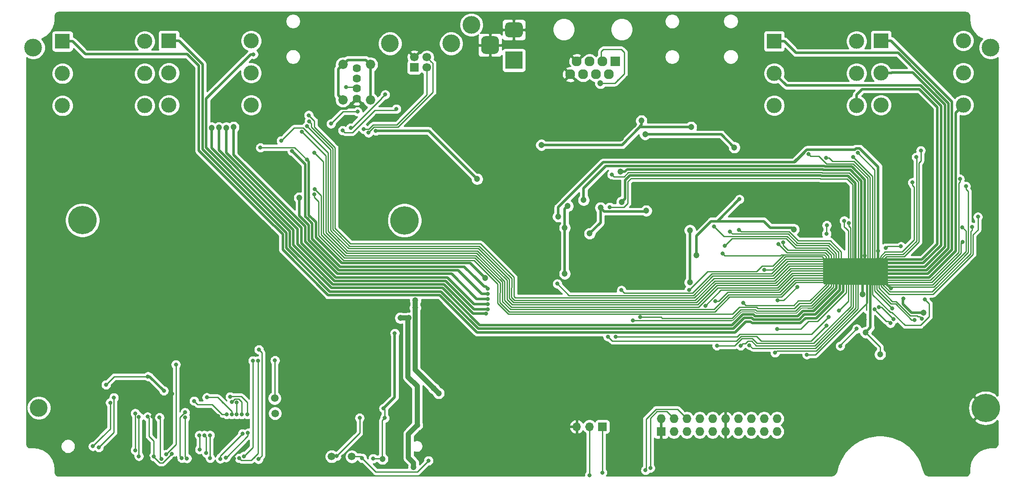
<source format=gbr>
G04 #@! TF.GenerationSoftware,KiCad,Pcbnew,5.1.7-a382d34a8~87~ubuntu20.04.1*
G04 #@! TF.CreationDate,2020-10-30T10:44:58+01:00*
G04 #@! TF.ProjectId,bottom-board,626f7474-6f6d-42d6-926f-6172642e6b69,rev?*
G04 #@! TF.SameCoordinates,Original*
G04 #@! TF.FileFunction,Copper,L2,Bot*
G04 #@! TF.FilePolarity,Positive*
%FSLAX46Y46*%
G04 Gerber Fmt 4.6, Leading zero omitted, Abs format (unit mm)*
G04 Created by KiCad (PCBNEW 5.1.7-a382d34a8~87~ubuntu20.04.1) date 2020-10-30 10:44:58*
%MOMM*%
%LPD*%
G01*
G04 APERTURE LIST*
G04 #@! TA.AperFunction,ComponentPad*
%ADD10R,1.700000X1.700000*%
G04 #@! TD*
G04 #@! TA.AperFunction,ComponentPad*
%ADD11O,1.700000X1.700000*%
G04 #@! TD*
G04 #@! TA.AperFunction,ComponentPad*
%ADD12R,1.727200X1.727200*%
G04 #@! TD*
G04 #@! TA.AperFunction,ComponentPad*
%ADD13O,1.727200X1.727200*%
G04 #@! TD*
G04 #@! TA.AperFunction,SMDPad,CuDef*
%ADD14C,1.500000*%
G04 #@! TD*
G04 #@! TA.AperFunction,ComponentPad*
%ADD15C,1.700000*%
G04 #@! TD*
G04 #@! TA.AperFunction,ComponentPad*
%ADD16C,3.500000*%
G04 #@! TD*
G04 #@! TA.AperFunction,ComponentPad*
%ADD17C,5.600000*%
G04 #@! TD*
G04 #@! TA.AperFunction,ComponentPad*
%ADD18C,1.850000*%
G04 #@! TD*
G04 #@! TA.AperFunction,ComponentPad*
%ADD19C,1.620000*%
G04 #@! TD*
G04 #@! TA.AperFunction,ComponentPad*
%ADD20R,3.500000X3.500000*%
G04 #@! TD*
G04 #@! TA.AperFunction,ComponentPad*
%ADD21C,3.000000*%
G04 #@! TD*
G04 #@! TA.AperFunction,ComponentPad*
%ADD22R,3.000000X3.000000*%
G04 #@! TD*
G04 #@! TA.AperFunction,ComponentPad*
%ADD23R,1.960000X1.960000*%
G04 #@! TD*
G04 #@! TA.AperFunction,ComponentPad*
%ADD24C,1.960000*%
G04 #@! TD*
G04 #@! TA.AperFunction,ViaPad*
%ADD25C,1.200000*%
G04 #@! TD*
G04 #@! TA.AperFunction,ViaPad*
%ADD26C,0.800000*%
G04 #@! TD*
G04 #@! TA.AperFunction,Conductor*
%ADD27C,0.500000*%
G04 #@! TD*
G04 #@! TA.AperFunction,Conductor*
%ADD28C,0.250000*%
G04 #@! TD*
G04 #@! TA.AperFunction,Conductor*
%ADD29C,0.200000*%
G04 #@! TD*
G04 #@! TA.AperFunction,Conductor*
%ADD30C,1.000000*%
G04 #@! TD*
G04 #@! TA.AperFunction,Conductor*
%ADD31C,0.254000*%
G04 #@! TD*
G04 #@! TA.AperFunction,Conductor*
%ADD32C,0.100000*%
G04 #@! TD*
G04 APERTURE END LIST*
D10*
X173710000Y-124490000D03*
D11*
X171170000Y-124490000D03*
X168630000Y-124490000D03*
D12*
X185280000Y-125440000D03*
D13*
X185280000Y-122900000D03*
X187820000Y-125440000D03*
X187820000Y-122900000D03*
X190360000Y-125440000D03*
X190360000Y-122900000D03*
X192900000Y-125440000D03*
X192900000Y-122900000D03*
X195440000Y-125440000D03*
X195440000Y-122900000D03*
X197980000Y-125440000D03*
X197980000Y-122900000D03*
X200520000Y-125440000D03*
X200520000Y-122900000D03*
X203060000Y-125440000D03*
X203060000Y-122900000D03*
X205600000Y-125440000D03*
X205600000Y-122900000D03*
X208140000Y-125440000D03*
X208140000Y-122900000D03*
D14*
X109145000Y-121860000D03*
D10*
X136600000Y-53560000D03*
D15*
X139100000Y-53560000D03*
X139100000Y-51560000D03*
X136600000Y-51560000D03*
D16*
X131830000Y-48850000D03*
X143870000Y-48850000D03*
X61475000Y-49650000D03*
X250275000Y-49650000D03*
X62575000Y-120750000D03*
D14*
X109073000Y-118846000D03*
D17*
X249275000Y-120800000D03*
D18*
X122530000Y-60000000D03*
X122530000Y-53000000D03*
X127970000Y-60000000D03*
D19*
X125250000Y-59730000D03*
D18*
X127970000Y-53000000D03*
D19*
X125250000Y-57730000D03*
X125250000Y-55730000D03*
X125250000Y-53730000D03*
D20*
X156250000Y-52150000D03*
G04 #@! TA.AperFunction,ComponentPad*
G36*
G01*
X155250000Y-44650000D02*
X157250000Y-44650000D01*
G75*
G02*
X158000000Y-45400000I0J-750000D01*
G01*
X158000000Y-46900000D01*
G75*
G02*
X157250000Y-47650000I-750000J0D01*
G01*
X155250000Y-47650000D01*
G75*
G02*
X154500000Y-46900000I0J750000D01*
G01*
X154500000Y-45400000D01*
G75*
G02*
X155250000Y-44650000I750000J0D01*
G01*
G37*
G04 #@! TD.AperFunction*
G04 #@! TA.AperFunction,ComponentPad*
G36*
G01*
X150675000Y-47400000D02*
X152425000Y-47400000D01*
G75*
G02*
X153300000Y-48275000I0J-875000D01*
G01*
X153300000Y-50025000D01*
G75*
G02*
X152425000Y-50900000I-875000J0D01*
G01*
X150675000Y-50900000D01*
G75*
G02*
X149800000Y-50025000I0J875000D01*
G01*
X149800000Y-48275000D01*
G75*
G02*
X150675000Y-47400000I875000J0D01*
G01*
G37*
G04 #@! TD.AperFunction*
D21*
X244870000Y-54640000D03*
X244870000Y-60990000D03*
X244870000Y-48290000D03*
X228640000Y-54640000D03*
X228640000Y-60990000D03*
D22*
X228640000Y-48290000D03*
D21*
X223820000Y-54730000D03*
X223820000Y-61080000D03*
X223820000Y-48380000D03*
X207590000Y-54730000D03*
X207590000Y-61080000D03*
D22*
X207590000Y-48380000D03*
D21*
X104450000Y-54660000D03*
X104450000Y-61010000D03*
X104450000Y-48310000D03*
X88220000Y-54660000D03*
X88220000Y-61010000D03*
D22*
X88220000Y-48310000D03*
D21*
X83460000Y-54760000D03*
X83460000Y-61110000D03*
X83460000Y-48410000D03*
X67230000Y-54760000D03*
X67230000Y-61110000D03*
D22*
X67230000Y-48410000D03*
D23*
X176250000Y-52400000D03*
D24*
X174980000Y-54940000D03*
X173710000Y-52400000D03*
X172440000Y-54940000D03*
X171170000Y-52400000D03*
X169900000Y-54940000D03*
X168630000Y-52400000D03*
X167360000Y-54940000D03*
D14*
X124280000Y-130370000D03*
X120300000Y-130350000D03*
D16*
X147875000Y-45150000D03*
D17*
X134680000Y-83740000D03*
X71170000Y-83720000D03*
D25*
X225050000Y-98350000D03*
D26*
X220418036Y-94031965D03*
X230825000Y-101100000D03*
X228100000Y-89800000D03*
D25*
X225600000Y-105875000D03*
D26*
X244200000Y-75575000D03*
X245375000Y-77000000D03*
X246625000Y-85075000D03*
X247750000Y-83050000D03*
X230600000Y-97125000D03*
X227350000Y-95125000D03*
X234844847Y-76280153D03*
X223150000Y-71275000D03*
X224050000Y-70400000D03*
X217850000Y-71400000D03*
X214350000Y-70650000D03*
D25*
X177275000Y-74150000D03*
D26*
X175550000Y-74700000D03*
D25*
X177550000Y-80100000D03*
D26*
X175125000Y-81150000D03*
X222025000Y-92050000D03*
X116930000Y-78640000D03*
X116960000Y-77590000D03*
X116890000Y-70390000D03*
X114439104Y-66243831D03*
X110390000Y-68025000D03*
X115480000Y-65170000D03*
X115860000Y-64230000D03*
X115790000Y-63000000D03*
X164800000Y-96250000D03*
X177450000Y-97525000D03*
X217620000Y-95550000D03*
X220375000Y-92375000D03*
X222300000Y-84313980D03*
X221391095Y-83834637D03*
X235250000Y-103400000D03*
X237300000Y-99350000D03*
X236708957Y-103164173D03*
X208455042Y-88444958D03*
X209381155Y-88124999D03*
X197843161Y-88775000D03*
X195750000Y-84925000D03*
X200625000Y-85625000D03*
X197450000Y-90300000D03*
X214000000Y-110250000D03*
X207750000Y-109875000D03*
X202700000Y-108375000D03*
X200950000Y-108500000D03*
X196275000Y-108500000D03*
X194000000Y-100600000D03*
X195975000Y-99725000D03*
X208150000Y-105200000D03*
X205600000Y-93500000D03*
D25*
X164975000Y-83000000D03*
D26*
X190825000Y-97475000D03*
X104900000Y-50975000D03*
X181150000Y-102825000D03*
X179725000Y-103525000D03*
X236490000Y-69970000D03*
X235610000Y-71270000D03*
X244770000Y-88000000D03*
X244660000Y-85099998D03*
X198890000Y-86000000D03*
X201480000Y-100010000D03*
X220350000Y-101560000D03*
X225450000Y-90710000D03*
X226605417Y-92564545D03*
X228297640Y-92559071D03*
D25*
X170010000Y-79750000D03*
X228460000Y-110180000D03*
X136830000Y-99550000D03*
X136790000Y-101000000D03*
X140444516Y-116905484D03*
X141414516Y-117875484D03*
X191200000Y-65350000D03*
X136475000Y-132475000D03*
X137200000Y-124150000D03*
D26*
X129025000Y-66075000D03*
D25*
X133870000Y-103014971D03*
X149000000Y-75600000D03*
X161675000Y-68875000D03*
X181400000Y-64075000D03*
X135490000Y-103014971D03*
X150560000Y-95160000D03*
X192225000Y-90675000D03*
D26*
X232575000Y-88900000D03*
X229600000Y-89200000D03*
X217900000Y-86425000D03*
X217950000Y-84725000D03*
D25*
X166275000Y-94275000D03*
X237000000Y-102000000D03*
X211425000Y-85525000D03*
D26*
X200725000Y-79575010D03*
D25*
X166275000Y-85225000D03*
X166878000Y-80924000D03*
D26*
X115440000Y-71790000D03*
X106250000Y-69400000D03*
X233030000Y-99150000D03*
X223850000Y-105150000D03*
X220599959Y-108550000D03*
X130875000Y-58925000D03*
X124075000Y-65500000D03*
X105962347Y-109262347D03*
X105870000Y-130890000D03*
D25*
X182127463Y-66757463D03*
X199720000Y-69350000D03*
D26*
X132750000Y-106022976D03*
X84080000Y-114560000D03*
X87220000Y-117380000D03*
X75825000Y-116184683D03*
D25*
X130320000Y-130840000D03*
D26*
X128470000Y-130750000D03*
X130770000Y-122750000D03*
X130550000Y-120850000D03*
X127575000Y-66450000D03*
X105800000Y-111484981D03*
X102080000Y-130690000D03*
X126650000Y-65725000D03*
X104790000Y-111460000D03*
X103009060Y-130320067D03*
X133075000Y-61750000D03*
X77375000Y-118724306D03*
X122500000Y-66000000D03*
X74410000Y-128560000D03*
X123174990Y-57425000D03*
X76650000Y-119723644D03*
X73230000Y-128340011D03*
X120175000Y-64675000D03*
X125404998Y-62275000D03*
X171170000Y-134080000D03*
X173700000Y-133525059D03*
X90755151Y-130664963D03*
X91390000Y-121650000D03*
X91770000Y-130740000D03*
X91430000Y-122660000D03*
X176325000Y-106700000D03*
X218290000Y-102860000D03*
X174775000Y-106700000D03*
X217899847Y-104499847D03*
D25*
X173320000Y-56650000D03*
D26*
X230500000Y-104050000D03*
X227342767Y-101344459D03*
X228235138Y-100893151D03*
X231121396Y-103266501D03*
X109110000Y-121710000D03*
X126300000Y-130670000D03*
X139404142Y-131185858D03*
X109130000Y-111390000D03*
D25*
X182675000Y-87100000D03*
D26*
X177525000Y-67675000D03*
D25*
X188200000Y-59650000D03*
X187770000Y-63270000D03*
D26*
X132220000Y-130990000D03*
X132720000Y-122850000D03*
X72850000Y-130920000D03*
X77340000Y-130950000D03*
X97960000Y-122360000D03*
X117450000Y-122300000D03*
X94340000Y-130880000D03*
X101060000Y-130770000D03*
X105560000Y-132440000D03*
X114850000Y-130810000D03*
X128560000Y-122470000D03*
X84210000Y-130650000D03*
X89280000Y-130810000D03*
X113170000Y-111070000D03*
X72630000Y-126440000D03*
X168000000Y-58500000D03*
X83250000Y-117000000D03*
D25*
X147300000Y-83000000D03*
X154100000Y-71800000D03*
D26*
X88835000Y-118000000D03*
X225407470Y-103332470D03*
D25*
X148975000Y-110325000D03*
X181600000Y-90925000D03*
D26*
X121870000Y-61720000D03*
D25*
X179280000Y-94420000D03*
D26*
X119000000Y-45500000D03*
X85000000Y-122500000D03*
X122580000Y-130340000D03*
X126740000Y-121760000D03*
X62390000Y-112710000D03*
X62280000Y-61360000D03*
D25*
X166010000Y-63310000D03*
X148270000Y-125950000D03*
X200910000Y-67660000D03*
D26*
X208280000Y-99550001D03*
X212125000Y-96875000D03*
D25*
X96619926Y-65489777D03*
D26*
X150725000Y-102175000D03*
D25*
X113950000Y-79300000D03*
D26*
X151137999Y-98250000D03*
X112500000Y-70100000D03*
X151137999Y-97249997D03*
X82290000Y-122570000D03*
X82300000Y-130310000D03*
X183150000Y-132625039D03*
X95590000Y-129690000D03*
X95210000Y-126170011D03*
X182196317Y-133075049D03*
X96350000Y-130690000D03*
X96320000Y-126170011D03*
X99480000Y-130560000D03*
X103800000Y-125720000D03*
X102770000Y-125839979D03*
X98330000Y-130820000D03*
X81565000Y-121852261D03*
X81565000Y-129130000D03*
X101600000Y-122035000D03*
X101590000Y-119684980D03*
X99580000Y-122035000D03*
X93200000Y-119400000D03*
X103700000Y-122035000D03*
X100300000Y-118570914D03*
X100599997Y-122035000D03*
X95700000Y-118700000D03*
X102600003Y-122035000D03*
X100593662Y-119599456D03*
X87683914Y-129926086D03*
X89600000Y-112209981D03*
X121273806Y-130275000D03*
X125827266Y-122742734D03*
X84000000Y-122500000D03*
X88757653Y-129877653D03*
X85230000Y-130340000D03*
X86740000Y-130870000D03*
X86360000Y-122650000D03*
D25*
X100950000Y-65350000D03*
D26*
X151137999Y-99250000D03*
D25*
X98057739Y-65442664D03*
D26*
X151137999Y-101264268D03*
X94270000Y-128970039D03*
X94210000Y-126170011D03*
D25*
X173325000Y-81250000D03*
X182350063Y-81850000D03*
X190975000Y-85699990D03*
X171196000Y-86360000D03*
X190975000Y-96000000D03*
X99550000Y-65450000D03*
D26*
X151137999Y-100264265D03*
D27*
X95569925Y-67305075D02*
X95569925Y-69399665D01*
X95569925Y-69399665D02*
X112075990Y-85905730D01*
X112075990Y-88909917D02*
X120266143Y-97100070D01*
X112075990Y-85905730D02*
X112075990Y-88909917D01*
X120266143Y-97100070D02*
X142183984Y-97100070D01*
X149511915Y-104428001D02*
X152546999Y-104428001D01*
X142183984Y-97100070D02*
X149511915Y-104428001D01*
X69230000Y-48410000D02*
X71770000Y-50950000D01*
X67230000Y-48410000D02*
X69230000Y-48410000D01*
X71770000Y-50950000D02*
X91850000Y-50950000D01*
X91850000Y-50950000D02*
X94150000Y-53250000D01*
X94150000Y-53250000D02*
X94150000Y-70000000D01*
X108975000Y-84825000D02*
X109000000Y-84825000D01*
X94150000Y-70000000D02*
X108975000Y-84825000D01*
X109000000Y-84825000D02*
X110675000Y-86500000D01*
X110675000Y-86500000D02*
X110675000Y-89550000D01*
X110675000Y-89550000D02*
X119625000Y-98500000D01*
X119625000Y-98500000D02*
X141600000Y-98500000D01*
X141600000Y-98500000D02*
X148950000Y-105850000D01*
X148950000Y-105850000D02*
X152650000Y-105850000D01*
X220983721Y-94031965D02*
X222290686Y-92725000D01*
X220418036Y-94031965D02*
X220983721Y-94031965D01*
X223268035Y-94031965D02*
X223725000Y-93575000D01*
X228100000Y-91200134D02*
X227400134Y-91900000D01*
X228100000Y-89800000D02*
X228100000Y-91200134D01*
X225050000Y-98350000D02*
X225050000Y-94250134D01*
D28*
X230825000Y-101100000D02*
X227400134Y-97675134D01*
D27*
X228875000Y-91900000D02*
X227400134Y-91900000D01*
X228640000Y-48290000D02*
X230640000Y-48290000D01*
X242650000Y-60300000D02*
X242650000Y-88500000D01*
X230640000Y-48290000D02*
X242650000Y-60300000D01*
X209590000Y-48380000D02*
X211885000Y-50675000D01*
X207590000Y-48380000D02*
X209590000Y-48380000D01*
X241950000Y-60625000D02*
X241950000Y-88200000D01*
X211885000Y-50675000D02*
X232000000Y-50675000D01*
X232000000Y-50675000D02*
X241950000Y-60625000D01*
X244870000Y-60990000D02*
X243370001Y-62489999D01*
X243370001Y-62489999D02*
X243370001Y-88804999D01*
X230761320Y-54640000D02*
X230801320Y-54600000D01*
X228640000Y-54640000D02*
X230761320Y-54640000D01*
X230801320Y-54600000D02*
X234925000Y-54600000D01*
X234925000Y-54600000D02*
X241225000Y-60900000D01*
X241225000Y-60900000D02*
X241225000Y-88075000D01*
X207590000Y-54730000D02*
X209985000Y-57125000D01*
X209985000Y-57125000D02*
X227661002Y-57125000D01*
X227661002Y-57125000D02*
X236400000Y-57125000D01*
X236400000Y-57125000D02*
X236450000Y-57125000D01*
X236450000Y-57125000D02*
X240500000Y-61175000D01*
X240500000Y-61175000D02*
X240500000Y-87950000D01*
X223820000Y-58958680D02*
X224928680Y-57850000D01*
X223820000Y-61080000D02*
X223820000Y-58958680D01*
X224928680Y-57850000D02*
X236175000Y-57850000D01*
X236175000Y-57850000D02*
X239750000Y-61425000D01*
X239750000Y-61425000D02*
X239750000Y-87750000D01*
D28*
X244200000Y-76140685D02*
X243950000Y-76390685D01*
X244200000Y-75575000D02*
X244200000Y-76140685D01*
X243950000Y-76390685D02*
X243950000Y-88675000D01*
D27*
X229000000Y-95525000D02*
X229000000Y-95200000D01*
D28*
X227400134Y-97675134D02*
X227350000Y-95125000D01*
X227350000Y-95125000D02*
X227400134Y-91900000D01*
X222625000Y-92150000D02*
X222725000Y-92250000D01*
X221600000Y-85240685D02*
X222175000Y-85815685D01*
X222175000Y-85815685D02*
X222175000Y-91425000D01*
D27*
X225600000Y-105875000D02*
X226575000Y-104900000D01*
X226950001Y-95524999D02*
X227350000Y-95125000D01*
X226492766Y-95982234D02*
X226950001Y-95524999D01*
X226492766Y-104817766D02*
X226492766Y-95982234D01*
X226575000Y-104900000D02*
X226492766Y-104817766D01*
D28*
X214374999Y-103650001D02*
X215224999Y-103650001D01*
D27*
X152650000Y-105850000D02*
X199640000Y-105850000D01*
X152546999Y-104428001D02*
X199031999Y-104428001D01*
X239750000Y-87750000D02*
X239750000Y-88460000D01*
X239750000Y-88460000D02*
X236720000Y-91490000D01*
X240500000Y-87950000D02*
X240500000Y-88690000D01*
X240500000Y-88690000D02*
X236990000Y-92200000D01*
X236990000Y-92200000D02*
X229740000Y-92200000D01*
X241225000Y-88075000D02*
X241225000Y-88955000D01*
X241225000Y-88955000D02*
X237290000Y-92890000D01*
X237290000Y-92890000D02*
X229610000Y-92890000D01*
X241950000Y-89240000D02*
X237590000Y-93600000D01*
X237590000Y-93600000D02*
X229580000Y-93600000D01*
X242650000Y-88500000D02*
X242650000Y-89530000D01*
X242650000Y-89530000D02*
X237870000Y-94310000D01*
X237870000Y-94310000D02*
X229530000Y-94310000D01*
X243370001Y-88804999D02*
X243370001Y-89809999D01*
X243370001Y-89809999D02*
X238170000Y-95010000D01*
X238170000Y-95010000D02*
X229730000Y-95010000D01*
D28*
X243950000Y-88675000D02*
X243950000Y-90030000D01*
X243950000Y-90030000D02*
X238400000Y-95580000D01*
X238400000Y-95580000D02*
X229510000Y-95580000D01*
X238600000Y-96010000D02*
X229760000Y-96010000D01*
X244400000Y-90210000D02*
X238600000Y-96010000D01*
X244625000Y-87975000D02*
X244400000Y-88200000D01*
D27*
X229760000Y-96010000D02*
X229000000Y-95525000D01*
X230600000Y-97125000D02*
X229840000Y-96440000D01*
X229840000Y-96440000D02*
X229760000Y-96010000D01*
D28*
X239025000Y-96900000D02*
X230825000Y-96900000D01*
X245850000Y-90075000D02*
X239025000Y-96900000D01*
X245850000Y-78040685D02*
X245850000Y-90075000D01*
X245375000Y-77000000D02*
X245375000Y-77565685D01*
X230825000Y-96900000D02*
X230600000Y-97125000D01*
X245375000Y-77565685D02*
X245850000Y-78040685D01*
X246625000Y-85640685D02*
X246625000Y-85075000D01*
X246325000Y-85940685D02*
X246625000Y-85640685D01*
X238750000Y-97850000D02*
X246325000Y-90275000D01*
X229025000Y-96450000D02*
X230425000Y-97850000D01*
X246325000Y-90275000D02*
X246325000Y-85940685D01*
X230425000Y-97850000D02*
X238750000Y-97850000D01*
X184675000Y-103500000D02*
X199150000Y-103500000D01*
D27*
X199640000Y-105850000D02*
X199850000Y-105850000D01*
X199850000Y-105850000D02*
X201950000Y-103750000D01*
X201950000Y-103750000D02*
X202925000Y-103750000D01*
X202925000Y-103750000D02*
X203225000Y-104050000D01*
X203225000Y-104050000D02*
X211775000Y-104050000D01*
X211775000Y-104050000D02*
X212775000Y-104050000D01*
X212775000Y-104050000D02*
X213750000Y-103075000D01*
X213750000Y-103075000D02*
X215000000Y-103075000D01*
X199031999Y-104428001D02*
X199271999Y-104428001D01*
X199271999Y-104428001D02*
X201375000Y-102325000D01*
X201375000Y-102325000D02*
X203475000Y-102325000D01*
X203475000Y-102325000D02*
X203775000Y-102625000D01*
X203775000Y-102625000D02*
X212225000Y-102625000D01*
X212225000Y-102625000D02*
X213225000Y-101625000D01*
X213225000Y-101625000D02*
X214425000Y-101625000D01*
D29*
X199150000Y-103500000D02*
X199450000Y-103500000D01*
X199450000Y-103500000D02*
X201175000Y-101775000D01*
X201175000Y-101775000D02*
X203700000Y-101775000D01*
X203700000Y-101775000D02*
X204000000Y-102075000D01*
X204000000Y-102075000D02*
X211975000Y-102075000D01*
X211975000Y-102075000D02*
X212975000Y-101075000D01*
X212975000Y-101075000D02*
X214200000Y-101075000D01*
X222331965Y-94031965D02*
X222350000Y-94050000D01*
D27*
X222350000Y-94050000D02*
X223268035Y-94031965D01*
D28*
X236074999Y-88025001D02*
X233200000Y-90900000D01*
X229770000Y-90900000D02*
X229180000Y-91490000D01*
X233200000Y-90900000D02*
X229770000Y-90900000D01*
X234844847Y-76845838D02*
X235200000Y-77200991D01*
X234844847Y-76280153D02*
X234844847Y-76845838D01*
X235200000Y-77200991D02*
X235200000Y-87575000D01*
X235200000Y-87575000D02*
X232775000Y-90000000D01*
X232775000Y-90000000D02*
X229400000Y-90000000D01*
X229400000Y-90000000D02*
X228525000Y-90875000D01*
X228525000Y-90875000D02*
X228525000Y-91225000D01*
X227400134Y-73750134D02*
X227400134Y-91900000D01*
X224050000Y-70400000D02*
X227400134Y-73750134D01*
X223150000Y-71275000D02*
X226950000Y-75075000D01*
X226950000Y-75075000D02*
X226950000Y-91575000D01*
X226950000Y-91575000D02*
X226600000Y-91925000D01*
X218415685Y-71400000D02*
X219115685Y-72100000D01*
X217850000Y-71400000D02*
X218415685Y-71400000D01*
X219115685Y-72100000D02*
X223325000Y-72100000D01*
X223325000Y-72100000D02*
X226475000Y-75250000D01*
X226475000Y-75250000D02*
X226475000Y-91950000D01*
X214749999Y-71049999D02*
X216374999Y-71049999D01*
X214350000Y-70650000D02*
X214749999Y-71049999D01*
X216374999Y-71049999D02*
X217900000Y-72575000D01*
X217900000Y-72575000D02*
X223175000Y-72575000D01*
X223175000Y-72575000D02*
X226025000Y-75425000D01*
X226025000Y-75425000D02*
X226025000Y-91950000D01*
D27*
X176150000Y-73000000D02*
X217475000Y-73000000D01*
X217475000Y-73000000D02*
X217600000Y-73125000D01*
X217600000Y-73125000D02*
X222875000Y-73125000D01*
X222875000Y-73125000D02*
X225450000Y-75700000D01*
X178123528Y-74150000D02*
X178573528Y-73700000D01*
X177275000Y-74150000D02*
X178123528Y-74150000D01*
X178573528Y-73700000D02*
X217175000Y-73700000D01*
X217175000Y-73700000D02*
X217300000Y-73825000D01*
X217300000Y-73825000D02*
X222600000Y-73825000D01*
X222600000Y-73825000D02*
X224725000Y-75950000D01*
X224725000Y-75950000D02*
X224725000Y-91525000D01*
X178149999Y-79500001D02*
X178149999Y-75825001D01*
X177550000Y-80100000D02*
X178149999Y-79500001D01*
X178149999Y-75825001D02*
X179100000Y-74875000D01*
X179100000Y-74875000D02*
X216775000Y-74875000D01*
X216775000Y-74875000D02*
X216875000Y-74975000D01*
X216875000Y-74975000D02*
X222150000Y-74975000D01*
X222150000Y-74975000D02*
X223600000Y-76425000D01*
X223600000Y-76425000D02*
X223600000Y-92225000D01*
D28*
X221375000Y-85015685D02*
X222175000Y-85815685D01*
X223050000Y-76675000D02*
X223050000Y-91600000D01*
X216700000Y-75550000D02*
X221925000Y-75550000D01*
X175125000Y-81150000D02*
X177950000Y-81150000D01*
X221925000Y-75550000D02*
X223050000Y-76675000D01*
X178725000Y-80375000D02*
X178725000Y-76100000D01*
X216600000Y-75450000D02*
X216700000Y-75550000D01*
X177950000Y-81150000D02*
X178725000Y-80375000D01*
X178725000Y-76100000D02*
X179375000Y-75450000D01*
X179375000Y-75450000D02*
X216600000Y-75450000D01*
D27*
X222700000Y-92725000D02*
X224975000Y-92725000D01*
D28*
X222700000Y-92725000D02*
X221550000Y-92725000D01*
D27*
X222290686Y-92725000D02*
X222700000Y-92725000D01*
D28*
X221550000Y-92725000D02*
X220975000Y-93300000D01*
X220975000Y-93300000D02*
X219025000Y-93300000D01*
X222290686Y-92725000D02*
X221325000Y-92725000D01*
X221325000Y-92725000D02*
X220975000Y-92375000D01*
X224125000Y-95550000D02*
X224225000Y-95450000D01*
D27*
X215000000Y-103075000D02*
X215905000Y-103075000D01*
X215905000Y-103075000D02*
X221220000Y-97760000D01*
X221220000Y-97760000D02*
X221220000Y-95910000D01*
X215665000Y-102325000D02*
X220530000Y-97460000D01*
X213525000Y-102325000D02*
X215665000Y-102325000D01*
X94850000Y-69700000D02*
X111375000Y-86225000D01*
X90220000Y-48310000D02*
X94850000Y-52940000D01*
X220300000Y-95750000D02*
X220530000Y-95600000D01*
X201675000Y-103025000D02*
X203200000Y-103025000D01*
X203200000Y-103025000D02*
X203500000Y-103325000D01*
X111375000Y-89225000D02*
X119950000Y-97800000D01*
X94850000Y-52940000D02*
X94850000Y-69700000D01*
X119950000Y-97800000D02*
X141900000Y-97800000D01*
X141900000Y-97800000D02*
X149250000Y-105150000D01*
X88220000Y-48310000D02*
X90220000Y-48310000D01*
X220530000Y-95600000D02*
X220900000Y-95750000D01*
X149250000Y-105150000D02*
X199550000Y-105150000D01*
X212525000Y-103325000D02*
X213525000Y-102325000D01*
X199550000Y-105150000D02*
X201675000Y-103025000D01*
X220530000Y-97460000D02*
X220530000Y-95600000D01*
X111375000Y-86225000D02*
X111375000Y-89225000D01*
X203500000Y-103325000D02*
X212525000Y-103325000D01*
X214425000Y-101625000D02*
X215365000Y-101625000D01*
X215365000Y-101625000D02*
X219840000Y-97150000D01*
X219840000Y-97150000D02*
X219840000Y-96110000D01*
D28*
X214200000Y-101075000D02*
X215115000Y-101075000D01*
X215115000Y-101075000D02*
X219270000Y-96920000D01*
X219270000Y-96920000D02*
X219270000Y-96220000D01*
X185510000Y-103050000D02*
X199270000Y-103050000D01*
X199270000Y-103050000D02*
X200970000Y-101350000D01*
X200970000Y-101350000D02*
X203880000Y-101350000D01*
X203880000Y-101350000D02*
X204170000Y-101640000D01*
X204170000Y-101640000D02*
X211790000Y-101640000D01*
X211790000Y-101640000D02*
X212820000Y-100610000D01*
X212820000Y-100610000D02*
X214940000Y-100610000D01*
X214940000Y-100610000D02*
X218820000Y-96730000D01*
X218820000Y-96730000D02*
X218820000Y-96180000D01*
X153960000Y-99740000D02*
X155550000Y-101330000D01*
X155550000Y-101330000D02*
X195680000Y-101330000D01*
X195680000Y-101330000D02*
X198590000Y-98420000D01*
X198590000Y-98420000D02*
X208850000Y-98420000D01*
X208850000Y-98420000D02*
X211540000Y-95730000D01*
X209040000Y-98880000D02*
X210060000Y-97860000D01*
X198790000Y-98880000D02*
X209040000Y-98880000D01*
X210060000Y-97860000D02*
X211926999Y-95999999D01*
X195880000Y-101790000D02*
X198790000Y-98880000D01*
X211926999Y-95999999D02*
X217659999Y-95999999D01*
X155360000Y-101790000D02*
X195880000Y-101790000D01*
X153500000Y-99930000D02*
X155360000Y-101790000D01*
X211540000Y-95730000D02*
X211540000Y-95720000D01*
X211540000Y-95720000D02*
X211710000Y-95550000D01*
X211710000Y-95550000D02*
X211950000Y-95550000D01*
X211950000Y-95550000D02*
X217620000Y-95550000D01*
X154400000Y-99530000D02*
X155720000Y-100850000D01*
X155720000Y-100850000D02*
X192690000Y-100850000D01*
X192690000Y-100850000D02*
X196480000Y-97060000D01*
X196480000Y-97060000D02*
X208260000Y-97060000D01*
X208260000Y-97060000D02*
X211160000Y-94160000D01*
X211160000Y-94160000D02*
X219130000Y-94160000D01*
X154870000Y-99350000D02*
X155920000Y-100400000D01*
X155920000Y-100400000D02*
X192460000Y-100400000D01*
X192460000Y-100400000D02*
X196270000Y-96590000D01*
X196270000Y-96590000D02*
X208070000Y-96590000D01*
X208070000Y-96590000D02*
X210990000Y-93670000D01*
X210990000Y-93670000D02*
X218530000Y-93670000D01*
X155320000Y-99130000D02*
X156150000Y-99960000D01*
X156150000Y-99960000D02*
X192230000Y-99960000D01*
X192230000Y-99960000D02*
X196060000Y-96130000D01*
X196060000Y-96130000D02*
X207860000Y-96130000D01*
X207860000Y-96130000D02*
X210760000Y-93230000D01*
X219616071Y-93230000D02*
X220418036Y-94031965D01*
X210760000Y-93230000D02*
X219616071Y-93230000D01*
X220950000Y-92725000D02*
X222290686Y-92725000D01*
X220850000Y-92825000D02*
X220950000Y-92725000D01*
X219100000Y-92825000D02*
X220850000Y-92825000D01*
X192030000Y-99510000D02*
X195860000Y-95680000D01*
X207670000Y-95680000D02*
X210580000Y-92770000D01*
X155780000Y-98950000D02*
X156340000Y-99510000D01*
X210580000Y-92770000D02*
X219045000Y-92770000D01*
X156340000Y-99510000D02*
X192030000Y-99510000D01*
X195860000Y-95680000D02*
X207670000Y-95680000D01*
X219045000Y-92770000D02*
X219100000Y-92825000D01*
X156250000Y-98750000D02*
X156550000Y-99050000D01*
X156550000Y-99050000D02*
X191825000Y-99050000D01*
X191825000Y-99050000D02*
X195675000Y-95200000D01*
X195675000Y-95200000D02*
X207500000Y-95200000D01*
X207500000Y-95200000D02*
X210400000Y-92300000D01*
X218686071Y-92300000D02*
X220418036Y-94031965D01*
X210400000Y-92300000D02*
X218686071Y-92300000D01*
X220975000Y-92375000D02*
X220375000Y-92375000D01*
X220375000Y-92375000D02*
X219225000Y-92375000D01*
X221375000Y-84416417D02*
X221375000Y-85025000D01*
X221391095Y-83834637D02*
X221391095Y-84400322D01*
X221391095Y-84400322D02*
X221375000Y-84416417D01*
X221375000Y-84125000D02*
X221375000Y-85025000D01*
X221375000Y-85025000D02*
X221375000Y-85015685D01*
X234684315Y-103400000D02*
X231509315Y-100225000D01*
X235250000Y-103400000D02*
X234684315Y-103400000D01*
X231509315Y-100225000D02*
X230600000Y-100225000D01*
X227775000Y-97400000D02*
X227775000Y-96300000D01*
X230600000Y-100225000D02*
X227775000Y-97400000D01*
X227775000Y-96300000D02*
X227790000Y-96310000D01*
X238175000Y-102725000D02*
X238175000Y-100225000D01*
X227000000Y-98400000D02*
X230475000Y-101875000D01*
X227000000Y-96225000D02*
X227000000Y-98400000D01*
X233402897Y-104475000D02*
X236425000Y-104475000D01*
X238175000Y-100225000D02*
X237300000Y-99350000D01*
X230475000Y-101875000D02*
X230802897Y-101875000D01*
X236425000Y-104475000D02*
X238175000Y-102725000D01*
X230802897Y-101875000D02*
X233402897Y-104475000D01*
X208455042Y-88444958D02*
X210110084Y-90100000D01*
X210110084Y-90100000D02*
X217625000Y-90100000D01*
X217625000Y-90100000D02*
X218300000Y-90775000D01*
X218300000Y-90775000D02*
X218300000Y-91375000D01*
X209381155Y-88690684D02*
X210315471Y-89625000D01*
X209381155Y-88124999D02*
X209381155Y-88690684D01*
X210315471Y-89625000D02*
X217775000Y-89625000D01*
X217775000Y-89625000D02*
X218825000Y-90675000D01*
X218825000Y-90675000D02*
X218825000Y-92025000D01*
X197843161Y-88775000D02*
X199268161Y-87350000D01*
X199268161Y-87350000D02*
X209975000Y-87350000D01*
X209975000Y-87350000D02*
X211800000Y-89175000D01*
X211800000Y-89175000D02*
X218025000Y-89175000D01*
X218025000Y-89175000D02*
X219300000Y-90450000D01*
X219300000Y-90450000D02*
X219300000Y-91375000D01*
X210325000Y-86425000D02*
X212125000Y-88225000D01*
X212125000Y-88225000D02*
X218400000Y-88225000D01*
X218400000Y-88225000D02*
X220250000Y-90075000D01*
X220250000Y-90075000D02*
X220250000Y-91600000D01*
X195750000Y-84925000D02*
X196149999Y-85324999D01*
X220375000Y-91725000D02*
X220375000Y-92375000D01*
X220250000Y-91600000D02*
X220375000Y-91725000D01*
X220800000Y-91950000D02*
X220375000Y-92375000D01*
X220800000Y-89950000D02*
X220800000Y-91950000D01*
X200675000Y-85625000D02*
X201025000Y-85975000D01*
X201025000Y-85975000D02*
X210505998Y-85975000D01*
X200625000Y-85625000D02*
X200675000Y-85625000D01*
X210505998Y-85975000D02*
X212305998Y-87775000D01*
X212305998Y-87775000D02*
X218625000Y-87775000D01*
X218625000Y-87775000D02*
X220800000Y-89950000D01*
X219175000Y-92375000D02*
X220375000Y-92375000D01*
X218825000Y-92025000D02*
X219175000Y-92375000D01*
X219300000Y-91375000D02*
X219375000Y-91375000D01*
X219375000Y-91375000D02*
X220375000Y-92375000D01*
X218300000Y-91375000D02*
X219375000Y-91375000D01*
X219850000Y-91850000D02*
X220375000Y-92375000D01*
X207300000Y-94725000D02*
X210175000Y-91850000D01*
X167125000Y-98575000D02*
X191650000Y-98575000D01*
X164800000Y-96250000D02*
X167125000Y-98575000D01*
X210175000Y-91850000D02*
X219850000Y-91850000D01*
X191650000Y-98575000D02*
X195500000Y-94725000D01*
X195500000Y-94725000D02*
X207300000Y-94725000D01*
X218891965Y-94031965D02*
X220418036Y-94031965D01*
X218530000Y-93670000D02*
X218891965Y-94031965D01*
X219258035Y-94031965D02*
X220418036Y-94031965D01*
X219130000Y-94160000D02*
X219258035Y-94031965D01*
X218260000Y-96190000D02*
X217620000Y-95550000D01*
X218360000Y-96190000D02*
X218260000Y-96190000D01*
X218360000Y-96550000D02*
X218360000Y-96190000D01*
X214760000Y-100150000D02*
X218360000Y-96550000D01*
X200750000Y-100880000D02*
X204080000Y-100880000D01*
X155200000Y-102270000D02*
X199360000Y-102270000D01*
X153063009Y-100133009D02*
X155200000Y-102270000D01*
X211580000Y-101170000D02*
X212600000Y-100150000D01*
X199360000Y-102270000D02*
X200750000Y-100880000D01*
X204080000Y-100880000D02*
X204370000Y-101170000D01*
X204370000Y-101170000D02*
X211580000Y-101170000D01*
X212600000Y-100150000D02*
X214760000Y-100150000D01*
X218250000Y-96180000D02*
X217620000Y-95550000D01*
X218820000Y-96180000D02*
X218250000Y-96180000D01*
X218290000Y-96220000D02*
X217620000Y-95550000D01*
X219270000Y-96220000D02*
X218290000Y-96220000D01*
X218180000Y-96110000D02*
X217620000Y-95550000D01*
X219840000Y-96110000D02*
X218180000Y-96110000D01*
X220418036Y-95488036D02*
X220418036Y-94031965D01*
X220530000Y-95600000D02*
X220418036Y-95488036D01*
X221220000Y-94833929D02*
X220418036Y-94031965D01*
X221220000Y-95910000D02*
X221220000Y-94833929D01*
X221800000Y-98000000D02*
X221800000Y-95413929D01*
X214374999Y-103650001D02*
X216149999Y-103650001D01*
X221800000Y-95413929D02*
X220418036Y-94031965D01*
X216149999Y-103650001D02*
X221800000Y-98000000D01*
X222250000Y-95863929D02*
X220418036Y-94031965D01*
X222250000Y-98575000D02*
X222250000Y-95863929D01*
X222331965Y-94031965D02*
X220418036Y-94031965D01*
X221936071Y-95550000D02*
X220418036Y-94031965D01*
X224125000Y-95550000D02*
X221936071Y-95550000D01*
X224831831Y-94031965D02*
X220418036Y-94031965D01*
X225050000Y-94250134D02*
X224831831Y-94031965D01*
X224975000Y-92725000D02*
X225800000Y-91900000D01*
X222625000Y-85204665D02*
X222625000Y-91825001D01*
X222300000Y-84313980D02*
X222300000Y-84879665D01*
X222625000Y-91825001D02*
X220418036Y-94031965D01*
X222300000Y-84879665D02*
X222625000Y-85204665D01*
X220418036Y-93656964D02*
X220418036Y-94031965D01*
X222025000Y-92050000D02*
X220418036Y-93656964D01*
X222025000Y-91484315D02*
X222025000Y-92050000D01*
X222084315Y-91425000D02*
X222025000Y-91484315D01*
X222175000Y-91425000D02*
X222084315Y-91425000D01*
X222225001Y-92225000D02*
X220418036Y-94031965D01*
X223600000Y-92225000D02*
X222225001Y-92225000D01*
X224150000Y-76175000D02*
X224150000Y-92450000D01*
X222375000Y-74400000D02*
X224150000Y-76175000D01*
X175950000Y-75100000D02*
X178000000Y-75100000D01*
X222568035Y-94031965D02*
X220418036Y-94031965D01*
X175550000Y-74700000D02*
X175950000Y-75100000D01*
X224150000Y-92450000D02*
X222568035Y-94031965D01*
X178000000Y-75100000D02*
X178800000Y-74300000D01*
X217075000Y-74400000D02*
X222375000Y-74400000D01*
X178800000Y-74300000D02*
X216975000Y-74300000D01*
X216975000Y-74300000D02*
X217075000Y-74400000D01*
X224725000Y-91525000D02*
X224725000Y-92875000D01*
X224725000Y-92875000D02*
X224175000Y-93425000D01*
X221025001Y-93425000D02*
X220418036Y-94031965D01*
X224175000Y-93425000D02*
X221025001Y-93425000D01*
X223025001Y-91425000D02*
X220418036Y-94031965D01*
X225450000Y-91425000D02*
X223025001Y-91425000D01*
X225800000Y-91900000D02*
X225800000Y-92950000D01*
X225800000Y-92950000D02*
X224175000Y-94575000D01*
X220961071Y-94575000D02*
X220418036Y-94031965D01*
X224175000Y-94575000D02*
X220961071Y-94575000D01*
X222550001Y-91900000D02*
X220418036Y-94031965D01*
X226175000Y-91900000D02*
X222550001Y-91900000D01*
X226175000Y-91900000D02*
X227400134Y-91900000D01*
X225800000Y-91900000D02*
X226175000Y-91900000D01*
X220850001Y-93600000D02*
X220418036Y-94031965D01*
X229580000Y-93600000D02*
X220850001Y-93600000D01*
X229251965Y-94031965D02*
X220418036Y-94031965D01*
X229530000Y-94310000D02*
X229251965Y-94031965D01*
X229615000Y-95125000D02*
X227350000Y-95125000D01*
X229730000Y-95010000D02*
X229615000Y-95125000D01*
X228875000Y-95125000D02*
X227350000Y-95125000D01*
X229760000Y-96010000D02*
X228875000Y-95125000D01*
X227350000Y-95875000D02*
X227350000Y-95125000D01*
X227000000Y-96225000D02*
X227350000Y-95875000D01*
X226925000Y-95550000D02*
X227350000Y-95125000D01*
X224125000Y-95550000D02*
X226925000Y-95550000D01*
X227775000Y-95550000D02*
X227350000Y-95125000D01*
X227775000Y-96300000D02*
X227775000Y-95550000D01*
X228225000Y-96000000D02*
X227350000Y-95125000D01*
X228225000Y-97100000D02*
X228225000Y-96000000D01*
X230887501Y-99762501D02*
X228225000Y-97100000D01*
X236308958Y-102764174D02*
X235939174Y-102764174D01*
X236708957Y-103164173D02*
X236308958Y-102764174D01*
X235939174Y-102764174D02*
X235775000Y-102600000D01*
X231611815Y-99762501D02*
X230887501Y-99762501D01*
X235775000Y-102600000D02*
X234449314Y-102600000D01*
X234449314Y-102600000D02*
X231611815Y-99762501D01*
X228350000Y-96125000D02*
X227350000Y-95125000D01*
X228625000Y-96700000D02*
X228625000Y-96125000D01*
X228625000Y-96125000D02*
X228350000Y-96125000D01*
X247750000Y-85625000D02*
X246775000Y-86600000D01*
X247750000Y-83050000D02*
X247750000Y-85625000D01*
X246775000Y-86600000D02*
X246775000Y-90445000D01*
X238910000Y-98310000D02*
X230235000Y-98310000D01*
X246775000Y-90445000D02*
X238910000Y-98310000D01*
X230235000Y-98310000D02*
X228625000Y-96700000D01*
X229025000Y-96450000D02*
X229025000Y-95200000D01*
X227856965Y-94031965D02*
X220418036Y-94031965D01*
X229025000Y-95200000D02*
X227856965Y-94031965D01*
X221560001Y-92890000D02*
X220418036Y-94031965D01*
X229610000Y-92890000D02*
X221560001Y-92890000D01*
X229440000Y-91900000D02*
X227400134Y-91900000D01*
X229740000Y-92200000D02*
X229440000Y-91900000D01*
X229105000Y-91900000D02*
X227400134Y-91900000D01*
D27*
X229515000Y-91490000D02*
X229180000Y-91490000D01*
D28*
X229515000Y-91490000D02*
X229105000Y-91900000D01*
D27*
X236720000Y-91490000D02*
X229515000Y-91490000D01*
D28*
X228075134Y-91225000D02*
X227400134Y-91900000D01*
X228525000Y-91225000D02*
X228075134Y-91225000D01*
X217800000Y-91550000D02*
X219550000Y-91550000D01*
X219550000Y-91550000D02*
X220375000Y-92375000D01*
X217425001Y-90550001D02*
X217800000Y-90925000D01*
X217800000Y-90925000D02*
X217800000Y-91550000D01*
X208800001Y-90699999D02*
X208949999Y-90550001D01*
X197450000Y-90300000D02*
X197849999Y-90699999D01*
X197849999Y-90699999D02*
X208800001Y-90699999D01*
X222250000Y-98800000D02*
X222250000Y-98575000D01*
X214000000Y-110250000D02*
X215169002Y-110250000D01*
X207750000Y-109875000D02*
X208150000Y-109475000D01*
X208150000Y-109475000D02*
X215300000Y-109475000D01*
X202700000Y-108375000D02*
X203300000Y-108975000D01*
X203300000Y-108975000D02*
X215200000Y-108975000D01*
X201349999Y-108100001D02*
X201924999Y-108100001D01*
X200950000Y-108500000D02*
X201349999Y-108100001D01*
X201924999Y-108100001D02*
X202425000Y-107600000D01*
X202425000Y-107600000D02*
X203125000Y-107600000D01*
X203125000Y-107600000D02*
X204000000Y-108475000D01*
X204000000Y-108475000D02*
X215050000Y-108475000D01*
X195975000Y-99725000D02*
X196650000Y-99725000D01*
X196650000Y-99725000D02*
X198425000Y-97950000D01*
X198425000Y-97950000D02*
X208650000Y-97950000D01*
X208650000Y-97950000D02*
X211500000Y-95100000D01*
X211500000Y-95100000D02*
X217600000Y-95100000D01*
X194000000Y-100600000D02*
X197075000Y-97525000D01*
X197075000Y-97525000D02*
X208400000Y-97525000D01*
X208400000Y-97525000D02*
X211325000Y-94600000D01*
X211325000Y-94600000D02*
X217650000Y-94600000D01*
X202999999Y-100549999D02*
X211450001Y-100549999D01*
X211450001Y-100549999D02*
X212350000Y-99650000D01*
X212350000Y-99650000D02*
X214625000Y-99650000D01*
X214625000Y-99650000D02*
X218000000Y-96275000D01*
X212825000Y-105200000D02*
X214374999Y-103650001D01*
X208150000Y-105200000D02*
X212825000Y-105200000D01*
X177849999Y-97924999D02*
X177450000Y-97525000D01*
X178025000Y-98100000D02*
X177849999Y-97924999D01*
X191475000Y-98100000D02*
X178025000Y-98100000D01*
X207075000Y-94275000D02*
X195300000Y-94275000D01*
X209975000Y-91375000D02*
X207075000Y-94275000D01*
X207225000Y-93500000D02*
X209800000Y-90925000D01*
X205600000Y-93500000D02*
X207225000Y-93500000D01*
X217500000Y-91375000D02*
X209975000Y-91375000D01*
X195300000Y-94275000D02*
X191475000Y-98100000D01*
X209800000Y-90925000D02*
X217150000Y-90925000D01*
X217150000Y-90925000D02*
X217150000Y-91025000D01*
X217150000Y-91025000D02*
X217500000Y-91375000D01*
D27*
X164975000Y-83000000D02*
X164975000Y-81175000D01*
X211600000Y-72300000D02*
X213550000Y-70350000D01*
X210525000Y-72300000D02*
X211600000Y-72300000D01*
X228100000Y-73200000D02*
X228100000Y-89800000D01*
X211500000Y-72300000D02*
X214000000Y-69800000D01*
X223450000Y-69800000D02*
X223700000Y-69550000D01*
X223700000Y-69550000D02*
X224450000Y-69550000D01*
X210525000Y-72300000D02*
X211500000Y-72300000D01*
X214000000Y-69800000D02*
X223450000Y-69800000D01*
X224450000Y-69550000D02*
X228100000Y-73200000D01*
D28*
X222725000Y-99950000D02*
X222700000Y-95975000D01*
X222725000Y-100700000D02*
X222725000Y-99950000D01*
X199800000Y-108500000D02*
X201200000Y-107100000D01*
X196275000Y-108500000D02*
X199800000Y-108500000D01*
X201200000Y-107100000D02*
X203250000Y-107100000D01*
X203250000Y-107100000D02*
X204175000Y-108025000D01*
X204175000Y-108025000D02*
X215400000Y-108025000D01*
X215400000Y-108025000D02*
X222725000Y-100700000D01*
X215050000Y-108475000D02*
X215575000Y-108475000D01*
X215575000Y-108475000D02*
X223175000Y-100875000D01*
X223175000Y-100875000D02*
X223175000Y-95975000D01*
X215200000Y-108975000D02*
X215700000Y-108975000D01*
X215700000Y-108975000D02*
X223625000Y-101050000D01*
X223625000Y-101050000D02*
X223625000Y-96200000D01*
X215300000Y-109475000D02*
X215850000Y-109475000D01*
X215850000Y-109475000D02*
X224075000Y-101250000D01*
X224075000Y-101250000D02*
X224075000Y-96075000D01*
X215169002Y-110250000D02*
X215725000Y-110250000D01*
X215725000Y-110250000D02*
X225900000Y-100075000D01*
X225900000Y-100075000D02*
X225900000Y-95975000D01*
X190825000Y-97475000D02*
X194475000Y-93825000D01*
X194475000Y-93825000D02*
X204125000Y-93825000D01*
X204125000Y-93825000D02*
X205075000Y-92875000D01*
X205075000Y-92875000D02*
X205075000Y-92850000D01*
X205075000Y-92850000D02*
X205175000Y-92750000D01*
X207350000Y-92750000D02*
X209550000Y-90550000D01*
X208949999Y-90550001D02*
X209550000Y-90550000D01*
X205175000Y-92750000D02*
X207350000Y-92750000D01*
X209550000Y-90550000D02*
X217425001Y-90550001D01*
X185285000Y-102825000D02*
X185510000Y-103050000D01*
X181150000Y-102825000D02*
X185285000Y-102825000D01*
X184650000Y-103525000D02*
X184675000Y-103500000D01*
D27*
X241950000Y-88200000D02*
X241950000Y-89240000D01*
X95575000Y-59734315D02*
X95575000Y-62450000D01*
X104334315Y-50975000D02*
X95575000Y-59734315D01*
X104900000Y-50975000D02*
X104334315Y-50975000D01*
X95575000Y-62450000D02*
X95569925Y-67305075D01*
D28*
X179725000Y-103525000D02*
X184650000Y-103525000D01*
X122664990Y-91624990D02*
X148393992Y-91624990D01*
X153059002Y-96290000D02*
X153060000Y-96290000D01*
X120790000Y-89750000D02*
X122664990Y-91624990D01*
X120780000Y-89750000D02*
X120790000Y-89750000D01*
X153060000Y-96290000D02*
X153063009Y-100133009D01*
X116930000Y-79205685D02*
X117780000Y-80055685D01*
X148393992Y-91624990D02*
X153059002Y-96290000D01*
X117780000Y-80055685D02*
X117780000Y-86750000D01*
X117780000Y-86750000D02*
X120780000Y-89750000D01*
X116930000Y-78640000D02*
X116930000Y-79205685D01*
X148580000Y-91160000D02*
X153520000Y-96100000D01*
X122850000Y-91160000D02*
X148580000Y-91160000D01*
X118240000Y-86550000D02*
X122850000Y-91160000D01*
X153520000Y-96100000D02*
X153500000Y-99930000D01*
X118240000Y-78880000D02*
X118240000Y-86550000D01*
X116960000Y-77590000D02*
X117359999Y-77989999D01*
X117359999Y-77999999D02*
X118240000Y-78880000D01*
X117359999Y-77989999D02*
X117359999Y-77999999D01*
X148750000Y-90700000D02*
X153970000Y-95920000D01*
X153970000Y-95920000D02*
X153960000Y-99740000D01*
X123040000Y-90700000D02*
X148750000Y-90700000D01*
X121140000Y-88790000D02*
X121140000Y-88800000D01*
X116890000Y-70390000D02*
X118690000Y-72190000D01*
X121140000Y-88800000D02*
X123040000Y-90700000D01*
X118690000Y-72190000D02*
X118690000Y-86340000D01*
X118690000Y-86340000D02*
X121140000Y-88790000D01*
X114439104Y-66243831D02*
X119150000Y-70954727D01*
X123250000Y-90250000D02*
X148930000Y-90250000D01*
X148930000Y-90250000D02*
X154440000Y-95760000D01*
X119150000Y-70954727D02*
X119150000Y-86150000D01*
X154440000Y-95760000D02*
X154400000Y-99530000D01*
X119150000Y-86150000D02*
X123250000Y-90250000D01*
X149075000Y-89775000D02*
X154880000Y-95580000D01*
X123450000Y-89775000D02*
X149075000Y-89775000D01*
X121510000Y-87820000D02*
X121510000Y-87835000D01*
X119600000Y-74753000D02*
X119610000Y-74763000D01*
X154880000Y-95580000D02*
X154870000Y-99350000D01*
X110390000Y-68025000D02*
X112925000Y-65490000D01*
X112925000Y-65490000D02*
X114720000Y-65490000D01*
X119610000Y-85920000D02*
X121510000Y-87820000D01*
X119610000Y-74763000D02*
X119610000Y-85920000D01*
X114720000Y-65490000D02*
X119600000Y-70370000D01*
X121510000Y-87835000D02*
X123450000Y-89775000D01*
X119600000Y-70370000D02*
X119600000Y-74753000D01*
X149250000Y-89300000D02*
X155320000Y-95370000D01*
X123650000Y-89300000D02*
X149250000Y-89300000D01*
X121740000Y-87390000D02*
X123650000Y-89300000D01*
X155320000Y-95370000D02*
X155320000Y-99130000D01*
X120080000Y-69770000D02*
X120080000Y-85740000D01*
X121730000Y-87390000D02*
X121740000Y-87390000D01*
X115480000Y-65170000D02*
X120080000Y-69770000D01*
X120080000Y-85740000D02*
X121730000Y-87390000D01*
X149435000Y-88825000D02*
X155800000Y-95190000D01*
X123825000Y-88825000D02*
X149435000Y-88825000D01*
X121950000Y-86950000D02*
X123825000Y-88825000D01*
X121940000Y-86950000D02*
X121950000Y-86950000D01*
X120530000Y-85560000D02*
X120550000Y-85560000D01*
X116259999Y-65309999D02*
X120530000Y-69580000D01*
X120550000Y-85560000D02*
X121940000Y-86950000D01*
X155800000Y-95190000D02*
X155780000Y-98950000D01*
X120530000Y-69580000D02*
X120530000Y-85560000D01*
X115860000Y-64230000D02*
X116259999Y-64629999D01*
X116259999Y-64629999D02*
X116259999Y-65309999D01*
X236074999Y-72965001D02*
X236074999Y-72415001D01*
X236074999Y-72965001D02*
X236074999Y-88025001D01*
X236490000Y-72000000D02*
X236490000Y-69970000D01*
X236074999Y-72415001D02*
X236490000Y-72000000D01*
X235650000Y-71310000D02*
X235610000Y-71270000D01*
X233000000Y-90450000D02*
X235650000Y-87800000D01*
X228925000Y-91100000D02*
X229575000Y-90450000D01*
X235650000Y-87800000D02*
X235650000Y-71310000D01*
X229575000Y-90450000D02*
X233000000Y-90450000D01*
X228450000Y-91900000D02*
X228925000Y-91425000D01*
X228925000Y-91425000D02*
X228925000Y-91100000D01*
X227400134Y-91900000D02*
X228450000Y-91900000D01*
X244400000Y-88370000D02*
X244770000Y-88000000D01*
X244400000Y-88390000D02*
X244400000Y-88370000D01*
X244400000Y-88200000D02*
X244400000Y-88390000D01*
X244400000Y-88390000D02*
X244400000Y-90210000D01*
X245375000Y-89905000D02*
X238840000Y-96440000D01*
X238840000Y-96440000D02*
X229840000Y-96440000D01*
X245375000Y-85814998D02*
X245375000Y-89905000D01*
X244660000Y-85099998D02*
X245375000Y-85814998D01*
X199315000Y-86425000D02*
X199885000Y-86425000D01*
X198890000Y-86000000D02*
X199315000Y-86425000D01*
X199885000Y-86425000D02*
X210325000Y-86425000D01*
X199800000Y-86425000D02*
X199885000Y-86425000D01*
X197700000Y-86875000D02*
X195750000Y-84925000D01*
X210125000Y-86875000D02*
X197700000Y-86875000D01*
X211975000Y-88725000D02*
X210125000Y-86875000D01*
X218225000Y-88725000D02*
X211975000Y-88725000D01*
X219775000Y-91775000D02*
X219775000Y-90275000D01*
X219775000Y-90275000D02*
X218225000Y-88725000D01*
X220375000Y-92375000D02*
X219775000Y-91775000D01*
X202019999Y-100549999D02*
X201480000Y-100010000D01*
X202999999Y-100549999D02*
X202019999Y-100549999D01*
X222250000Y-99660000D02*
X220350000Y-101560000D01*
X222250000Y-98800000D02*
X222250000Y-99660000D01*
D27*
X225450000Y-90710000D02*
X225450000Y-91425000D01*
X225450000Y-75700000D02*
X225450000Y-90710000D01*
X173850000Y-72300000D02*
X173795000Y-72355000D01*
X210525000Y-72300000D02*
X173850000Y-72300000D01*
X164975000Y-81175000D02*
X173795000Y-72355000D01*
X176150000Y-73000000D02*
X174400000Y-73000000D01*
X170010000Y-77390000D02*
X170010000Y-79750000D01*
X174400000Y-73000000D02*
X170010000Y-77390000D01*
X225830067Y-93470067D02*
X227400134Y-91900000D01*
X225050000Y-94250134D02*
X225830067Y-93470067D01*
D28*
X225790000Y-93510134D02*
X225790000Y-101510000D01*
X225830067Y-93470067D02*
X225790000Y-93510134D01*
X228460000Y-108735000D02*
X225600000Y-105875000D01*
X228460000Y-110180000D02*
X228460000Y-108735000D01*
X149655000Y-88375000D02*
X156250000Y-94970000D01*
X121000000Y-85350000D02*
X124025000Y-88375000D01*
X120990000Y-85350000D02*
X121000000Y-85350000D01*
X120990000Y-69400000D02*
X120990000Y-85350000D01*
X116910000Y-64120000D02*
X116910000Y-65320000D01*
X115790000Y-63000000D02*
X116910000Y-64120000D01*
X124025000Y-88375000D02*
X149655000Y-88375000D01*
X116910000Y-65320000D02*
X120990000Y-69400000D01*
X156250000Y-94970000D02*
X156250000Y-98750000D01*
D30*
X136790000Y-99590000D02*
X136830000Y-99550000D01*
X136790000Y-101000000D02*
X136790000Y-99590000D01*
X136790000Y-113250968D02*
X140444516Y-116905484D01*
X136790000Y-101000000D02*
X136790000Y-113250968D01*
X140444516Y-116905484D02*
X141414516Y-117875484D01*
D27*
X191200000Y-65350000D02*
X182050000Y-65350000D01*
D30*
X136475000Y-131626472D02*
X135450000Y-130601472D01*
X136475000Y-132475000D02*
X136475000Y-131626472D01*
X135450000Y-130601472D02*
X135450000Y-125900000D01*
X135450000Y-125900000D02*
X137200000Y-124150000D01*
X133850000Y-103034971D02*
X133870000Y-103014971D01*
D27*
X139475000Y-66075000D02*
X149000000Y-75600000D01*
X129025000Y-66075000D02*
X139475000Y-66075000D01*
X181108002Y-65350000D02*
X182050000Y-65350000D01*
X177583002Y-68875000D02*
X181108002Y-65350000D01*
X161675000Y-68875000D02*
X177583002Y-68875000D01*
X181108002Y-65215526D02*
X181108002Y-65350000D01*
X181400000Y-64923528D02*
X181108002Y-65215526D01*
X181400000Y-64075000D02*
X181400000Y-64923528D01*
D30*
X137200000Y-124150000D02*
X137200000Y-116480000D01*
X137200000Y-116480000D02*
X135380000Y-114660000D01*
X135380000Y-103124971D02*
X135490000Y-103014971D01*
X135380000Y-114660000D02*
X135380000Y-103124971D01*
X135490000Y-103014971D02*
X133870000Y-103014971D01*
D27*
X147600000Y-92200000D02*
X146450000Y-92200000D01*
X150560000Y-95160000D02*
X147600000Y-92200000D01*
X147550000Y-92200000D02*
X146450000Y-92200000D01*
X126490000Y-92200000D02*
X122295813Y-92200000D01*
X126490000Y-92200000D02*
X125300000Y-92200000D01*
X146450000Y-92200000D02*
X126490000Y-92200000D01*
X116550000Y-83450000D02*
X117192111Y-84092111D01*
X117192111Y-87096298D02*
X122295813Y-92200000D01*
X117192111Y-84092111D02*
X117192111Y-87096298D01*
X117192111Y-84092111D02*
X115826472Y-82726472D01*
D28*
X115822798Y-79212798D02*
X115701472Y-79091472D01*
X115976462Y-79212798D02*
X115822798Y-79212798D01*
X115701472Y-79091472D02*
X115701472Y-72228470D01*
D27*
X115826472Y-79643528D02*
X115826472Y-79362788D01*
X115826472Y-82726472D02*
X115826472Y-79643528D01*
D28*
X232575000Y-88900000D02*
X229900000Y-88900000D01*
X229900000Y-88900000D02*
X229600000Y-89200000D01*
X217900000Y-86425000D02*
X217900000Y-84775000D01*
X217900000Y-84775000D02*
X217950000Y-84725000D01*
D27*
X166275000Y-94275000D02*
X166275000Y-85225000D01*
X237000000Y-102000000D02*
X234662500Y-102000000D01*
X206800000Y-85189962D02*
X211089962Y-85189962D01*
X211089962Y-85189962D02*
X211425000Y-85525000D01*
X192225000Y-90675000D02*
X192225000Y-86860665D01*
X205540370Y-83930332D02*
X206800000Y-85189962D01*
X195155332Y-83930332D02*
X205540370Y-83930332D01*
X192225000Y-86860665D02*
X195155332Y-83930332D01*
X195155332Y-83930332D02*
X196369678Y-83930332D01*
X196369678Y-83930332D02*
X200725000Y-79575010D01*
X166275000Y-85225000D02*
X166275000Y-81527000D01*
X166275000Y-81527000D02*
X166878000Y-80924000D01*
X115826472Y-72176472D02*
X115440000Y-71790000D01*
X115826472Y-72786472D02*
X115826472Y-72176472D01*
X115826472Y-79362788D02*
X115826472Y-72786472D01*
X115826472Y-72786472D02*
X115826472Y-72168470D01*
D28*
X106275001Y-69374999D02*
X106250000Y-69400000D01*
X113024999Y-69374999D02*
X106275001Y-69374999D01*
X115440000Y-71790000D02*
X113024999Y-69374999D01*
D27*
X234662500Y-102000000D02*
X232981250Y-100318750D01*
X232981250Y-99198750D02*
X233030000Y-99150000D01*
X232981250Y-100318750D02*
X232981250Y-99198750D01*
D28*
X223850000Y-105150000D02*
X220599959Y-108400041D01*
X220599959Y-108400041D02*
X220599959Y-108550000D01*
X130650000Y-58925000D02*
X130875000Y-58925000D01*
X124075000Y-65705002D02*
X130155003Y-59624999D01*
X130475001Y-59324999D02*
X130875000Y-58925000D01*
X124075000Y-65500000D02*
X124075000Y-65405002D01*
X106525001Y-130234999D02*
X105870000Y-130890000D01*
X105962347Y-109262347D02*
X106525001Y-109825001D01*
X106525001Y-109825001D02*
X106525001Y-130234999D01*
X124300000Y-65500000D02*
X124075000Y-65500000D01*
X130875000Y-58925000D02*
X124300000Y-65500000D01*
D27*
X182127463Y-66757463D02*
X195247463Y-66757463D01*
X195247463Y-66757463D02*
X195250000Y-66760000D01*
X195250000Y-66760000D02*
X197130000Y-66760000D01*
X197130000Y-66760000D02*
X199720000Y-69350000D01*
X84080000Y-114560000D02*
X84400000Y-114560000D01*
X84400000Y-114560000D02*
X87220000Y-117380000D01*
D28*
X77449683Y-114560000D02*
X84080000Y-114560000D01*
X75825000Y-116184683D02*
X77449683Y-114560000D01*
X130230000Y-130750000D02*
X130320000Y-130840000D01*
X128470000Y-130750000D02*
X130230000Y-130750000D01*
X130300000Y-123220000D02*
X130770000Y-122750000D01*
X130300000Y-130820000D02*
X130300000Y-123220000D01*
X130320000Y-130840000D02*
X130300000Y-130820000D01*
X130770000Y-121070000D02*
X130550000Y-120850000D01*
X130770000Y-122750000D02*
X130770000Y-121070000D01*
D27*
X132750000Y-118650000D02*
X130550000Y-120850000D01*
X132750000Y-106022976D02*
X132750000Y-118650000D01*
D28*
X127575000Y-66450000D02*
X128675001Y-65349999D01*
X139949999Y-52409999D02*
X139100000Y-51560000D01*
X140275001Y-52735001D02*
X139949999Y-52409999D01*
X140275001Y-58436387D02*
X140275001Y-52735001D01*
X133361390Y-65349998D02*
X140275001Y-58436387D01*
X132600001Y-65349999D02*
X133361390Y-65349998D01*
X128675001Y-65349999D02*
X132600001Y-65349999D01*
X105005685Y-130570000D02*
X105800000Y-129775685D01*
X105800000Y-129775685D02*
X105800000Y-127630000D01*
X105800000Y-127590000D02*
X105800000Y-127630000D01*
X105800000Y-127630000D02*
X105800000Y-111484981D01*
X102080000Y-130690000D02*
X102110000Y-130660000D01*
X104485685Y-131089999D02*
X104817842Y-130757842D01*
X102479999Y-131089999D02*
X104485685Y-131089999D01*
X102080000Y-130690000D02*
X102479999Y-131089999D01*
X104817842Y-130757842D02*
X105800000Y-129775685D01*
X127663590Y-65725000D02*
X128488601Y-64899989D01*
X126650000Y-65725000D02*
X127663590Y-65725000D01*
X139100000Y-58974978D02*
X139100000Y-53560000D01*
X133174989Y-64899989D02*
X139100000Y-58974978D01*
X128488601Y-64899989D02*
X133174989Y-64899989D01*
X104790000Y-112025685D02*
X104790000Y-111460000D01*
X104790000Y-128539127D02*
X104790000Y-112025685D01*
X103009060Y-130320067D02*
X104790000Y-128539127D01*
X128790671Y-62050000D02*
X133075000Y-62050000D01*
X124440672Y-66399999D02*
X128790671Y-62050000D01*
X122899999Y-66399999D02*
X124440672Y-66399999D01*
X122500000Y-66000000D02*
X122899999Y-66399999D01*
X77375000Y-125595000D02*
X77375000Y-124505000D01*
X74410000Y-128560000D02*
X77375000Y-125595000D01*
X77375000Y-118724306D02*
X77375000Y-124505000D01*
X125190000Y-57450000D02*
X125260000Y-57380000D01*
X125215000Y-57425000D02*
X125260000Y-57380000D01*
X123174990Y-57425000D02*
X125215000Y-57425000D01*
X76650000Y-124884694D02*
X75082347Y-126452347D01*
X76650000Y-119723644D02*
X76650000Y-124884694D01*
X75082347Y-126487664D02*
X73230000Y-128340011D01*
X75082347Y-126452347D02*
X75082347Y-126487664D01*
X122575000Y-62275000D02*
X125404998Y-62275000D01*
X120175000Y-64675000D02*
X122575000Y-62275000D01*
X171170000Y-133775100D02*
X171210000Y-133815100D01*
X171170000Y-134080000D02*
X171170000Y-133540000D01*
X171170000Y-133540000D02*
X171170000Y-133775100D01*
X171170000Y-124490000D02*
X171170000Y-133540000D01*
X173710000Y-133080100D02*
X173720000Y-133090100D01*
X173700000Y-131390000D02*
X173710000Y-131380000D01*
X173700000Y-133525059D02*
X173700000Y-131390000D01*
X173710000Y-131380000D02*
X173710000Y-133080100D01*
X173710000Y-124490000D02*
X173710000Y-131380000D01*
X90430718Y-130340530D02*
X90755151Y-130664963D01*
X90430000Y-122610000D02*
X90430000Y-122730000D01*
X91390000Y-121650000D02*
X90430000Y-122610000D01*
X90430000Y-122730000D02*
X90430718Y-130340530D01*
X91430000Y-130400000D02*
X91770000Y-130740000D01*
X91430000Y-122660000D02*
X91430000Y-130400000D01*
X200327180Y-106700000D02*
X200827200Y-106199980D01*
X176325000Y-106700000D02*
X200327180Y-106700000D01*
X214950020Y-106199980D02*
X218290000Y-102860000D01*
X200827200Y-106199980D02*
X214950020Y-106199980D01*
X175625000Y-107550000D02*
X198513590Y-107550000D01*
X174775000Y-106700000D02*
X175625000Y-107550000D01*
X198513590Y-107550000D02*
X200113590Y-107550000D01*
X201013600Y-106649990D02*
X203799990Y-106649990D01*
X200113590Y-107550000D02*
X201013600Y-106649990D01*
X204074990Y-106649990D02*
X204999990Y-107574990D01*
X203799990Y-106649990D02*
X204074990Y-106649990D01*
X204999990Y-107574990D02*
X214824704Y-107574990D01*
X214824704Y-107574990D02*
X217899847Y-104499847D01*
X173482000Y-50430071D02*
X173912071Y-50000000D01*
X173482000Y-51816000D02*
X173482000Y-50430071D01*
X173912071Y-50000000D02*
X177400000Y-50000000D01*
X177400000Y-50000000D02*
X178000000Y-50600000D01*
X178000000Y-54800000D02*
X176600000Y-56200000D01*
X176180000Y-56650000D02*
X178040000Y-54790000D01*
X173320000Y-56650000D02*
X176180000Y-56650000D01*
X178000000Y-50600000D02*
X178040000Y-54790000D01*
X178040000Y-54790000D02*
X178000000Y-54800000D01*
X230100001Y-103650001D02*
X229648309Y-103650001D01*
X230500000Y-104050000D02*
X230100001Y-103650001D01*
X227742766Y-101744458D02*
X227342767Y-101344459D01*
X229648309Y-103650001D02*
X227742766Y-101744458D01*
X228748046Y-100893151D02*
X228235138Y-100893151D01*
X231121396Y-103266501D02*
X228748046Y-100893151D01*
X126000000Y-130370000D02*
X126300000Y-130670000D01*
X124280000Y-130370000D02*
X126000000Y-130370000D01*
X129030001Y-133400001D02*
X126300000Y-130670000D01*
X137220089Y-133400001D02*
X129030001Y-133400001D01*
X139430000Y-131190090D02*
X137220089Y-133400001D01*
X139408374Y-131190090D02*
X139404142Y-131185858D01*
X139430000Y-131190090D02*
X139408374Y-131190090D01*
X109073000Y-118846000D02*
X109073000Y-111447000D01*
X109073000Y-111447000D02*
X109130000Y-111390000D01*
D30*
X182675000Y-87100000D02*
X182675000Y-89850000D01*
X182675000Y-89850000D02*
X181600000Y-90925000D01*
D27*
X124440001Y-60539999D02*
X125250000Y-59730000D01*
X123280010Y-61699990D02*
X124440001Y-60539999D01*
X121890010Y-61699990D02*
X123280010Y-61699990D01*
X121870000Y-61720000D02*
X121890010Y-61699990D01*
D30*
X181600000Y-90925000D02*
X181600000Y-92100000D01*
X181600000Y-92100000D02*
X179280000Y-94420000D01*
D28*
X62390000Y-61470000D02*
X62280000Y-61360000D01*
X62390000Y-112710000D02*
X62390000Y-61470000D01*
X209449999Y-99550001D02*
X208280000Y-99550001D01*
X212125000Y-96875000D02*
X209449999Y-99550001D01*
D27*
X96619926Y-69459704D02*
X96619926Y-65489777D01*
X112776000Y-85615778D02*
X96619926Y-69459704D01*
X112776000Y-88619964D02*
X112776000Y-85615778D01*
X120556096Y-96400060D02*
X112776000Y-88619964D01*
X124460000Y-96400060D02*
X120556096Y-96400060D01*
X142473936Y-96400060D02*
X123560282Y-96400060D01*
X150725000Y-102175000D02*
X148248876Y-102175000D01*
X148248876Y-102175000D02*
X142473936Y-96400060D01*
X149889830Y-98250000D02*
X145239850Y-93600020D01*
X151137999Y-98250000D02*
X149889830Y-98250000D01*
X145239850Y-93600020D02*
X121715909Y-93600020D01*
X121715909Y-93600020D02*
X115792091Y-87676204D01*
X113950000Y-82829926D02*
X113950000Y-79300000D01*
X115792091Y-84672017D02*
X113950000Y-82829926D01*
X115792091Y-87676204D02*
X115792091Y-84672017D01*
X122005861Y-92900010D02*
X125010047Y-92900010D01*
X115499999Y-83389962D02*
X116492101Y-84382064D01*
X119878804Y-90772953D02*
X122005861Y-92900010D01*
X115499999Y-83389963D02*
X115499999Y-83389962D01*
X116492101Y-84382065D02*
X115499999Y-83389963D01*
X122005861Y-92900010D02*
X122005860Y-92900010D01*
X116492101Y-87386251D02*
X116492101Y-84382065D01*
X122005860Y-92900010D02*
X116492101Y-87386251D01*
X125010047Y-92900010D02*
X146549990Y-92900010D01*
X115126462Y-72726462D02*
X112500000Y-70100000D01*
X115499999Y-83389963D02*
X115126462Y-83016426D01*
X115126462Y-83016426D02*
X115126462Y-72726462D01*
X148957281Y-95378158D02*
X146549990Y-92970867D01*
X150429121Y-96849998D02*
X148957281Y-95378158D01*
X150738000Y-96849998D02*
X150429121Y-96849998D01*
X151137999Y-97249997D02*
X150738000Y-96849998D01*
D28*
X82290000Y-122570000D02*
X82290000Y-130300000D01*
X82290000Y-130300000D02*
X82300000Y-130310000D01*
X187820000Y-122900000D02*
X186400000Y-121480000D01*
X184940870Y-121480000D02*
X184930870Y-121470000D01*
X186400000Y-121480000D02*
X184940870Y-121480000D01*
X184930870Y-121470000D02*
X184460000Y-121470000D01*
X183160000Y-122770000D02*
X183160000Y-132190080D01*
X184460000Y-121470000D02*
X183160000Y-122770000D01*
X183160000Y-132615039D02*
X183150000Y-132625039D01*
X183160000Y-132190080D02*
X183160000Y-132615039D01*
X95590000Y-126550011D02*
X95210000Y-126170011D01*
X95590000Y-129690000D02*
X95590000Y-126550011D01*
X188479990Y-121019990D02*
X184273600Y-121019990D01*
X190360000Y-122900000D02*
X188479990Y-121019990D01*
X182310000Y-122983590D02*
X182310000Y-133130000D01*
X184273600Y-121019990D02*
X182310000Y-122983590D01*
X96350000Y-126200011D02*
X96320000Y-126170011D01*
X96350000Y-130690000D02*
X96350000Y-126200011D01*
X99525685Y-130560000D02*
X99480000Y-130560000D01*
X103800000Y-126285685D02*
X99525685Y-130560000D01*
X103800000Y-125720000D02*
X103800000Y-126285685D01*
X98330000Y-130279979D02*
X98330000Y-130820000D01*
X102770000Y-125839979D02*
X98330000Y-130279979D01*
X81565000Y-121852261D02*
X81565000Y-129130000D01*
X101590000Y-119734980D02*
X101640000Y-119684980D01*
X101590000Y-122025000D02*
X101590000Y-119734980D01*
X101600000Y-122035000D02*
X101590000Y-122025000D01*
X101590000Y-119734980D02*
X101590000Y-119684980D01*
X99610025Y-122004975D02*
X99580000Y-122035000D01*
X99580000Y-122035000D02*
X98835000Y-122035000D01*
X98708002Y-122035000D02*
X99580000Y-122035000D01*
X96774999Y-120101997D02*
X98708002Y-122035000D01*
X93901997Y-120101997D02*
X93200000Y-119400000D01*
X96774999Y-120101997D02*
X93901997Y-120101997D01*
X103700000Y-119703354D02*
X103700000Y-122035000D01*
X102565685Y-118569039D02*
X103700000Y-119703354D01*
X100300000Y-118570914D02*
X100370914Y-118500000D01*
X102496646Y-118500000D02*
X102548323Y-118551677D01*
X100370914Y-118500000D02*
X102496646Y-118500000D01*
X102548323Y-118551677D02*
X103700000Y-119703354D01*
X100609417Y-122025580D02*
X100599997Y-122035000D01*
X100599997Y-121469315D02*
X98630682Y-119500000D01*
X100599997Y-121469315D02*
X100599997Y-122035000D01*
X97830682Y-118700000D02*
X100599997Y-121469315D01*
X95700000Y-118700000D02*
X97830682Y-118700000D01*
X102380000Y-121814997D02*
X102600003Y-122035000D01*
X102600003Y-122035000D02*
X102600003Y-119571981D01*
X101988001Y-118959979D02*
X102600003Y-119571981D01*
X101241999Y-118959979D02*
X100601978Y-119600000D01*
X101988001Y-118959979D02*
X101241999Y-118959979D01*
X100594206Y-119600000D02*
X100593662Y-119599456D01*
X100601978Y-119600000D02*
X100594206Y-119600000D01*
X89600000Y-128010000D02*
X89600000Y-112209981D01*
X87683914Y-129926086D02*
X89600000Y-128010000D01*
X125825000Y-125723806D02*
X121273806Y-130275000D01*
X120375000Y-130275000D02*
X120300000Y-130350000D01*
X121273806Y-130275000D02*
X120375000Y-130275000D01*
X125825000Y-122605000D02*
X125825000Y-125723806D01*
X125870000Y-122560000D02*
X125825000Y-122605000D01*
X84274999Y-122774999D02*
X84274999Y-126334999D01*
X84000000Y-122500000D02*
X84274999Y-122774999D01*
X85230000Y-130433002D02*
X85230000Y-130340000D01*
X86391999Y-131595001D02*
X85230000Y-130433002D01*
X87040305Y-131595001D02*
X86391999Y-131595001D01*
X88757653Y-129877653D02*
X87040305Y-131595001D01*
X85230000Y-127290000D02*
X84274999Y-126334999D01*
X85230000Y-130340000D02*
X85230000Y-127290000D01*
X86470000Y-127550000D02*
X86470000Y-130600000D01*
X86470000Y-130600000D02*
X86740000Y-130870000D01*
X86470000Y-127550000D02*
X86470000Y-122760000D01*
X86470000Y-122760000D02*
X86360000Y-122650000D01*
D27*
X124430141Y-94300030D02*
X125603000Y-94300030D01*
X100950000Y-70819889D02*
X100950000Y-65350000D01*
X115092083Y-84961971D02*
X100950000Y-70819889D01*
X115092083Y-87966158D02*
X115092083Y-84961971D01*
X121425955Y-94300030D02*
X115092083Y-87966158D01*
X124430141Y-94300030D02*
X121425955Y-94300030D01*
X143975883Y-94300030D02*
X124430141Y-94300030D01*
X151137999Y-99250000D02*
X148925853Y-99250000D01*
X148925853Y-99250000D02*
X143975883Y-94300030D01*
X98057739Y-69907554D02*
X98057739Y-65442664D01*
X142834359Y-95700050D02*
X120846049Y-95700050D01*
X151137999Y-101264268D02*
X148398577Y-101264268D01*
X120846049Y-95700050D02*
X113579592Y-88433593D01*
X148398577Y-101264268D02*
X142834359Y-95700050D01*
X113579592Y-88433593D02*
X113579592Y-85429408D01*
X113579592Y-85429408D02*
X98057739Y-69907554D01*
D28*
X94270000Y-126230011D02*
X94210000Y-126170011D01*
X94270000Y-128970039D02*
X94270000Y-126230011D01*
D27*
X182200062Y-82000001D02*
X182350063Y-81850000D01*
X173325000Y-81250000D02*
X174075001Y-82000001D01*
X174075001Y-82000001D02*
X182200062Y-82000001D01*
X190950000Y-85724990D02*
X190975000Y-85699990D01*
X173325000Y-84231000D02*
X173325000Y-81250000D01*
X171196000Y-86360000D02*
X173325000Y-84231000D01*
X190950000Y-95975000D02*
X190950000Y-95250000D01*
X190950000Y-95551472D02*
X190950000Y-95250000D01*
X190975000Y-96000000D02*
X190950000Y-95975000D01*
X190950000Y-95250000D02*
X190950000Y-85724990D01*
X99550000Y-70409851D02*
X99550000Y-65450000D01*
X114392075Y-85251925D02*
X99550000Y-70409851D01*
X114392075Y-88256113D02*
X114392075Y-85251925D01*
X121136002Y-95000040D02*
X114392075Y-88256113D01*
X124968000Y-95000040D02*
X121136002Y-95000040D01*
X143150040Y-95000040D02*
X124140188Y-95000040D01*
X151137999Y-100264265D02*
X148414265Y-100264265D01*
X148414265Y-100264265D02*
X143150040Y-95000040D01*
X121605001Y-53924999D02*
X122530000Y-53000000D01*
X121605001Y-59075001D02*
X121605001Y-53924999D01*
X122530000Y-60000000D02*
X121605001Y-59075001D01*
X127045001Y-52075001D02*
X127970000Y-53000000D01*
X123454999Y-52075001D02*
X127045001Y-52075001D01*
X122530000Y-53000000D02*
X123454999Y-52075001D01*
X127970000Y-58691853D02*
X127970000Y-53000000D01*
X127970000Y-60000000D02*
X127970000Y-58691853D01*
D31*
X245457902Y-42683026D02*
X245600178Y-42725982D01*
X245731392Y-42795750D01*
X245846561Y-42889680D01*
X245941291Y-43004187D01*
X246011976Y-43134916D01*
X246055922Y-43276883D01*
X246075000Y-43458401D01*
X246075000Y-44066105D01*
X246078262Y-44099229D01*
X246078110Y-44121050D01*
X246079111Y-44131263D01*
X246150513Y-44810602D01*
X246163917Y-44875897D01*
X246176392Y-44941294D01*
X246179357Y-44951118D01*
X246381349Y-45603650D01*
X246407188Y-45665118D01*
X246432120Y-45726827D01*
X246436937Y-45735889D01*
X246761826Y-46336759D01*
X246799106Y-46392029D01*
X246835555Y-46447729D01*
X246842037Y-46455676D01*
X246842041Y-46455682D01*
X246842046Y-46455687D01*
X247277453Y-46982005D01*
X247324760Y-47028983D01*
X247371332Y-47076541D01*
X247379239Y-47083083D01*
X247908589Y-47514809D01*
X247964113Y-47551699D01*
X248019041Y-47589309D01*
X248028065Y-47594189D01*
X248028073Y-47594193D01*
X248631192Y-47914877D01*
X248635463Y-47916638D01*
X248422450Y-48129651D01*
X248161440Y-48520279D01*
X247981654Y-48954321D01*
X247890000Y-49415098D01*
X247890000Y-49884902D01*
X247981654Y-50345679D01*
X248161440Y-50779721D01*
X248422450Y-51170349D01*
X248754651Y-51502550D01*
X249145279Y-51763560D01*
X249579321Y-51943346D01*
X250040098Y-52035000D01*
X250509902Y-52035000D01*
X250970679Y-51943346D01*
X251404721Y-51763560D01*
X251675000Y-51582965D01*
X251675001Y-118319541D01*
X251625426Y-118269966D01*
X251511875Y-118383517D01*
X251199692Y-117934823D01*
X250603741Y-117614388D01*
X249956727Y-117416374D01*
X249283516Y-117348390D01*
X248609977Y-117413051D01*
X247961994Y-117607870D01*
X247364470Y-117925361D01*
X247350308Y-117934823D01*
X247038124Y-118383519D01*
X249275000Y-120620395D01*
X249289143Y-120606253D01*
X249468748Y-120785858D01*
X249454605Y-120800000D01*
X249468748Y-120814143D01*
X249289143Y-120993748D01*
X249275000Y-120979605D01*
X247038124Y-123216481D01*
X247350308Y-123665177D01*
X247946259Y-123985612D01*
X248593273Y-124183626D01*
X249266484Y-124251610D01*
X249940023Y-124186949D01*
X250588006Y-123992130D01*
X251185530Y-123674639D01*
X251199692Y-123665177D01*
X251511875Y-123216483D01*
X251625426Y-123330034D01*
X251675001Y-123280459D01*
X251675001Y-127794045D01*
X251656974Y-127977902D01*
X251614018Y-128120178D01*
X251544250Y-128251392D01*
X251450321Y-128366561D01*
X251335810Y-128461292D01*
X251205085Y-128531975D01*
X251063116Y-128575922D01*
X250881599Y-128595000D01*
X250273895Y-128595000D01*
X250240771Y-128598262D01*
X250218950Y-128598110D01*
X250208737Y-128599111D01*
X249529398Y-128670513D01*
X249464078Y-128683922D01*
X249398706Y-128696392D01*
X249388882Y-128699357D01*
X248736350Y-128901349D01*
X248674931Y-128927167D01*
X248613173Y-128952119D01*
X248604112Y-128956937D01*
X248003241Y-129281826D01*
X247947969Y-129319108D01*
X247892272Y-129355555D01*
X247884319Y-129362041D01*
X247357996Y-129797453D01*
X247311033Y-129844744D01*
X247263459Y-129891333D01*
X247256922Y-129899234D01*
X247256918Y-129899238D01*
X247256917Y-129899240D01*
X246825191Y-130428589D01*
X246788301Y-130484113D01*
X246750691Y-130539041D01*
X246745809Y-130548068D01*
X246425123Y-131151192D01*
X246399725Y-131212812D01*
X246373494Y-131274013D01*
X246370459Y-131283816D01*
X246173027Y-131937742D01*
X246160083Y-132003116D01*
X246146238Y-132068251D01*
X246145165Y-132078457D01*
X246078508Y-132758276D01*
X246075000Y-132793896D01*
X246075000Y-133394055D01*
X246056974Y-133577902D01*
X246014018Y-133720178D01*
X245944250Y-133851392D01*
X245850321Y-133966561D01*
X245735810Y-134061292D01*
X245605085Y-134131975D01*
X245463116Y-134175922D01*
X245281599Y-134195000D01*
X238279707Y-134195000D01*
X237998488Y-134167610D01*
X237762752Y-134096602D01*
X237545297Y-133981159D01*
X237354409Y-133825679D01*
X237197353Y-133636081D01*
X237080118Y-133419590D01*
X236994151Y-133142511D01*
X236904693Y-132756163D01*
X236897622Y-132733158D01*
X236892316Y-132709686D01*
X236885301Y-132687687D01*
X236525111Y-131616598D01*
X236509560Y-131579308D01*
X236495195Y-131541565D01*
X236485151Y-131520774D01*
X235977636Y-130511120D01*
X235956992Y-130476402D01*
X235937447Y-130441051D01*
X235924573Y-130421883D01*
X235279860Y-129493812D01*
X235254532Y-129462351D01*
X235230199Y-129430104D01*
X235214753Y-129412942D01*
X234445705Y-128584970D01*
X234416201Y-128557397D01*
X234387563Y-128528895D01*
X234369852Y-128514080D01*
X233491814Y-127802728D01*
X233458721Y-127779588D01*
X233426351Y-127755405D01*
X233406730Y-127743233D01*
X232437222Y-127162695D01*
X232401178Y-127144438D01*
X232365745Y-127125069D01*
X232344605Y-127115783D01*
X231302970Y-126677640D01*
X231264733Y-126664650D01*
X231226903Y-126650459D01*
X231204671Y-126644247D01*
X231204666Y-126644245D01*
X231204662Y-126644244D01*
X230111687Y-126357242D01*
X230071995Y-126349769D01*
X230032550Y-126341051D01*
X230009658Y-126338031D01*
X228887145Y-126207893D01*
X228846785Y-126206087D01*
X228806516Y-126203014D01*
X228783427Y-126203250D01*
X227653775Y-126232575D01*
X227613572Y-126236472D01*
X227573263Y-126239105D01*
X227550438Y-126242592D01*
X226436189Y-126430792D01*
X226396919Y-126440319D01*
X226357400Y-126448602D01*
X226335294Y-126455270D01*
X225258678Y-126798592D01*
X225221155Y-126813552D01*
X225183185Y-126827325D01*
X225162239Y-126837042D01*
X224144738Y-127328635D01*
X224109701Y-127348731D01*
X224074045Y-127367719D01*
X224054678Y-127380290D01*
X223116594Y-128010347D01*
X223084734Y-128035183D01*
X223052115Y-128059001D01*
X223034711Y-128074176D01*
X222194762Y-128830123D01*
X222166714Y-128859205D01*
X222137782Y-128887377D01*
X222122690Y-128904852D01*
X221397634Y-129771608D01*
X221373968Y-129804346D01*
X221349289Y-129836320D01*
X221336810Y-129855748D01*
X220741115Y-130816017D01*
X220722294Y-130851771D01*
X220702370Y-130886896D01*
X220692753Y-130907888D01*
X220238304Y-131942512D01*
X220224710Y-131980557D01*
X220209933Y-132018142D01*
X220203370Y-132040279D01*
X219901806Y-133119412D01*
X219811023Y-133414507D01*
X219694305Y-133631275D01*
X219537702Y-133821251D01*
X219347186Y-133977185D01*
X219130006Y-134093148D01*
X218894448Y-134164716D01*
X218614120Y-134192697D01*
X174495405Y-134193365D01*
X174503937Y-134184833D01*
X174617205Y-134015315D01*
X174695226Y-133826957D01*
X174735000Y-133626998D01*
X174735000Y-133423120D01*
X174695226Y-133223161D01*
X174617205Y-133034803D01*
X174575984Y-132973110D01*
X181161317Y-132973110D01*
X181161317Y-133176988D01*
X181201091Y-133376947D01*
X181279112Y-133565305D01*
X181392380Y-133734823D01*
X181536543Y-133878986D01*
X181706061Y-133992254D01*
X181894419Y-134070275D01*
X182094378Y-134110049D01*
X182298256Y-134110049D01*
X182498215Y-134070275D01*
X182686573Y-133992254D01*
X182856091Y-133878986D01*
X183000254Y-133734823D01*
X183050223Y-133660039D01*
X183251939Y-133660039D01*
X183451898Y-133620265D01*
X183640256Y-133542244D01*
X183809774Y-133428976D01*
X183953937Y-133284813D01*
X184067205Y-133115295D01*
X184145226Y-132926937D01*
X184185000Y-132726978D01*
X184185000Y-132523100D01*
X184145226Y-132323141D01*
X184067205Y-132134783D01*
X183953937Y-131965265D01*
X183920000Y-131931328D01*
X183920000Y-126699690D01*
X183965215Y-126754785D01*
X184061906Y-126834137D01*
X184172220Y-126893102D01*
X184291918Y-126929412D01*
X184416400Y-126941672D01*
X184994250Y-126938600D01*
X185153000Y-126779850D01*
X185153000Y-125567000D01*
X185133000Y-125567000D01*
X185133000Y-125313000D01*
X185153000Y-125313000D01*
X185153000Y-123027000D01*
X185133000Y-123027000D01*
X185133000Y-122773000D01*
X185153000Y-122773000D01*
X185153000Y-122753000D01*
X185407000Y-122753000D01*
X185407000Y-122773000D01*
X185427000Y-122773000D01*
X185427000Y-123027000D01*
X185407000Y-123027000D01*
X185407000Y-125313000D01*
X185427000Y-125313000D01*
X185427000Y-125567000D01*
X185407000Y-125567000D01*
X185407000Y-126779850D01*
X185565750Y-126938600D01*
X186143600Y-126941672D01*
X186268082Y-126929412D01*
X186387780Y-126893102D01*
X186498094Y-126834137D01*
X186594785Y-126754785D01*
X186674137Y-126658094D01*
X186733102Y-126547780D01*
X186750636Y-126489977D01*
X186864698Y-126604039D01*
X187110147Y-126768042D01*
X187382875Y-126881010D01*
X187672401Y-126938600D01*
X187967599Y-126938600D01*
X188257125Y-126881010D01*
X188529853Y-126768042D01*
X188775302Y-126604039D01*
X188984039Y-126395302D01*
X189090000Y-126236719D01*
X189195961Y-126395302D01*
X189404698Y-126604039D01*
X189650147Y-126768042D01*
X189922875Y-126881010D01*
X190212401Y-126938600D01*
X190507599Y-126938600D01*
X190797125Y-126881010D01*
X191069853Y-126768042D01*
X191315302Y-126604039D01*
X191524039Y-126395302D01*
X191630000Y-126236719D01*
X191735961Y-126395302D01*
X191944698Y-126604039D01*
X192190147Y-126768042D01*
X192462875Y-126881010D01*
X192752401Y-126938600D01*
X193047599Y-126938600D01*
X193337125Y-126881010D01*
X193609853Y-126768042D01*
X193855302Y-126604039D01*
X194064039Y-126395302D01*
X194170000Y-126236719D01*
X194275961Y-126395302D01*
X194484698Y-126604039D01*
X194730147Y-126768042D01*
X195002875Y-126881010D01*
X195292401Y-126938600D01*
X195587599Y-126938600D01*
X195877125Y-126881010D01*
X196149853Y-126768042D01*
X196395302Y-126604039D01*
X196604039Y-126395302D01*
X196714559Y-126229897D01*
X196773183Y-126328488D01*
X196969707Y-126546854D01*
X197205056Y-126722684D01*
X197470186Y-126849222D01*
X197620974Y-126894958D01*
X197853000Y-126773817D01*
X197853000Y-125567000D01*
X197833000Y-125567000D01*
X197833000Y-125313000D01*
X197853000Y-125313000D01*
X197853000Y-123027000D01*
X197833000Y-123027000D01*
X197833000Y-122773000D01*
X197853000Y-122773000D01*
X197853000Y-121566183D01*
X198107000Y-121566183D01*
X198107000Y-122773000D01*
X198127000Y-122773000D01*
X198127000Y-123027000D01*
X198107000Y-123027000D01*
X198107000Y-125313000D01*
X198127000Y-125313000D01*
X198127000Y-125567000D01*
X198107000Y-125567000D01*
X198107000Y-126773817D01*
X198339026Y-126894958D01*
X198489814Y-126849222D01*
X198754944Y-126722684D01*
X198990293Y-126546854D01*
X199186817Y-126328488D01*
X199245441Y-126229897D01*
X199355961Y-126395302D01*
X199564698Y-126604039D01*
X199810147Y-126768042D01*
X200082875Y-126881010D01*
X200372401Y-126938600D01*
X200667599Y-126938600D01*
X200957125Y-126881010D01*
X201229853Y-126768042D01*
X201475302Y-126604039D01*
X201684039Y-126395302D01*
X201790000Y-126236719D01*
X201895961Y-126395302D01*
X202104698Y-126604039D01*
X202350147Y-126768042D01*
X202622875Y-126881010D01*
X202912401Y-126938600D01*
X203207599Y-126938600D01*
X203497125Y-126881010D01*
X203769853Y-126768042D01*
X204015302Y-126604039D01*
X204224039Y-126395302D01*
X204330000Y-126236719D01*
X204435961Y-126395302D01*
X204644698Y-126604039D01*
X204890147Y-126768042D01*
X205162875Y-126881010D01*
X205452401Y-126938600D01*
X205747599Y-126938600D01*
X206037125Y-126881010D01*
X206309853Y-126768042D01*
X206555302Y-126604039D01*
X206764039Y-126395302D01*
X206870000Y-126236719D01*
X206975961Y-126395302D01*
X207184698Y-126604039D01*
X207430147Y-126768042D01*
X207702875Y-126881010D01*
X207992401Y-126938600D01*
X208287599Y-126938600D01*
X208577125Y-126881010D01*
X208849853Y-126768042D01*
X209095302Y-126604039D01*
X209304039Y-126395302D01*
X209468042Y-126149853D01*
X209581010Y-125877125D01*
X209638600Y-125587599D01*
X209638600Y-125292401D01*
X209581010Y-125002875D01*
X209468042Y-124730147D01*
X209304039Y-124484698D01*
X209095302Y-124275961D01*
X208936719Y-124170000D01*
X209095302Y-124064039D01*
X209304039Y-123855302D01*
X209468042Y-123609853D01*
X209581010Y-123337125D01*
X209638600Y-123047599D01*
X209638600Y-122752401D01*
X209581010Y-122462875D01*
X209468042Y-122190147D01*
X209304039Y-121944698D01*
X209095302Y-121735961D01*
X208849853Y-121571958D01*
X208577125Y-121458990D01*
X208287599Y-121401400D01*
X207992401Y-121401400D01*
X207702875Y-121458990D01*
X207430147Y-121571958D01*
X207184698Y-121735961D01*
X206975961Y-121944698D01*
X206870000Y-122103281D01*
X206764039Y-121944698D01*
X206555302Y-121735961D01*
X206309853Y-121571958D01*
X206037125Y-121458990D01*
X205747599Y-121401400D01*
X205452401Y-121401400D01*
X205162875Y-121458990D01*
X204890147Y-121571958D01*
X204644698Y-121735961D01*
X204435961Y-121944698D01*
X204330000Y-122103281D01*
X204224039Y-121944698D01*
X204015302Y-121735961D01*
X203769853Y-121571958D01*
X203497125Y-121458990D01*
X203207599Y-121401400D01*
X202912401Y-121401400D01*
X202622875Y-121458990D01*
X202350147Y-121571958D01*
X202104698Y-121735961D01*
X201895961Y-121944698D01*
X201790000Y-122103281D01*
X201684039Y-121944698D01*
X201475302Y-121735961D01*
X201229853Y-121571958D01*
X200957125Y-121458990D01*
X200667599Y-121401400D01*
X200372401Y-121401400D01*
X200082875Y-121458990D01*
X199810147Y-121571958D01*
X199564698Y-121735961D01*
X199355961Y-121944698D01*
X199245441Y-122110103D01*
X199186817Y-122011512D01*
X198990293Y-121793146D01*
X198754944Y-121617316D01*
X198489814Y-121490778D01*
X198339026Y-121445042D01*
X198107000Y-121566183D01*
X197853000Y-121566183D01*
X197620974Y-121445042D01*
X197470186Y-121490778D01*
X197205056Y-121617316D01*
X196969707Y-121793146D01*
X196773183Y-122011512D01*
X196714559Y-122110103D01*
X196604039Y-121944698D01*
X196395302Y-121735961D01*
X196149853Y-121571958D01*
X195877125Y-121458990D01*
X195587599Y-121401400D01*
X195292401Y-121401400D01*
X195002875Y-121458990D01*
X194730147Y-121571958D01*
X194484698Y-121735961D01*
X194275961Y-121944698D01*
X194170000Y-122103281D01*
X194064039Y-121944698D01*
X193855302Y-121735961D01*
X193609853Y-121571958D01*
X193337125Y-121458990D01*
X193047599Y-121401400D01*
X192752401Y-121401400D01*
X192462875Y-121458990D01*
X192190147Y-121571958D01*
X191944698Y-121735961D01*
X191735961Y-121944698D01*
X191630000Y-122103281D01*
X191524039Y-121944698D01*
X191315302Y-121735961D01*
X191069853Y-121571958D01*
X190797125Y-121458990D01*
X190507599Y-121401400D01*
X190212401Y-121401400D01*
X189982026Y-121447224D01*
X189326286Y-120791484D01*
X245823390Y-120791484D01*
X245888051Y-121465023D01*
X246082870Y-122113006D01*
X246400361Y-122710530D01*
X246409823Y-122724692D01*
X246858519Y-123036876D01*
X249095395Y-120800000D01*
X246858519Y-118563124D01*
X246409823Y-118875308D01*
X246089388Y-119471259D01*
X245891374Y-120118273D01*
X245823390Y-120791484D01*
X189326286Y-120791484D01*
X189043794Y-120508993D01*
X189019991Y-120479989D01*
X188904266Y-120385016D01*
X188772237Y-120314444D01*
X188628976Y-120270987D01*
X188517323Y-120259990D01*
X188517312Y-120259990D01*
X188479990Y-120256314D01*
X188442668Y-120259990D01*
X184310925Y-120259990D01*
X184273600Y-120256314D01*
X184236275Y-120259990D01*
X184236267Y-120259990D01*
X184124614Y-120270987D01*
X183981353Y-120314444D01*
X183849324Y-120385016D01*
X183733599Y-120479989D01*
X183709801Y-120508987D01*
X181799003Y-122419786D01*
X181769999Y-122443589D01*
X181723704Y-122500000D01*
X181675026Y-122559314D01*
X181627096Y-122648985D01*
X181604454Y-122691344D01*
X181560997Y-122834605D01*
X181550000Y-122946258D01*
X181550000Y-122946268D01*
X181546324Y-122983590D01*
X181550000Y-123020912D01*
X181550001Y-132262120D01*
X181536543Y-132271112D01*
X181392380Y-132415275D01*
X181279112Y-132584793D01*
X181201091Y-132773151D01*
X181161317Y-132973110D01*
X174575984Y-132973110D01*
X174503937Y-132865285D01*
X174470000Y-132831348D01*
X174470000Y-131417323D01*
X174473676Y-131380001D01*
X174470000Y-131342678D01*
X174470000Y-125978072D01*
X174560000Y-125978072D01*
X174684482Y-125965812D01*
X174804180Y-125929502D01*
X174914494Y-125870537D01*
X175011185Y-125791185D01*
X175090537Y-125694494D01*
X175149502Y-125584180D01*
X175185812Y-125464482D01*
X175198072Y-125340000D01*
X175198072Y-123640000D01*
X175185812Y-123515518D01*
X175149502Y-123395820D01*
X175090537Y-123285506D01*
X175011185Y-123188815D01*
X174914494Y-123109463D01*
X174804180Y-123050498D01*
X174684482Y-123014188D01*
X174560000Y-123001928D01*
X172860000Y-123001928D01*
X172735518Y-123014188D01*
X172615820Y-123050498D01*
X172505506Y-123109463D01*
X172408815Y-123188815D01*
X172329463Y-123285506D01*
X172270498Y-123395820D01*
X172248487Y-123468380D01*
X172116632Y-123336525D01*
X171873411Y-123174010D01*
X171603158Y-123062068D01*
X171316260Y-123005000D01*
X171023740Y-123005000D01*
X170736842Y-123062068D01*
X170466589Y-123174010D01*
X170223368Y-123336525D01*
X170016525Y-123543368D01*
X169894805Y-123725534D01*
X169825178Y-123608645D01*
X169630269Y-123392412D01*
X169396920Y-123218359D01*
X169134099Y-123093175D01*
X168986890Y-123048524D01*
X168757000Y-123169845D01*
X168757000Y-124363000D01*
X168777000Y-124363000D01*
X168777000Y-124617000D01*
X168757000Y-124617000D01*
X168757000Y-125810155D01*
X168986890Y-125931476D01*
X169134099Y-125886825D01*
X169396920Y-125761641D01*
X169630269Y-125587588D01*
X169825178Y-125371355D01*
X169894805Y-125254466D01*
X170016525Y-125436632D01*
X170223368Y-125643475D01*
X170410000Y-125768179D01*
X170410001Y-133376288D01*
X170366063Y-133420226D01*
X170252795Y-133589744D01*
X170174774Y-133778102D01*
X170135000Y-133978061D01*
X170135000Y-134181939D01*
X170137286Y-134193431D01*
X66545944Y-134195000D01*
X66362098Y-134176974D01*
X66219822Y-134134018D01*
X66088608Y-134064250D01*
X65973439Y-133970321D01*
X65878708Y-133855810D01*
X65808025Y-133725085D01*
X65764078Y-133583116D01*
X65745000Y-133401599D01*
X65745000Y-132793895D01*
X65741738Y-132760771D01*
X65741890Y-132738950D01*
X65740889Y-132728737D01*
X65669487Y-132049398D01*
X65656078Y-131984078D01*
X65643608Y-131918706D01*
X65640643Y-131908882D01*
X65438651Y-131256350D01*
X65412833Y-131194931D01*
X65387881Y-131133173D01*
X65383063Y-131124112D01*
X65058174Y-130523241D01*
X65020892Y-130467969D01*
X64984445Y-130412272D01*
X64977959Y-130404319D01*
X64542547Y-129877996D01*
X64495256Y-129831033D01*
X64448667Y-129783459D01*
X64440766Y-129776922D01*
X64440762Y-129776918D01*
X64440758Y-129776915D01*
X63911411Y-129345191D01*
X63855887Y-129308301D01*
X63800959Y-129270691D01*
X63791932Y-129265809D01*
X63188808Y-128945123D01*
X63127188Y-128919725D01*
X63065987Y-128893494D01*
X63056188Y-128890460D01*
X63056182Y-128890458D01*
X62402258Y-128693027D01*
X62336884Y-128680083D01*
X62271749Y-128666238D01*
X62261545Y-128665165D01*
X62261543Y-128665165D01*
X61581724Y-128598508D01*
X61581723Y-128598508D01*
X61546105Y-128595000D01*
X60945945Y-128595000D01*
X60762098Y-128576974D01*
X60619822Y-128534018D01*
X60488608Y-128464250D01*
X60373439Y-128370321D01*
X60278708Y-128255810D01*
X60247810Y-128198665D01*
X66890000Y-128198665D01*
X66890000Y-128481335D01*
X66945147Y-128758574D01*
X67053320Y-129019727D01*
X67210363Y-129254759D01*
X67410241Y-129454637D01*
X67645273Y-129611680D01*
X67906426Y-129719853D01*
X68183665Y-129775000D01*
X68466335Y-129775000D01*
X68743574Y-129719853D01*
X69004727Y-129611680D01*
X69239759Y-129454637D01*
X69439637Y-129254759D01*
X69596680Y-129019727D01*
X69704853Y-128758574D01*
X69760000Y-128481335D01*
X69760000Y-128238072D01*
X72195000Y-128238072D01*
X72195000Y-128441950D01*
X72234774Y-128641909D01*
X72312795Y-128830267D01*
X72426063Y-128999785D01*
X72570226Y-129143948D01*
X72739744Y-129257216D01*
X72928102Y-129335237D01*
X73128061Y-129375011D01*
X73331939Y-129375011D01*
X73531898Y-129335237D01*
X73665985Y-129279696D01*
X73750226Y-129363937D01*
X73919744Y-129477205D01*
X74108102Y-129555226D01*
X74308061Y-129595000D01*
X74511939Y-129595000D01*
X74711898Y-129555226D01*
X74900256Y-129477205D01*
X75069774Y-129363937D01*
X75213937Y-129219774D01*
X75327205Y-129050256D01*
X75405226Y-128861898D01*
X75445000Y-128661939D01*
X75445000Y-128599801D01*
X77886004Y-126158798D01*
X77915001Y-126135001D01*
X78009974Y-126019276D01*
X78080546Y-125887247D01*
X78124003Y-125743986D01*
X78135000Y-125632333D01*
X78135000Y-125632324D01*
X78138676Y-125595001D01*
X78135000Y-125557678D01*
X78135000Y-121750322D01*
X80530000Y-121750322D01*
X80530000Y-121954200D01*
X80569774Y-122154159D01*
X80647795Y-122342517D01*
X80761063Y-122512035D01*
X80805000Y-122555972D01*
X80805001Y-128426288D01*
X80761063Y-128470226D01*
X80647795Y-128639744D01*
X80569774Y-128828102D01*
X80530000Y-129028061D01*
X80530000Y-129231939D01*
X80569774Y-129431898D01*
X80647795Y-129620256D01*
X80761063Y-129789774D01*
X80905226Y-129933937D01*
X81074744Y-130047205D01*
X81263102Y-130125226D01*
X81280777Y-130128742D01*
X81265000Y-130208061D01*
X81265000Y-130411939D01*
X81304774Y-130611898D01*
X81382795Y-130800256D01*
X81496063Y-130969774D01*
X81640226Y-131113937D01*
X81809744Y-131227205D01*
X81998102Y-131305226D01*
X82198061Y-131345000D01*
X82401939Y-131345000D01*
X82601898Y-131305226D01*
X82790256Y-131227205D01*
X82959774Y-131113937D01*
X83103937Y-130969774D01*
X83217205Y-130800256D01*
X83295226Y-130611898D01*
X83335000Y-130411939D01*
X83335000Y-130208061D01*
X83295226Y-130008102D01*
X83217205Y-129819744D01*
X83103937Y-129650226D01*
X83050000Y-129596289D01*
X83050000Y-123273711D01*
X83093937Y-123229774D01*
X83168386Y-123118353D01*
X83196063Y-123159774D01*
X83340226Y-123303937D01*
X83509744Y-123417205D01*
X83514999Y-123419382D01*
X83515000Y-126297667D01*
X83511323Y-126334999D01*
X83515000Y-126372332D01*
X83525997Y-126483985D01*
X83538116Y-126523937D01*
X83569453Y-126627245D01*
X83640025Y-126759275D01*
X83711200Y-126846001D01*
X83734999Y-126875000D01*
X83763997Y-126898798D01*
X84470001Y-127604803D01*
X84470000Y-129636289D01*
X84426063Y-129680226D01*
X84312795Y-129849744D01*
X84234774Y-130038102D01*
X84195000Y-130238061D01*
X84195000Y-130441939D01*
X84234774Y-130641898D01*
X84312795Y-130830256D01*
X84426063Y-130999774D01*
X84570226Y-131143937D01*
X84739744Y-131257205D01*
X84928102Y-131335226D01*
X85089533Y-131367336D01*
X85828200Y-132106004D01*
X85851998Y-132135002D01*
X85967723Y-132229975D01*
X86099752Y-132300547D01*
X86243013Y-132344004D01*
X86354666Y-132355001D01*
X86354674Y-132355001D01*
X86391999Y-132358677D01*
X86429324Y-132355001D01*
X87002983Y-132355001D01*
X87040305Y-132358677D01*
X87077627Y-132355001D01*
X87077638Y-132355001D01*
X87189291Y-132344004D01*
X87332552Y-132300547D01*
X87464581Y-132229975D01*
X87580306Y-132135002D01*
X87604109Y-132105998D01*
X88797455Y-130912653D01*
X88859592Y-130912653D01*
X89059551Y-130872879D01*
X89247909Y-130794858D01*
X89417427Y-130681590D01*
X89561590Y-130537427D01*
X89670396Y-130374586D01*
X89670722Y-130377893D01*
X89670722Y-130377934D01*
X89674448Y-130415724D01*
X89681716Y-130489515D01*
X89681726Y-130489549D01*
X89681730Y-130489586D01*
X89703265Y-130560556D01*
X89720151Y-130616223D01*
X89720151Y-130766902D01*
X89759925Y-130966861D01*
X89837946Y-131155219D01*
X89951214Y-131324737D01*
X90095377Y-131468900D01*
X90264895Y-131582168D01*
X90453253Y-131660189D01*
X90653212Y-131699963D01*
X90857090Y-131699963D01*
X91057049Y-131660189D01*
X91197279Y-131602104D01*
X91279744Y-131657205D01*
X91468102Y-131735226D01*
X91668061Y-131775000D01*
X91871939Y-131775000D01*
X92071898Y-131735226D01*
X92260256Y-131657205D01*
X92429774Y-131543937D01*
X92573937Y-131399774D01*
X92687205Y-131230256D01*
X92765226Y-131041898D01*
X92805000Y-130841939D01*
X92805000Y-130638061D01*
X92765226Y-130438102D01*
X92687205Y-130249744D01*
X92573937Y-130080226D01*
X92429774Y-129936063D01*
X92260256Y-129822795D01*
X92190000Y-129793694D01*
X92190000Y-123363711D01*
X92233937Y-123319774D01*
X92347205Y-123150256D01*
X92425226Y-122961898D01*
X92465000Y-122761939D01*
X92465000Y-122558061D01*
X92425226Y-122358102D01*
X92347205Y-122169744D01*
X92314972Y-122121504D01*
X92385226Y-121951898D01*
X92425000Y-121751939D01*
X92425000Y-121548061D01*
X92385226Y-121348102D01*
X92307205Y-121159744D01*
X92193937Y-120990226D01*
X92049774Y-120846063D01*
X91880256Y-120732795D01*
X91691898Y-120654774D01*
X91491939Y-120615000D01*
X91288061Y-120615000D01*
X91088102Y-120654774D01*
X90899744Y-120732795D01*
X90730226Y-120846063D01*
X90586063Y-120990226D01*
X90472795Y-121159744D01*
X90394774Y-121348102D01*
X90360000Y-121522924D01*
X90360000Y-119298061D01*
X92165000Y-119298061D01*
X92165000Y-119501939D01*
X92204774Y-119701898D01*
X92282795Y-119890256D01*
X92396063Y-120059774D01*
X92540226Y-120203937D01*
X92709744Y-120317205D01*
X92898102Y-120395226D01*
X93098061Y-120435000D01*
X93160198Y-120435000D01*
X93338198Y-120612999D01*
X93361996Y-120641998D01*
X93477721Y-120736971D01*
X93609750Y-120807543D01*
X93753011Y-120851000D01*
X93864664Y-120861997D01*
X93864672Y-120861997D01*
X93901997Y-120865673D01*
X93939322Y-120861997D01*
X96460198Y-120861997D01*
X98144203Y-122546003D01*
X98168001Y-122575001D01*
X98196999Y-122598799D01*
X98283725Y-122669974D01*
X98410367Y-122737666D01*
X98415755Y-122740546D01*
X98559016Y-122784003D01*
X98670669Y-122795000D01*
X98670678Y-122795000D01*
X98708001Y-122798676D01*
X98745324Y-122795000D01*
X98876289Y-122795000D01*
X98920226Y-122838937D01*
X99089744Y-122952205D01*
X99278102Y-123030226D01*
X99478061Y-123070000D01*
X99681939Y-123070000D01*
X99881898Y-123030226D01*
X100070256Y-122952205D01*
X100089999Y-122939014D01*
X100109741Y-122952205D01*
X100298099Y-123030226D01*
X100498058Y-123070000D01*
X100701936Y-123070000D01*
X100901895Y-123030226D01*
X101090253Y-122952205D01*
X101099999Y-122945693D01*
X101109744Y-122952205D01*
X101298102Y-123030226D01*
X101498061Y-123070000D01*
X101701939Y-123070000D01*
X101901898Y-123030226D01*
X102090256Y-122952205D01*
X102100002Y-122945693D01*
X102109747Y-122952205D01*
X102298105Y-123030226D01*
X102498064Y-123070000D01*
X102701942Y-123070000D01*
X102901901Y-123030226D01*
X103090259Y-122952205D01*
X103150002Y-122912286D01*
X103209744Y-122952205D01*
X103398102Y-123030226D01*
X103598061Y-123070000D01*
X103801939Y-123070000D01*
X104001898Y-123030226D01*
X104030000Y-123018586D01*
X104030000Y-124710473D01*
X103901939Y-124685000D01*
X103698061Y-124685000D01*
X103498102Y-124724774D01*
X103309744Y-124802795D01*
X103179960Y-124889514D01*
X103071898Y-124844753D01*
X102871939Y-124804979D01*
X102668061Y-124804979D01*
X102468102Y-124844753D01*
X102279744Y-124922774D01*
X102110226Y-125036042D01*
X101966063Y-125180205D01*
X101852795Y-125349723D01*
X101774774Y-125538081D01*
X101735000Y-125738040D01*
X101735000Y-125800177D01*
X97819003Y-129716175D01*
X97789999Y-129739978D01*
X97740741Y-129800000D01*
X97695026Y-129855703D01*
X97627843Y-129981393D01*
X97624454Y-129987733D01*
X97592188Y-130094101D01*
X97526063Y-130160226D01*
X97412795Y-130329744D01*
X97359305Y-130458880D01*
X97345226Y-130388102D01*
X97267205Y-130199744D01*
X97153937Y-130030226D01*
X97110000Y-129986289D01*
X97110000Y-126843722D01*
X97123937Y-126829785D01*
X97237205Y-126660267D01*
X97315226Y-126471909D01*
X97355000Y-126271950D01*
X97355000Y-126068072D01*
X97315226Y-125868113D01*
X97237205Y-125679755D01*
X97123937Y-125510237D01*
X96979774Y-125366074D01*
X96810256Y-125252806D01*
X96621898Y-125174785D01*
X96421939Y-125135011D01*
X96218061Y-125135011D01*
X96018102Y-125174785D01*
X95829744Y-125252806D01*
X95765000Y-125296066D01*
X95700256Y-125252806D01*
X95511898Y-125174785D01*
X95311939Y-125135011D01*
X95108061Y-125135011D01*
X94908102Y-125174785D01*
X94719744Y-125252806D01*
X94710000Y-125259317D01*
X94700256Y-125252806D01*
X94511898Y-125174785D01*
X94311939Y-125135011D01*
X94108061Y-125135011D01*
X93908102Y-125174785D01*
X93719744Y-125252806D01*
X93550226Y-125366074D01*
X93406063Y-125510237D01*
X93292795Y-125679755D01*
X93214774Y-125868113D01*
X93175000Y-126068072D01*
X93175000Y-126271950D01*
X93214774Y-126471909D01*
X93292795Y-126660267D01*
X93406063Y-126829785D01*
X93510001Y-126933723D01*
X93510000Y-128266328D01*
X93466063Y-128310265D01*
X93352795Y-128479783D01*
X93274774Y-128668141D01*
X93235000Y-128868100D01*
X93235000Y-129071978D01*
X93274774Y-129271937D01*
X93352795Y-129460295D01*
X93466063Y-129629813D01*
X93610226Y-129773976D01*
X93779744Y-129887244D01*
X93968102Y-129965265D01*
X94168061Y-130005039D01*
X94371939Y-130005039D01*
X94571898Y-129965265D01*
X94588138Y-129958538D01*
X94594774Y-129991898D01*
X94672795Y-130180256D01*
X94786063Y-130349774D01*
X94930226Y-130493937D01*
X95099744Y-130607205D01*
X95288102Y-130685226D01*
X95315000Y-130690576D01*
X95315000Y-130791939D01*
X95354774Y-130991898D01*
X95432795Y-131180256D01*
X95546063Y-131349774D01*
X95690226Y-131493937D01*
X95859744Y-131607205D01*
X96048102Y-131685226D01*
X96248061Y-131725000D01*
X96451939Y-131725000D01*
X96651898Y-131685226D01*
X96840256Y-131607205D01*
X97009774Y-131493937D01*
X97153937Y-131349774D01*
X97267205Y-131180256D01*
X97320695Y-131051120D01*
X97334774Y-131121898D01*
X97412795Y-131310256D01*
X97526063Y-131479774D01*
X97670226Y-131623937D01*
X97839744Y-131737205D01*
X98028102Y-131815226D01*
X98228061Y-131855000D01*
X98431939Y-131855000D01*
X98631898Y-131815226D01*
X98820256Y-131737205D01*
X98989774Y-131623937D01*
X99093520Y-131520191D01*
X99178102Y-131555226D01*
X99378061Y-131595000D01*
X99581939Y-131595000D01*
X99781898Y-131555226D01*
X99970256Y-131477205D01*
X100139774Y-131363937D01*
X100283937Y-131219774D01*
X100397205Y-131050256D01*
X100475226Y-130861898D01*
X100515000Y-130661939D01*
X100515000Y-130645486D01*
X104030000Y-127130487D01*
X104030000Y-128224325D01*
X102969259Y-129285067D01*
X102907121Y-129285067D01*
X102707162Y-129324841D01*
X102518804Y-129402862D01*
X102349286Y-129516130D01*
X102205691Y-129659725D01*
X102181939Y-129655000D01*
X101978061Y-129655000D01*
X101778102Y-129694774D01*
X101589744Y-129772795D01*
X101420226Y-129886063D01*
X101276063Y-130030226D01*
X101162795Y-130199744D01*
X101084774Y-130388102D01*
X101045000Y-130588061D01*
X101045000Y-130791939D01*
X101084774Y-130991898D01*
X101162795Y-131180256D01*
X101276063Y-131349774D01*
X101420226Y-131493937D01*
X101589744Y-131607205D01*
X101778102Y-131685226D01*
X101978061Y-131725000D01*
X102055774Y-131725000D01*
X102187752Y-131795545D01*
X102331013Y-131839002D01*
X102442666Y-131849999D01*
X102442676Y-131849999D01*
X102479998Y-131853675D01*
X102517321Y-131849999D01*
X104448363Y-131849999D01*
X104485685Y-131853675D01*
X104523007Y-131849999D01*
X104523018Y-131849999D01*
X104634671Y-131839002D01*
X104777932Y-131795545D01*
X104909961Y-131724973D01*
X105025686Y-131630000D01*
X105049489Y-131600996D01*
X105083387Y-131567098D01*
X105210226Y-131693937D01*
X105379744Y-131807205D01*
X105568102Y-131885226D01*
X105768061Y-131925000D01*
X105971939Y-131925000D01*
X106171898Y-131885226D01*
X106360256Y-131807205D01*
X106529774Y-131693937D01*
X106673937Y-131549774D01*
X106787205Y-131380256D01*
X106865226Y-131191898D01*
X106905000Y-130991939D01*
X106905000Y-130929802D01*
X107036003Y-130798799D01*
X107065002Y-130775000D01*
X107159975Y-130659275D01*
X107230547Y-130527246D01*
X107274004Y-130383985D01*
X107285001Y-130272332D01*
X107285001Y-130272323D01*
X107288677Y-130235000D01*
X107286569Y-130213589D01*
X118915000Y-130213589D01*
X118915000Y-130486411D01*
X118968225Y-130753989D01*
X119072629Y-131006043D01*
X119224201Y-131232886D01*
X119417114Y-131425799D01*
X119643957Y-131577371D01*
X119896011Y-131681775D01*
X120163589Y-131735000D01*
X120436411Y-131735000D01*
X120703989Y-131681775D01*
X120956043Y-131577371D01*
X121182886Y-131425799D01*
X121298685Y-131310000D01*
X121375745Y-131310000D01*
X121575704Y-131270226D01*
X121764062Y-131192205D01*
X121933580Y-131078937D01*
X122077743Y-130934774D01*
X122191011Y-130765256D01*
X122269032Y-130576898D01*
X122308806Y-130376939D01*
X122308806Y-130314801D01*
X126336003Y-126287605D01*
X126365001Y-126263807D01*
X126459974Y-126148082D01*
X126530546Y-126016053D01*
X126574003Y-125872792D01*
X126585000Y-125761139D01*
X126585000Y-125761130D01*
X126588676Y-125723807D01*
X126585000Y-125686484D01*
X126585000Y-123448711D01*
X126631203Y-123402508D01*
X126744471Y-123232990D01*
X126822492Y-123044632D01*
X126862266Y-122844673D01*
X126862266Y-122640795D01*
X126822492Y-122440836D01*
X126744471Y-122252478D01*
X126631203Y-122082960D01*
X126487040Y-121938797D01*
X126317522Y-121825529D01*
X126129164Y-121747508D01*
X125929205Y-121707734D01*
X125725327Y-121707734D01*
X125525368Y-121747508D01*
X125337010Y-121825529D01*
X125167492Y-121938797D01*
X125023329Y-122082960D01*
X124910061Y-122252478D01*
X124832040Y-122440836D01*
X124792266Y-122640795D01*
X124792266Y-122844673D01*
X124832040Y-123044632D01*
X124910061Y-123232990D01*
X125023329Y-123402508D01*
X125065000Y-123444179D01*
X125065001Y-125409003D01*
X121234005Y-129240000D01*
X121171867Y-129240000D01*
X121140915Y-129246157D01*
X120956043Y-129122629D01*
X120703989Y-129018225D01*
X120436411Y-128965000D01*
X120163589Y-128965000D01*
X119896011Y-129018225D01*
X119643957Y-129122629D01*
X119417114Y-129274201D01*
X119224201Y-129467114D01*
X119072629Y-129693957D01*
X118968225Y-129946011D01*
X118915000Y-130213589D01*
X107286569Y-130213589D01*
X107285001Y-130197677D01*
X107285001Y-121723589D01*
X107760000Y-121723589D01*
X107760000Y-121996411D01*
X107813225Y-122263989D01*
X107917629Y-122516043D01*
X108069201Y-122742886D01*
X108262114Y-122935799D01*
X108488957Y-123087371D01*
X108741011Y-123191775D01*
X109008589Y-123245000D01*
X109281411Y-123245000D01*
X109548989Y-123191775D01*
X109801043Y-123087371D01*
X110027886Y-122935799D01*
X110220799Y-122742886D01*
X110372371Y-122516043D01*
X110476775Y-122263989D01*
X110530000Y-121996411D01*
X110530000Y-121723589D01*
X110476775Y-121456011D01*
X110372371Y-121203957D01*
X110220799Y-120977114D01*
X110027886Y-120784201D01*
X109801043Y-120632629D01*
X109548989Y-120528225D01*
X109281411Y-120475000D01*
X109008589Y-120475000D01*
X108741011Y-120528225D01*
X108488957Y-120632629D01*
X108262114Y-120784201D01*
X108069201Y-120977114D01*
X107917629Y-121203957D01*
X107813225Y-121456011D01*
X107760000Y-121723589D01*
X107285001Y-121723589D01*
X107285001Y-118709589D01*
X107688000Y-118709589D01*
X107688000Y-118982411D01*
X107741225Y-119249989D01*
X107845629Y-119502043D01*
X107997201Y-119728886D01*
X108190114Y-119921799D01*
X108416957Y-120073371D01*
X108669011Y-120177775D01*
X108936589Y-120231000D01*
X109209411Y-120231000D01*
X109476989Y-120177775D01*
X109729043Y-120073371D01*
X109955886Y-119921799D01*
X110148799Y-119728886D01*
X110300371Y-119502043D01*
X110404775Y-119249989D01*
X110458000Y-118982411D01*
X110458000Y-118709589D01*
X110404775Y-118442011D01*
X110300371Y-118189957D01*
X110148799Y-117963114D01*
X109955886Y-117770201D01*
X109833000Y-117688091D01*
X109833000Y-112150711D01*
X109933937Y-112049774D01*
X110047205Y-111880256D01*
X110125226Y-111691898D01*
X110165000Y-111491939D01*
X110165000Y-111288061D01*
X110125226Y-111088102D01*
X110047205Y-110899744D01*
X109933937Y-110730226D01*
X109789774Y-110586063D01*
X109620256Y-110472795D01*
X109431898Y-110394774D01*
X109231939Y-110355000D01*
X109028061Y-110355000D01*
X108828102Y-110394774D01*
X108639744Y-110472795D01*
X108470226Y-110586063D01*
X108326063Y-110730226D01*
X108212795Y-110899744D01*
X108134774Y-111088102D01*
X108095000Y-111288061D01*
X108095000Y-111491939D01*
X108134774Y-111691898D01*
X108212795Y-111880256D01*
X108313001Y-112030225D01*
X108313000Y-117688091D01*
X108190114Y-117770201D01*
X107997201Y-117963114D01*
X107845629Y-118189957D01*
X107741225Y-118442011D01*
X107688000Y-118709589D01*
X107285001Y-118709589D01*
X107285001Y-109862324D01*
X107288677Y-109825001D01*
X107285001Y-109787678D01*
X107285001Y-109787668D01*
X107274004Y-109676015D01*
X107230547Y-109532754D01*
X107199677Y-109475001D01*
X107159975Y-109400724D01*
X107088800Y-109313998D01*
X107065002Y-109285000D01*
X107036004Y-109261203D01*
X106997347Y-109222545D01*
X106997347Y-109160408D01*
X106957573Y-108960449D01*
X106879552Y-108772091D01*
X106766284Y-108602573D01*
X106622121Y-108458410D01*
X106452603Y-108345142D01*
X106264245Y-108267121D01*
X106064286Y-108227347D01*
X105860408Y-108227347D01*
X105660449Y-108267121D01*
X105472091Y-108345142D01*
X105302573Y-108458410D01*
X105158410Y-108602573D01*
X105045142Y-108772091D01*
X104967121Y-108960449D01*
X104927347Y-109160408D01*
X104927347Y-109364286D01*
X104967121Y-109564245D01*
X105045142Y-109752603D01*
X105158410Y-109922121D01*
X105302573Y-110066284D01*
X105472091Y-110179552D01*
X105660449Y-110257573D01*
X105765001Y-110278370D01*
X105765001Y-110449981D01*
X105698061Y-110449981D01*
X105498102Y-110489755D01*
X105314620Y-110565756D01*
X105280256Y-110542795D01*
X105091898Y-110464774D01*
X104891939Y-110425000D01*
X104688061Y-110425000D01*
X104488102Y-110464774D01*
X104299744Y-110542795D01*
X104130226Y-110656063D01*
X103986063Y-110800226D01*
X103872795Y-110969744D01*
X103794774Y-111158102D01*
X103755000Y-111358061D01*
X103755000Y-111561939D01*
X103794774Y-111761898D01*
X103872795Y-111950256D01*
X103986063Y-112119774D01*
X104030001Y-112163712D01*
X104030001Y-118958553D01*
X103675678Y-118604230D01*
X103060450Y-117989003D01*
X103036647Y-117959999D01*
X102920922Y-117865026D01*
X102788893Y-117794454D01*
X102645632Y-117750997D01*
X102533979Y-117740000D01*
X102533968Y-117740000D01*
X102496646Y-117736324D01*
X102459324Y-117740000D01*
X100919400Y-117740000D01*
X100790256Y-117653709D01*
X100601898Y-117575688D01*
X100401939Y-117535914D01*
X100198061Y-117535914D01*
X99998102Y-117575688D01*
X99809744Y-117653709D01*
X99640226Y-117766977D01*
X99496063Y-117911140D01*
X99382795Y-118080658D01*
X99304774Y-118269016D01*
X99265000Y-118468975D01*
X99265000Y-118672853D01*
X99304774Y-118872812D01*
X99382795Y-119061170D01*
X99496063Y-119230688D01*
X99592546Y-119327171D01*
X99582609Y-119377126D01*
X98394486Y-118189003D01*
X98370683Y-118159999D01*
X98254958Y-118065026D01*
X98122929Y-117994454D01*
X97979668Y-117950997D01*
X97868015Y-117940000D01*
X97868004Y-117940000D01*
X97830682Y-117936324D01*
X97793360Y-117940000D01*
X96403711Y-117940000D01*
X96359774Y-117896063D01*
X96190256Y-117782795D01*
X96001898Y-117704774D01*
X95801939Y-117665000D01*
X95598061Y-117665000D01*
X95398102Y-117704774D01*
X95209744Y-117782795D01*
X95040226Y-117896063D01*
X94896063Y-118040226D01*
X94782795Y-118209744D01*
X94704774Y-118398102D01*
X94665000Y-118598061D01*
X94665000Y-118801939D01*
X94704774Y-119001898D01*
X94782795Y-119190256D01*
X94884185Y-119341997D01*
X94235000Y-119341997D01*
X94235000Y-119298061D01*
X94195226Y-119098102D01*
X94117205Y-118909744D01*
X94003937Y-118740226D01*
X93859774Y-118596063D01*
X93690256Y-118482795D01*
X93501898Y-118404774D01*
X93301939Y-118365000D01*
X93098061Y-118365000D01*
X92898102Y-118404774D01*
X92709744Y-118482795D01*
X92540226Y-118596063D01*
X92396063Y-118740226D01*
X92282795Y-118909744D01*
X92204774Y-119098102D01*
X92165000Y-119298061D01*
X90360000Y-119298061D01*
X90360000Y-112913692D01*
X90403937Y-112869755D01*
X90517205Y-112700237D01*
X90595226Y-112511879D01*
X90635000Y-112311920D01*
X90635000Y-112108042D01*
X90595226Y-111908083D01*
X90517205Y-111719725D01*
X90403937Y-111550207D01*
X90259774Y-111406044D01*
X90090256Y-111292776D01*
X89901898Y-111214755D01*
X89701939Y-111174981D01*
X89498061Y-111174981D01*
X89298102Y-111214755D01*
X89109744Y-111292776D01*
X88940226Y-111406044D01*
X88796063Y-111550207D01*
X88682795Y-111719725D01*
X88604774Y-111908083D01*
X88565000Y-112108042D01*
X88565000Y-112311920D01*
X88604774Y-112511879D01*
X88682795Y-112700237D01*
X88796063Y-112869755D01*
X88840001Y-112913693D01*
X88840000Y-127695198D01*
X87644113Y-128891086D01*
X87581975Y-128891086D01*
X87382016Y-128930860D01*
X87230000Y-128993828D01*
X87230000Y-123210903D01*
X87277205Y-123140256D01*
X87355226Y-122951898D01*
X87395000Y-122751939D01*
X87395000Y-122548061D01*
X87355226Y-122348102D01*
X87277205Y-122159744D01*
X87163937Y-121990226D01*
X87019774Y-121846063D01*
X86850256Y-121732795D01*
X86661898Y-121654774D01*
X86461939Y-121615000D01*
X86258061Y-121615000D01*
X86058102Y-121654774D01*
X85869744Y-121732795D01*
X85700226Y-121846063D01*
X85556063Y-121990226D01*
X85442795Y-122159744D01*
X85364774Y-122348102D01*
X85325000Y-122548061D01*
X85325000Y-122751939D01*
X85364774Y-122951898D01*
X85442795Y-123140256D01*
X85556063Y-123309774D01*
X85700226Y-123453937D01*
X85710001Y-123460468D01*
X85710000Y-126695198D01*
X85034999Y-126020198D01*
X85034999Y-122812321D01*
X85038675Y-122774998D01*
X85034999Y-122737675D01*
X85034999Y-122737666D01*
X85026058Y-122646892D01*
X85035000Y-122601939D01*
X85035000Y-122398061D01*
X84995226Y-122198102D01*
X84917205Y-122009744D01*
X84803937Y-121840226D01*
X84659774Y-121696063D01*
X84490256Y-121582795D01*
X84301898Y-121504774D01*
X84101939Y-121465000D01*
X83898061Y-121465000D01*
X83698102Y-121504774D01*
X83509744Y-121582795D01*
X83340226Y-121696063D01*
X83196063Y-121840226D01*
X83121614Y-121951647D01*
X83093937Y-121910226D01*
X82949774Y-121766063D01*
X82780256Y-121652795D01*
X82591898Y-121574774D01*
X82563977Y-121569220D01*
X82560226Y-121550363D01*
X82482205Y-121362005D01*
X82368937Y-121192487D01*
X82224774Y-121048324D01*
X82055256Y-120935056D01*
X81866898Y-120857035D01*
X81666939Y-120817261D01*
X81463061Y-120817261D01*
X81263102Y-120857035D01*
X81074744Y-120935056D01*
X80905226Y-121048324D01*
X80761063Y-121192487D01*
X80647795Y-121362005D01*
X80569774Y-121550363D01*
X80530000Y-121750322D01*
X78135000Y-121750322D01*
X78135000Y-119428017D01*
X78178937Y-119384080D01*
X78292205Y-119214562D01*
X78370226Y-119026204D01*
X78410000Y-118826245D01*
X78410000Y-118622367D01*
X78370226Y-118422408D01*
X78292205Y-118234050D01*
X78178937Y-118064532D01*
X78034774Y-117920369D01*
X77865256Y-117807101D01*
X77676898Y-117729080D01*
X77476939Y-117689306D01*
X77273061Y-117689306D01*
X77073102Y-117729080D01*
X76884744Y-117807101D01*
X76715226Y-117920369D01*
X76571063Y-118064532D01*
X76457795Y-118234050D01*
X76379774Y-118422408D01*
X76340000Y-118622367D01*
X76340000Y-118731774D01*
X76159744Y-118806439D01*
X75990226Y-118919707D01*
X75846063Y-119063870D01*
X75732795Y-119233388D01*
X75654774Y-119421746D01*
X75615000Y-119621705D01*
X75615000Y-119825583D01*
X75654774Y-120025542D01*
X75732795Y-120213900D01*
X75846063Y-120383418D01*
X75890000Y-120427355D01*
X75890001Y-124569891D01*
X74571350Y-125888543D01*
X74542346Y-125912346D01*
X74498468Y-125965812D01*
X74447373Y-126028071D01*
X74424677Y-126070532D01*
X73190199Y-127305011D01*
X73128061Y-127305011D01*
X72928102Y-127344785D01*
X72739744Y-127422806D01*
X72570226Y-127536074D01*
X72426063Y-127680237D01*
X72312795Y-127849755D01*
X72234774Y-128038113D01*
X72195000Y-128238072D01*
X69760000Y-128238072D01*
X69760000Y-128198665D01*
X69704853Y-127921426D01*
X69596680Y-127660273D01*
X69439637Y-127425241D01*
X69239759Y-127225363D01*
X69004727Y-127068320D01*
X68743574Y-126960147D01*
X68466335Y-126905000D01*
X68183665Y-126905000D01*
X67906426Y-126960147D01*
X67645273Y-127068320D01*
X67410241Y-127225363D01*
X67210363Y-127425241D01*
X67053320Y-127660273D01*
X66945147Y-127921426D01*
X66890000Y-128198665D01*
X60247810Y-128198665D01*
X60208025Y-128125085D01*
X60164078Y-127983116D01*
X60145000Y-127801599D01*
X60145000Y-120515098D01*
X60190000Y-120515098D01*
X60190000Y-120984902D01*
X60281654Y-121445679D01*
X60461440Y-121879721D01*
X60722450Y-122270349D01*
X61054651Y-122602550D01*
X61445279Y-122863560D01*
X61879321Y-123043346D01*
X62340098Y-123135000D01*
X62809902Y-123135000D01*
X63270679Y-123043346D01*
X63704721Y-122863560D01*
X64095349Y-122602550D01*
X64427550Y-122270349D01*
X64688560Y-121879721D01*
X64868346Y-121445679D01*
X64960000Y-120984902D01*
X64960000Y-120515098D01*
X64868346Y-120054321D01*
X64688560Y-119620279D01*
X64427550Y-119229651D01*
X64095349Y-118897450D01*
X63704721Y-118636440D01*
X63270679Y-118456654D01*
X62809902Y-118365000D01*
X62340098Y-118365000D01*
X61879321Y-118456654D01*
X61445279Y-118636440D01*
X61054651Y-118897450D01*
X60722450Y-119229651D01*
X60461440Y-119620279D01*
X60281654Y-120054321D01*
X60190000Y-120515098D01*
X60145000Y-120515098D01*
X60145000Y-116082744D01*
X74790000Y-116082744D01*
X74790000Y-116286622D01*
X74829774Y-116486581D01*
X74907795Y-116674939D01*
X75021063Y-116844457D01*
X75165226Y-116988620D01*
X75334744Y-117101888D01*
X75523102Y-117179909D01*
X75723061Y-117219683D01*
X75926939Y-117219683D01*
X76126898Y-117179909D01*
X76315256Y-117101888D01*
X76484774Y-116988620D01*
X76628937Y-116844457D01*
X76742205Y-116674939D01*
X76820226Y-116486581D01*
X76860000Y-116286622D01*
X76860000Y-116224484D01*
X77764485Y-115320000D01*
X83376289Y-115320000D01*
X83420226Y-115363937D01*
X83589744Y-115477205D01*
X83778102Y-115555226D01*
X83978061Y-115595000D01*
X84181939Y-115595000D01*
X84183176Y-115594754D01*
X86213465Y-117625044D01*
X86224774Y-117681898D01*
X86302795Y-117870256D01*
X86416063Y-118039774D01*
X86560226Y-118183937D01*
X86729744Y-118297205D01*
X86918102Y-118375226D01*
X87118061Y-118415000D01*
X87321939Y-118415000D01*
X87521898Y-118375226D01*
X87710256Y-118297205D01*
X87879774Y-118183937D01*
X88023937Y-118039774D01*
X88137205Y-117870256D01*
X88215226Y-117681898D01*
X88255000Y-117481939D01*
X88255000Y-117278061D01*
X88215226Y-117078102D01*
X88137205Y-116889744D01*
X88023937Y-116720226D01*
X87879774Y-116576063D01*
X87710256Y-116462795D01*
X87521898Y-116384774D01*
X87465044Y-116373465D01*
X85056534Y-113964956D01*
X85028817Y-113931183D01*
X84894059Y-113820589D01*
X84740313Y-113738411D01*
X84690941Y-113723434D01*
X84570256Y-113642795D01*
X84381898Y-113564774D01*
X84181939Y-113525000D01*
X83978061Y-113525000D01*
X83778102Y-113564774D01*
X83589744Y-113642795D01*
X83420226Y-113756063D01*
X83376289Y-113800000D01*
X77487008Y-113800000D01*
X77449683Y-113796324D01*
X77412358Y-113800000D01*
X77412350Y-113800000D01*
X77300697Y-113810997D01*
X77157436Y-113854454D01*
X77025407Y-113925026D01*
X76909682Y-114019999D01*
X76885884Y-114048997D01*
X75785199Y-115149683D01*
X75723061Y-115149683D01*
X75523102Y-115189457D01*
X75334744Y-115267478D01*
X75165226Y-115380746D01*
X75021063Y-115524909D01*
X74907795Y-115694427D01*
X74829774Y-115882785D01*
X74790000Y-116082744D01*
X60145000Y-116082744D01*
X60145000Y-83381682D01*
X67735000Y-83381682D01*
X67735000Y-84058318D01*
X67867006Y-84721952D01*
X68125943Y-85347082D01*
X68501862Y-85909685D01*
X68980315Y-86388138D01*
X69542918Y-86764057D01*
X70168048Y-87022994D01*
X70831682Y-87155000D01*
X71508318Y-87155000D01*
X72171952Y-87022994D01*
X72797082Y-86764057D01*
X73359685Y-86388138D01*
X73838138Y-85909685D01*
X74214057Y-85347082D01*
X74472994Y-84721952D01*
X74605000Y-84058318D01*
X74605000Y-83381682D01*
X74472994Y-82718048D01*
X74214057Y-82092918D01*
X73838138Y-81530315D01*
X73359685Y-81051862D01*
X72797082Y-80675943D01*
X72171952Y-80417006D01*
X71508318Y-80285000D01*
X70831682Y-80285000D01*
X70168048Y-80417006D01*
X69542918Y-80675943D01*
X68980315Y-81051862D01*
X68501862Y-81530315D01*
X68125943Y-82092918D01*
X67867006Y-82718048D01*
X67735000Y-83381682D01*
X60145000Y-83381682D01*
X60145000Y-60899721D01*
X65095000Y-60899721D01*
X65095000Y-61320279D01*
X65177047Y-61732756D01*
X65337988Y-62121302D01*
X65571637Y-62470983D01*
X65869017Y-62768363D01*
X66218698Y-63002012D01*
X66607244Y-63162953D01*
X67019721Y-63245000D01*
X67440279Y-63245000D01*
X67852756Y-63162953D01*
X68241302Y-63002012D01*
X68590983Y-62768363D01*
X68888363Y-62470983D01*
X69122012Y-62121302D01*
X69282953Y-61732756D01*
X69365000Y-61320279D01*
X69365000Y-60899721D01*
X81325000Y-60899721D01*
X81325000Y-61320279D01*
X81407047Y-61732756D01*
X81567988Y-62121302D01*
X81801637Y-62470983D01*
X82099017Y-62768363D01*
X82448698Y-63002012D01*
X82837244Y-63162953D01*
X83249721Y-63245000D01*
X83670279Y-63245000D01*
X84082756Y-63162953D01*
X84471302Y-63002012D01*
X84820983Y-62768363D01*
X85118363Y-62470983D01*
X85352012Y-62121302D01*
X85512953Y-61732756D01*
X85595000Y-61320279D01*
X85595000Y-60899721D01*
X85575109Y-60799721D01*
X86085000Y-60799721D01*
X86085000Y-61220279D01*
X86167047Y-61632756D01*
X86327988Y-62021302D01*
X86561637Y-62370983D01*
X86859017Y-62668363D01*
X87208698Y-62902012D01*
X87597244Y-63062953D01*
X88009721Y-63145000D01*
X88430279Y-63145000D01*
X88842756Y-63062953D01*
X89231302Y-62902012D01*
X89580983Y-62668363D01*
X89878363Y-62370983D01*
X90112012Y-62021302D01*
X90272953Y-61632756D01*
X90355000Y-61220279D01*
X90355000Y-60799721D01*
X90272953Y-60387244D01*
X90112012Y-59998698D01*
X89878363Y-59649017D01*
X89580983Y-59351637D01*
X89231302Y-59117988D01*
X88842756Y-58957047D01*
X88430279Y-58875000D01*
X88009721Y-58875000D01*
X87597244Y-58957047D01*
X87208698Y-59117988D01*
X86859017Y-59351637D01*
X86561637Y-59649017D01*
X86327988Y-59998698D01*
X86167047Y-60387244D01*
X86085000Y-60799721D01*
X85575109Y-60799721D01*
X85512953Y-60487244D01*
X85352012Y-60098698D01*
X85118363Y-59749017D01*
X84820983Y-59451637D01*
X84471302Y-59217988D01*
X84082756Y-59057047D01*
X83670279Y-58975000D01*
X83249721Y-58975000D01*
X82837244Y-59057047D01*
X82448698Y-59217988D01*
X82099017Y-59451637D01*
X81801637Y-59749017D01*
X81567988Y-60098698D01*
X81407047Y-60487244D01*
X81325000Y-60899721D01*
X69365000Y-60899721D01*
X69282953Y-60487244D01*
X69122012Y-60098698D01*
X68888363Y-59749017D01*
X68590983Y-59451637D01*
X68241302Y-59217988D01*
X67852756Y-59057047D01*
X67440279Y-58975000D01*
X67019721Y-58975000D01*
X66607244Y-59057047D01*
X66218698Y-59217988D01*
X65869017Y-59451637D01*
X65571637Y-59749017D01*
X65337988Y-60098698D01*
X65177047Y-60487244D01*
X65095000Y-60899721D01*
X60145000Y-60899721D01*
X60145000Y-54549721D01*
X65095000Y-54549721D01*
X65095000Y-54970279D01*
X65177047Y-55382756D01*
X65337988Y-55771302D01*
X65571637Y-56120983D01*
X65869017Y-56418363D01*
X66218698Y-56652012D01*
X66607244Y-56812953D01*
X67019721Y-56895000D01*
X67440279Y-56895000D01*
X67852756Y-56812953D01*
X68241302Y-56652012D01*
X68590983Y-56418363D01*
X68888363Y-56120983D01*
X69122012Y-55771302D01*
X69282953Y-55382756D01*
X69365000Y-54970279D01*
X69365000Y-54549721D01*
X81325000Y-54549721D01*
X81325000Y-54970279D01*
X81407047Y-55382756D01*
X81567988Y-55771302D01*
X81801637Y-56120983D01*
X82099017Y-56418363D01*
X82448698Y-56652012D01*
X82837244Y-56812953D01*
X83249721Y-56895000D01*
X83670279Y-56895000D01*
X84082756Y-56812953D01*
X84471302Y-56652012D01*
X84820983Y-56418363D01*
X85118363Y-56120983D01*
X85352012Y-55771302D01*
X85512953Y-55382756D01*
X85595000Y-54970279D01*
X85595000Y-54549721D01*
X85575109Y-54449721D01*
X86085000Y-54449721D01*
X86085000Y-54870279D01*
X86167047Y-55282756D01*
X86327988Y-55671302D01*
X86561637Y-56020983D01*
X86859017Y-56318363D01*
X87208698Y-56552012D01*
X87597244Y-56712953D01*
X88009721Y-56795000D01*
X88430279Y-56795000D01*
X88842756Y-56712953D01*
X89231302Y-56552012D01*
X89580983Y-56318363D01*
X89878363Y-56020983D01*
X90112012Y-55671302D01*
X90272953Y-55282756D01*
X90355000Y-54870279D01*
X90355000Y-54449721D01*
X90272953Y-54037244D01*
X90112012Y-53648698D01*
X89878363Y-53299017D01*
X89580983Y-53001637D01*
X89231302Y-52767988D01*
X88842756Y-52607047D01*
X88430279Y-52525000D01*
X88009721Y-52525000D01*
X87597244Y-52607047D01*
X87208698Y-52767988D01*
X86859017Y-53001637D01*
X86561637Y-53299017D01*
X86327988Y-53648698D01*
X86167047Y-54037244D01*
X86085000Y-54449721D01*
X85575109Y-54449721D01*
X85512953Y-54137244D01*
X85352012Y-53748698D01*
X85118363Y-53399017D01*
X84820983Y-53101637D01*
X84471302Y-52867988D01*
X84082756Y-52707047D01*
X83670279Y-52625000D01*
X83249721Y-52625000D01*
X82837244Y-52707047D01*
X82448698Y-52867988D01*
X82099017Y-53101637D01*
X81801637Y-53399017D01*
X81567988Y-53748698D01*
X81407047Y-54137244D01*
X81325000Y-54549721D01*
X69365000Y-54549721D01*
X69282953Y-54137244D01*
X69122012Y-53748698D01*
X68888363Y-53399017D01*
X68590983Y-53101637D01*
X68241302Y-52867988D01*
X67852756Y-52707047D01*
X67440279Y-52625000D01*
X67019721Y-52625000D01*
X66607244Y-52707047D01*
X66218698Y-52867988D01*
X65869017Y-53101637D01*
X65571637Y-53399017D01*
X65337988Y-53748698D01*
X65177047Y-54137244D01*
X65095000Y-54549721D01*
X60145000Y-54549721D01*
X60145000Y-51629737D01*
X60345279Y-51763560D01*
X60779321Y-51943346D01*
X61240098Y-52035000D01*
X61709902Y-52035000D01*
X62170679Y-51943346D01*
X62604721Y-51763560D01*
X62995349Y-51502550D01*
X63327550Y-51170349D01*
X63588560Y-50779721D01*
X63768346Y-50345679D01*
X63860000Y-49884902D01*
X63860000Y-49415098D01*
X63768346Y-48954321D01*
X63588560Y-48520279D01*
X63327550Y-48129651D01*
X63134975Y-47937076D01*
X63145118Y-47932812D01*
X63206827Y-47907880D01*
X63215889Y-47903063D01*
X63816759Y-47578174D01*
X63872029Y-47540894D01*
X63927729Y-47504445D01*
X63935676Y-47497963D01*
X63935682Y-47497959D01*
X63935687Y-47497954D01*
X64462005Y-47062547D01*
X64508983Y-47015240D01*
X64556541Y-46968668D01*
X64563083Y-46960761D01*
X64604482Y-46910000D01*
X65091928Y-46910000D01*
X65091928Y-49910000D01*
X65104188Y-50034482D01*
X65140498Y-50154180D01*
X65199463Y-50264494D01*
X65278815Y-50361185D01*
X65375506Y-50440537D01*
X65485820Y-50499502D01*
X65605518Y-50535812D01*
X65730000Y-50548072D01*
X68730000Y-50548072D01*
X68854482Y-50535812D01*
X68974180Y-50499502D01*
X69084494Y-50440537D01*
X69181185Y-50361185D01*
X69260537Y-50264494D01*
X69319502Y-50154180D01*
X69355812Y-50034482D01*
X69368072Y-49910000D01*
X69368072Y-49799650D01*
X71113470Y-51545049D01*
X71141183Y-51578817D01*
X71174951Y-51606530D01*
X71174953Y-51606532D01*
X71241319Y-51660997D01*
X71275941Y-51689411D01*
X71429687Y-51771589D01*
X71596510Y-51822195D01*
X71726523Y-51835000D01*
X71726533Y-51835000D01*
X71769999Y-51839281D01*
X71813465Y-51835000D01*
X91483422Y-51835000D01*
X93265000Y-53616579D01*
X93265001Y-69956521D01*
X93260719Y-70000000D01*
X93277805Y-70173490D01*
X93328412Y-70340313D01*
X93410590Y-70494059D01*
X93493468Y-70595046D01*
X93493471Y-70595049D01*
X93521184Y-70628817D01*
X93554952Y-70656530D01*
X108318470Y-85420049D01*
X108346183Y-85453817D01*
X108379951Y-85481530D01*
X108379953Y-85481532D01*
X108442583Y-85532931D01*
X108480941Y-85564411D01*
X108495747Y-85572325D01*
X109790000Y-86866579D01*
X109790001Y-89506521D01*
X109785719Y-89550000D01*
X109802805Y-89723490D01*
X109853412Y-89890313D01*
X109935590Y-90044059D01*
X110018468Y-90145046D01*
X110018471Y-90145049D01*
X110046184Y-90178817D01*
X110079952Y-90206530D01*
X118968470Y-99095049D01*
X118996183Y-99128817D01*
X119029951Y-99156530D01*
X119029953Y-99156532D01*
X119070446Y-99189764D01*
X119130941Y-99239411D01*
X119284687Y-99321589D01*
X119451510Y-99372195D01*
X119581523Y-99385000D01*
X119581533Y-99385000D01*
X119624999Y-99389281D01*
X119668465Y-99385000D01*
X135603625Y-99385000D01*
X135595000Y-99428363D01*
X135595000Y-99671637D01*
X135642460Y-99910236D01*
X135655000Y-99940510D01*
X135655000Y-100512921D01*
X135602460Y-100639764D01*
X135555000Y-100878363D01*
X135555000Y-101121637D01*
X135602460Y-101360236D01*
X135655000Y-101487079D01*
X135655000Y-101788596D01*
X135611637Y-101779971D01*
X135368363Y-101779971D01*
X135129764Y-101827431D01*
X135002921Y-101879971D01*
X134357079Y-101879971D01*
X134230236Y-101827431D01*
X133991637Y-101779971D01*
X133748363Y-101779971D01*
X133509764Y-101827431D01*
X133285008Y-101920528D01*
X133082733Y-102055684D01*
X132910713Y-102227704D01*
X132775557Y-102429979D01*
X132682460Y-102654735D01*
X132635000Y-102893334D01*
X132635000Y-103136608D01*
X132682460Y-103375207D01*
X132775557Y-103599963D01*
X132910713Y-103802238D01*
X133082733Y-103974258D01*
X133285008Y-104109414D01*
X133509764Y-104202511D01*
X133748363Y-104249971D01*
X133991637Y-104249971D01*
X134230236Y-104202511D01*
X134245001Y-104196395D01*
X134245000Y-114604248D01*
X134239509Y-114660000D01*
X134245000Y-114715751D01*
X134261423Y-114882498D01*
X134326324Y-115096446D01*
X134431716Y-115293623D01*
X134573551Y-115466449D01*
X134616864Y-115501995D01*
X136065001Y-116950134D01*
X136065000Y-123662921D01*
X136053017Y-123691850D01*
X134686860Y-125058009D01*
X134643552Y-125093551D01*
X134501717Y-125266377D01*
X134445384Y-125371770D01*
X134396324Y-125463554D01*
X134331423Y-125677502D01*
X134309509Y-125900000D01*
X134315001Y-125955761D01*
X134315000Y-130545720D01*
X134309509Y-130601472D01*
X134322589Y-130734275D01*
X134331423Y-130823970D01*
X134396324Y-131037918D01*
X134501716Y-131235095D01*
X134643551Y-131407921D01*
X134686864Y-131443468D01*
X135308168Y-132064771D01*
X135287460Y-132114764D01*
X135240000Y-132353363D01*
X135240000Y-132596637D01*
X135248626Y-132640001D01*
X129344804Y-132640001D01*
X128489802Y-131785000D01*
X128571939Y-131785000D01*
X128771898Y-131745226D01*
X128960256Y-131667205D01*
X129129774Y-131553937D01*
X129173711Y-131510000D01*
X129282358Y-131510000D01*
X129360713Y-131627267D01*
X129532733Y-131799287D01*
X129735008Y-131934443D01*
X129959764Y-132027540D01*
X130198363Y-132075000D01*
X130441637Y-132075000D01*
X130680236Y-132027540D01*
X130904992Y-131934443D01*
X131107267Y-131799287D01*
X131279287Y-131627267D01*
X131414443Y-131424992D01*
X131507540Y-131200236D01*
X131555000Y-130961637D01*
X131555000Y-130718363D01*
X131507540Y-130479764D01*
X131414443Y-130255008D01*
X131279287Y-130052733D01*
X131107267Y-129880713D01*
X131060000Y-129849130D01*
X131060000Y-123747593D01*
X131071898Y-123745226D01*
X131260256Y-123667205D01*
X131429774Y-123553937D01*
X131573937Y-123409774D01*
X131687205Y-123240256D01*
X131765226Y-123051898D01*
X131805000Y-122851939D01*
X131805000Y-122648061D01*
X131765226Y-122448102D01*
X131687205Y-122259744D01*
X131573937Y-122090226D01*
X131530000Y-122046289D01*
X131530000Y-121188657D01*
X131545226Y-121151898D01*
X131556535Y-121095043D01*
X133345049Y-119306530D01*
X133378817Y-119278817D01*
X133437138Y-119207754D01*
X133489411Y-119144059D01*
X133508816Y-119107754D01*
X133571589Y-118990313D01*
X133622195Y-118823490D01*
X133635000Y-118693477D01*
X133635000Y-118693469D01*
X133639281Y-118650000D01*
X133635000Y-118606531D01*
X133635000Y-106561430D01*
X133667205Y-106513232D01*
X133745226Y-106324874D01*
X133785000Y-106124915D01*
X133785000Y-105921037D01*
X133745226Y-105721078D01*
X133667205Y-105532720D01*
X133553937Y-105363202D01*
X133409774Y-105219039D01*
X133240256Y-105105771D01*
X133051898Y-105027750D01*
X132851939Y-104987976D01*
X132648061Y-104987976D01*
X132448102Y-105027750D01*
X132259744Y-105105771D01*
X132090226Y-105219039D01*
X131946063Y-105363202D01*
X131832795Y-105532720D01*
X131754774Y-105721078D01*
X131715000Y-105921037D01*
X131715000Y-106124915D01*
X131754774Y-106324874D01*
X131832795Y-106513232D01*
X131865000Y-106561430D01*
X131865001Y-118283420D01*
X130304957Y-119843465D01*
X130248102Y-119854774D01*
X130059744Y-119932795D01*
X129890226Y-120046063D01*
X129746063Y-120190226D01*
X129632795Y-120359744D01*
X129554774Y-120548102D01*
X129515000Y-120748061D01*
X129515000Y-120951939D01*
X129554774Y-121151898D01*
X129632795Y-121340256D01*
X129746063Y-121509774D01*
X129890226Y-121653937D01*
X130010001Y-121733968D01*
X130010000Y-122046289D01*
X129966063Y-122090226D01*
X129852795Y-122259744D01*
X129774774Y-122448102D01*
X129735000Y-122648061D01*
X129735000Y-122710461D01*
X129665026Y-122795724D01*
X129594454Y-122927754D01*
X129571023Y-123005000D01*
X129550998Y-123071014D01*
X129540827Y-123174277D01*
X129536324Y-123220000D01*
X129540001Y-123257332D01*
X129540000Y-129875857D01*
X129532733Y-129880713D01*
X129423446Y-129990000D01*
X129173711Y-129990000D01*
X129129774Y-129946063D01*
X128960256Y-129832795D01*
X128771898Y-129754774D01*
X128571939Y-129715000D01*
X128368061Y-129715000D01*
X128168102Y-129754774D01*
X127979744Y-129832795D01*
X127810226Y-129946063D01*
X127666063Y-130090226D01*
X127552795Y-130259744D01*
X127474774Y-130448102D01*
X127435000Y-130648061D01*
X127435000Y-130730199D01*
X127335000Y-130630199D01*
X127335000Y-130568061D01*
X127295226Y-130368102D01*
X127217205Y-130179744D01*
X127103937Y-130010226D01*
X126959774Y-129866063D01*
X126790256Y-129752795D01*
X126601898Y-129674774D01*
X126401939Y-129635000D01*
X126198061Y-129635000D01*
X126196302Y-129635350D01*
X126148986Y-129620997D01*
X126037333Y-129610000D01*
X126037322Y-129610000D01*
X126000000Y-129606324D01*
X125962678Y-129610000D01*
X125437909Y-129610000D01*
X125355799Y-129487114D01*
X125162886Y-129294201D01*
X124936043Y-129142629D01*
X124683989Y-129038225D01*
X124416411Y-128985000D01*
X124143589Y-128985000D01*
X123876011Y-129038225D01*
X123623957Y-129142629D01*
X123397114Y-129294201D01*
X123204201Y-129487114D01*
X123052629Y-129713957D01*
X122948225Y-129966011D01*
X122895000Y-130233589D01*
X122895000Y-130506411D01*
X122948225Y-130773989D01*
X123052629Y-131026043D01*
X123204201Y-131252886D01*
X123397114Y-131445799D01*
X123623957Y-131597371D01*
X123876011Y-131701775D01*
X124143589Y-131755000D01*
X124416411Y-131755000D01*
X124683989Y-131701775D01*
X124936043Y-131597371D01*
X125162886Y-131445799D01*
X125355799Y-131252886D01*
X125400244Y-131186370D01*
X125496063Y-131329774D01*
X125640226Y-131473937D01*
X125809744Y-131587205D01*
X125998102Y-131665226D01*
X126198061Y-131705000D01*
X126260199Y-131705000D01*
X128466206Y-133911009D01*
X128490000Y-133940002D01*
X128518993Y-133963796D01*
X128518997Y-133963800D01*
X128578979Y-134013025D01*
X128605725Y-134034975D01*
X128737754Y-134105547D01*
X128881015Y-134149004D01*
X128992668Y-134160001D01*
X128992677Y-134160001D01*
X129030000Y-134163677D01*
X129067323Y-134160001D01*
X137182767Y-134160001D01*
X137220089Y-134163677D01*
X137257411Y-134160001D01*
X137257422Y-134160001D01*
X137369075Y-134149004D01*
X137512336Y-134105547D01*
X137644365Y-134034975D01*
X137760090Y-133940002D01*
X137783893Y-133910998D01*
X139474034Y-132220858D01*
X139506081Y-132220858D01*
X139706040Y-132181084D01*
X139894398Y-132103063D01*
X140063916Y-131989795D01*
X140208079Y-131845632D01*
X140321347Y-131676114D01*
X140399368Y-131487756D01*
X140439142Y-131287797D01*
X140439142Y-131083919D01*
X140399368Y-130883960D01*
X140321347Y-130695602D01*
X140208079Y-130526084D01*
X140063916Y-130381921D01*
X139894398Y-130268653D01*
X139706040Y-130190632D01*
X139506081Y-130150858D01*
X139302203Y-130150858D01*
X139102244Y-130190632D01*
X138913886Y-130268653D01*
X138744368Y-130381921D01*
X138600205Y-130526084D01*
X138486937Y-130695602D01*
X138408916Y-130883960D01*
X138369142Y-131083919D01*
X138369142Y-131176146D01*
X137610000Y-131935289D01*
X137610000Y-131682223D01*
X137615491Y-131626472D01*
X137593577Y-131403973D01*
X137528676Y-131190025D01*
X137423284Y-130992849D01*
X137406997Y-130973003D01*
X137281449Y-130820023D01*
X137238140Y-130784480D01*
X136585000Y-130131341D01*
X136585000Y-129398960D01*
X136779348Y-129479461D01*
X137008288Y-129525000D01*
X137241712Y-129525000D01*
X137470652Y-129479461D01*
X137686308Y-129390134D01*
X137880394Y-129260450D01*
X138045450Y-129095394D01*
X138175134Y-128901308D01*
X138264461Y-128685652D01*
X138310000Y-128456712D01*
X138310000Y-128223288D01*
X138264461Y-127994348D01*
X138175134Y-127778692D01*
X138045450Y-127584606D01*
X137880394Y-127419550D01*
X137686308Y-127289866D01*
X137470652Y-127200539D01*
X137241712Y-127155000D01*
X137008288Y-127155000D01*
X136779348Y-127200539D01*
X136585000Y-127281040D01*
X136585000Y-126370131D01*
X137658150Y-125296983D01*
X137784992Y-125244443D01*
X137987267Y-125109287D01*
X138159287Y-124937267D01*
X138219674Y-124846891D01*
X167188519Y-124846891D01*
X167285843Y-125121252D01*
X167434822Y-125371355D01*
X167629731Y-125587588D01*
X167863080Y-125761641D01*
X168125901Y-125886825D01*
X168273110Y-125931476D01*
X168503000Y-125810155D01*
X168503000Y-124617000D01*
X167309186Y-124617000D01*
X167188519Y-124846891D01*
X138219674Y-124846891D01*
X138294443Y-124734992D01*
X138387540Y-124510236D01*
X138435000Y-124271637D01*
X138435000Y-124133109D01*
X167188519Y-124133109D01*
X167309186Y-124363000D01*
X168503000Y-124363000D01*
X168503000Y-123169845D01*
X168273110Y-123048524D01*
X168125901Y-123093175D01*
X167863080Y-123218359D01*
X167629731Y-123392412D01*
X167434822Y-123608645D01*
X167285843Y-123858748D01*
X167188519Y-124133109D01*
X138435000Y-124133109D01*
X138435000Y-124028363D01*
X138387540Y-123789764D01*
X138335000Y-123662921D01*
X138335000Y-116535752D01*
X138340491Y-116480000D01*
X138332471Y-116398571D01*
X139297533Y-117363633D01*
X139350073Y-117490476D01*
X139485229Y-117692751D01*
X139657249Y-117864771D01*
X139859524Y-117999927D01*
X139986368Y-118052468D01*
X140267533Y-118333632D01*
X140320073Y-118460476D01*
X140455229Y-118662751D01*
X140627249Y-118834771D01*
X140829524Y-118969927D01*
X141054280Y-119063024D01*
X141292879Y-119110484D01*
X141536153Y-119110484D01*
X141774752Y-119063024D01*
X141999508Y-118969927D01*
X142201783Y-118834771D01*
X142373803Y-118662751D01*
X142508959Y-118460476D01*
X142602056Y-118235720D01*
X142649516Y-117997121D01*
X142649516Y-117753847D01*
X142602056Y-117515248D01*
X142508959Y-117290492D01*
X142373803Y-117088217D01*
X142201783Y-116916197D01*
X141999508Y-116781041D01*
X141872664Y-116728501D01*
X141591500Y-116447336D01*
X141538959Y-116320492D01*
X141403803Y-116118217D01*
X141231783Y-115946197D01*
X141029508Y-115811041D01*
X140902665Y-115758501D01*
X137925000Y-112780837D01*
X137925000Y-101487079D01*
X137977540Y-101360236D01*
X138025000Y-101121637D01*
X138025000Y-100878363D01*
X137977540Y-100639764D01*
X137925000Y-100512921D01*
X137925000Y-100133647D01*
X138017540Y-99910236D01*
X138065000Y-99671637D01*
X138065000Y-99428363D01*
X138056375Y-99385000D01*
X141233422Y-99385000D01*
X148293470Y-106445049D01*
X148321183Y-106478817D01*
X148354951Y-106506530D01*
X148354953Y-106506532D01*
X148455941Y-106589411D01*
X148609686Y-106671589D01*
X148646479Y-106682750D01*
X148776510Y-106722195D01*
X148906523Y-106735000D01*
X148906531Y-106735000D01*
X148950000Y-106739281D01*
X148993469Y-106735000D01*
X173740000Y-106735000D01*
X173740000Y-106801939D01*
X173779774Y-107001898D01*
X173857795Y-107190256D01*
X173971063Y-107359774D01*
X174115226Y-107503937D01*
X174284744Y-107617205D01*
X174473102Y-107695226D01*
X174673061Y-107735000D01*
X174735198Y-107735000D01*
X175061201Y-108061003D01*
X175084999Y-108090001D01*
X175113997Y-108113799D01*
X175200724Y-108184974D01*
X175332753Y-108255546D01*
X175476014Y-108299003D01*
X175625000Y-108313677D01*
X175662333Y-108310000D01*
X195257516Y-108310000D01*
X195240000Y-108398061D01*
X195240000Y-108601939D01*
X195279774Y-108801898D01*
X195357795Y-108990256D01*
X195471063Y-109159774D01*
X195615226Y-109303937D01*
X195784744Y-109417205D01*
X195973102Y-109495226D01*
X196173061Y-109535000D01*
X196376939Y-109535000D01*
X196576898Y-109495226D01*
X196765256Y-109417205D01*
X196934774Y-109303937D01*
X196978711Y-109260000D01*
X199762678Y-109260000D01*
X199800000Y-109263676D01*
X199837322Y-109260000D01*
X199837333Y-109260000D01*
X199948986Y-109249003D01*
X200092247Y-109205546D01*
X200157146Y-109170857D01*
X200290226Y-109303937D01*
X200459744Y-109417205D01*
X200648102Y-109495226D01*
X200848061Y-109535000D01*
X201051939Y-109535000D01*
X201251898Y-109495226D01*
X201440256Y-109417205D01*
X201609774Y-109303937D01*
X201753937Y-109159774D01*
X201866761Y-108990920D01*
X201896063Y-109034774D01*
X202040226Y-109178937D01*
X202209744Y-109292205D01*
X202398102Y-109370226D01*
X202598061Y-109410000D01*
X202660198Y-109410000D01*
X202736200Y-109486002D01*
X202759999Y-109515001D01*
X202788997Y-109538799D01*
X202875723Y-109609974D01*
X202999276Y-109676015D01*
X203007753Y-109680546D01*
X203151014Y-109724003D01*
X203262667Y-109735000D01*
X203262676Y-109735000D01*
X203299999Y-109738676D01*
X203337322Y-109735000D01*
X206722571Y-109735000D01*
X206715000Y-109773061D01*
X206715000Y-109976939D01*
X206754774Y-110176898D01*
X206832795Y-110365256D01*
X206946063Y-110534774D01*
X207090226Y-110678937D01*
X207259744Y-110792205D01*
X207448102Y-110870226D01*
X207648061Y-110910000D01*
X207851939Y-110910000D01*
X208051898Y-110870226D01*
X208240256Y-110792205D01*
X208409774Y-110678937D01*
X208553937Y-110534774D01*
X208667205Y-110365256D01*
X208721159Y-110235000D01*
X212965000Y-110235000D01*
X212965000Y-110351939D01*
X213004774Y-110551898D01*
X213082795Y-110740256D01*
X213196063Y-110909774D01*
X213340226Y-111053937D01*
X213509744Y-111167205D01*
X213698102Y-111245226D01*
X213898061Y-111285000D01*
X214101939Y-111285000D01*
X214301898Y-111245226D01*
X214490256Y-111167205D01*
X214659774Y-111053937D01*
X214703711Y-111010000D01*
X215687678Y-111010000D01*
X215725000Y-111013676D01*
X215762322Y-111010000D01*
X215762333Y-111010000D01*
X215873986Y-110999003D01*
X216017247Y-110955546D01*
X216149276Y-110884974D01*
X216265001Y-110790001D01*
X216288804Y-110760997D01*
X225141268Y-101908534D01*
X225155027Y-101934276D01*
X225250000Y-102050001D01*
X225365725Y-102144974D01*
X225497754Y-102215546D01*
X225607766Y-102248917D01*
X225607766Y-104615655D01*
X225583421Y-104640000D01*
X225478363Y-104640000D01*
X225239764Y-104687460D01*
X225015008Y-104780557D01*
X224853285Y-104888617D01*
X224845226Y-104848102D01*
X224767205Y-104659744D01*
X224653937Y-104490226D01*
X224509774Y-104346063D01*
X224340256Y-104232795D01*
X224151898Y-104154774D01*
X223951939Y-104115000D01*
X223748061Y-104115000D01*
X223548102Y-104154774D01*
X223359744Y-104232795D01*
X223190226Y-104346063D01*
X223046063Y-104490226D01*
X222932795Y-104659744D01*
X222854774Y-104848102D01*
X222815000Y-105048061D01*
X222815000Y-105110198D01*
X220388393Y-107536806D01*
X220298061Y-107554774D01*
X220109703Y-107632795D01*
X219940185Y-107746063D01*
X219796022Y-107890226D01*
X219682754Y-108059744D01*
X219604733Y-108248102D01*
X219564959Y-108448061D01*
X219564959Y-108651939D01*
X219604733Y-108851898D01*
X219682754Y-109040256D01*
X219796022Y-109209774D01*
X219940185Y-109353937D01*
X220109703Y-109467205D01*
X220298061Y-109545226D01*
X220498020Y-109585000D01*
X220701898Y-109585000D01*
X220901857Y-109545226D01*
X221090215Y-109467205D01*
X221259733Y-109353937D01*
X221403896Y-109209774D01*
X221517164Y-109040256D01*
X221595185Y-108851898D01*
X221634959Y-108651939D01*
X221634959Y-108448061D01*
X221633595Y-108441206D01*
X223889802Y-106185000D01*
X223951939Y-106185000D01*
X224151898Y-106145226D01*
X224340256Y-106067205D01*
X224374487Y-106044333D01*
X224412460Y-106235236D01*
X224505557Y-106459992D01*
X224640713Y-106662267D01*
X224812733Y-106834287D01*
X225015008Y-106969443D01*
X225239764Y-107062540D01*
X225478363Y-107110000D01*
X225721637Y-107110000D01*
X225753801Y-107103602D01*
X227700001Y-109049803D01*
X227700001Y-109202493D01*
X227672733Y-109220713D01*
X227500713Y-109392733D01*
X227365557Y-109595008D01*
X227272460Y-109819764D01*
X227225000Y-110058363D01*
X227225000Y-110301637D01*
X227272460Y-110540236D01*
X227365557Y-110764992D01*
X227500713Y-110967267D01*
X227672733Y-111139287D01*
X227875008Y-111274443D01*
X228099764Y-111367540D01*
X228338363Y-111415000D01*
X228581637Y-111415000D01*
X228820236Y-111367540D01*
X229044992Y-111274443D01*
X229247267Y-111139287D01*
X229419287Y-110967267D01*
X229554443Y-110764992D01*
X229647540Y-110540236D01*
X229695000Y-110301637D01*
X229695000Y-110058363D01*
X229647540Y-109819764D01*
X229554443Y-109595008D01*
X229419287Y-109392733D01*
X229247267Y-109220713D01*
X229220000Y-109202494D01*
X229220000Y-108772325D01*
X229223676Y-108735000D01*
X229220000Y-108697675D01*
X229220000Y-108697667D01*
X229209003Y-108586014D01*
X229165546Y-108442753D01*
X229094974Y-108310724D01*
X229000001Y-108194999D01*
X228971003Y-108171201D01*
X226828602Y-106028801D01*
X226835000Y-105996637D01*
X226835000Y-105891579D01*
X227170052Y-105556527D01*
X227203817Y-105528817D01*
X227231527Y-105495052D01*
X227231532Y-105495047D01*
X227314410Y-105394060D01*
X227396588Y-105240314D01*
X227447194Y-105073491D01*
X227464281Y-104900001D01*
X227464210Y-104899275D01*
X227447194Y-104726510D01*
X227396588Y-104559687D01*
X227377766Y-104524473D01*
X227377766Y-102454259D01*
X229084509Y-104161003D01*
X229108308Y-104190002D01*
X229224033Y-104284975D01*
X229356062Y-104355547D01*
X229499323Y-104399004D01*
X229525348Y-104401567D01*
X229582795Y-104540256D01*
X229696063Y-104709774D01*
X229840226Y-104853937D01*
X230009744Y-104967205D01*
X230198102Y-105045226D01*
X230398061Y-105085000D01*
X230601939Y-105085000D01*
X230801898Y-105045226D01*
X230990256Y-104967205D01*
X231159774Y-104853937D01*
X231303937Y-104709774D01*
X231417205Y-104540256D01*
X231495226Y-104351898D01*
X231521231Y-104221160D01*
X231611652Y-104183706D01*
X231781170Y-104070438D01*
X231852352Y-103999256D01*
X232839098Y-104986003D01*
X232862896Y-105015001D01*
X232978621Y-105109974D01*
X233110650Y-105180546D01*
X233253911Y-105224003D01*
X233365564Y-105235000D01*
X233365573Y-105235000D01*
X233402896Y-105238676D01*
X233440219Y-105235000D01*
X236387678Y-105235000D01*
X236425000Y-105238676D01*
X236462322Y-105235000D01*
X236462333Y-105235000D01*
X236573986Y-105224003D01*
X236717247Y-105180546D01*
X236849276Y-105109974D01*
X236965001Y-105015001D01*
X236988804Y-104985997D01*
X238686004Y-103288798D01*
X238715001Y-103265001D01*
X238809974Y-103149276D01*
X238880546Y-103017247D01*
X238924003Y-102873986D01*
X238935000Y-102762333D01*
X238935000Y-102762325D01*
X238938676Y-102725000D01*
X238935000Y-102687675D01*
X238935000Y-100262323D01*
X238938676Y-100225000D01*
X238935000Y-100187677D01*
X238935000Y-100187667D01*
X238924003Y-100076014D01*
X238880546Y-99932753D01*
X238809974Y-99800724D01*
X238715001Y-99684999D01*
X238686003Y-99661201D01*
X238335000Y-99310198D01*
X238335000Y-99248061D01*
X238299582Y-99070000D01*
X238872678Y-99070000D01*
X238910000Y-99073676D01*
X238947322Y-99070000D01*
X238947333Y-99070000D01*
X239058986Y-99059003D01*
X239202247Y-99015546D01*
X239334276Y-98944974D01*
X239450001Y-98850001D01*
X239473804Y-98820997D01*
X247286003Y-91008799D01*
X247315001Y-90985001D01*
X247409974Y-90869276D01*
X247480546Y-90737247D01*
X247524003Y-90593986D01*
X247535000Y-90482333D01*
X247535000Y-90482325D01*
X247538676Y-90445000D01*
X247535000Y-90407675D01*
X247535000Y-86914801D01*
X248261003Y-86188799D01*
X248290001Y-86165001D01*
X248384974Y-86049276D01*
X248455546Y-85917247D01*
X248499003Y-85773986D01*
X248510000Y-85662333D01*
X248510000Y-85662324D01*
X248513676Y-85625001D01*
X248510000Y-85587678D01*
X248510000Y-83753711D01*
X248553937Y-83709774D01*
X248667205Y-83540256D01*
X248745226Y-83351898D01*
X248785000Y-83151939D01*
X248785000Y-82948061D01*
X248745226Y-82748102D01*
X248667205Y-82559744D01*
X248553937Y-82390226D01*
X248409774Y-82246063D01*
X248240256Y-82132795D01*
X248051898Y-82054774D01*
X247851939Y-82015000D01*
X247648061Y-82015000D01*
X247448102Y-82054774D01*
X247259744Y-82132795D01*
X247090226Y-82246063D01*
X246946063Y-82390226D01*
X246832795Y-82559744D01*
X246754774Y-82748102D01*
X246715000Y-82948061D01*
X246715000Y-83151939D01*
X246754774Y-83351898D01*
X246832795Y-83540256D01*
X246946063Y-83709774D01*
X246990000Y-83753711D01*
X246990000Y-84105912D01*
X246926898Y-84079774D01*
X246726939Y-84040000D01*
X246610000Y-84040000D01*
X246610000Y-78078007D01*
X246613676Y-78040684D01*
X246610000Y-78003361D01*
X246610000Y-78003352D01*
X246599003Y-77891699D01*
X246555546Y-77748438D01*
X246484974Y-77616409D01*
X246390001Y-77500684D01*
X246361003Y-77476887D01*
X246316272Y-77432155D01*
X246370226Y-77301898D01*
X246410000Y-77101939D01*
X246410000Y-76898061D01*
X246370226Y-76698102D01*
X246292205Y-76509744D01*
X246178937Y-76340226D01*
X246034774Y-76196063D01*
X245865256Y-76082795D01*
X245676898Y-76004774D01*
X245476939Y-75965000D01*
X245273061Y-75965000D01*
X245148467Y-75989783D01*
X245195226Y-75876898D01*
X245235000Y-75676939D01*
X245235000Y-75473061D01*
X245195226Y-75273102D01*
X245117205Y-75084744D01*
X245003937Y-74915226D01*
X244859774Y-74771063D01*
X244690256Y-74657795D01*
X244501898Y-74579774D01*
X244301939Y-74540000D01*
X244255001Y-74540000D01*
X244255001Y-63044496D01*
X244659721Y-63125000D01*
X245080279Y-63125000D01*
X245492756Y-63042953D01*
X245881302Y-62882012D01*
X246230983Y-62648363D01*
X246528363Y-62350983D01*
X246762012Y-62001302D01*
X246922953Y-61612756D01*
X247005000Y-61200279D01*
X247005000Y-60779721D01*
X246922953Y-60367244D01*
X246762012Y-59978698D01*
X246528363Y-59629017D01*
X246230983Y-59331637D01*
X245881302Y-59097988D01*
X245492756Y-58937047D01*
X245080279Y-58855000D01*
X244659721Y-58855000D01*
X244247244Y-58937047D01*
X243858698Y-59097988D01*
X243509017Y-59331637D01*
X243221116Y-59619538D01*
X238031299Y-54429721D01*
X242735000Y-54429721D01*
X242735000Y-54850279D01*
X242817047Y-55262756D01*
X242977988Y-55651302D01*
X243211637Y-56000983D01*
X243509017Y-56298363D01*
X243858698Y-56532012D01*
X244247244Y-56692953D01*
X244659721Y-56775000D01*
X245080279Y-56775000D01*
X245492756Y-56692953D01*
X245881302Y-56532012D01*
X246230983Y-56298363D01*
X246528363Y-56000983D01*
X246762012Y-55651302D01*
X246922953Y-55262756D01*
X247005000Y-54850279D01*
X247005000Y-54429721D01*
X246922953Y-54017244D01*
X246762012Y-53628698D01*
X246528363Y-53279017D01*
X246230983Y-52981637D01*
X245881302Y-52747988D01*
X245492756Y-52587047D01*
X245080279Y-52505000D01*
X244659721Y-52505000D01*
X244247244Y-52587047D01*
X243858698Y-52747988D01*
X243509017Y-52981637D01*
X243211637Y-53279017D01*
X242977988Y-53628698D01*
X242817047Y-54017244D01*
X242735000Y-54429721D01*
X238031299Y-54429721D01*
X231681299Y-48079721D01*
X242735000Y-48079721D01*
X242735000Y-48500279D01*
X242817047Y-48912756D01*
X242977988Y-49301302D01*
X243211637Y-49650983D01*
X243509017Y-49948363D01*
X243858698Y-50182012D01*
X244247244Y-50342953D01*
X244659721Y-50425000D01*
X245080279Y-50425000D01*
X245492756Y-50342953D01*
X245881302Y-50182012D01*
X246230983Y-49948363D01*
X246528363Y-49650983D01*
X246762012Y-49301302D01*
X246922953Y-48912756D01*
X247005000Y-48500279D01*
X247005000Y-48079721D01*
X246922953Y-47667244D01*
X246762012Y-47278698D01*
X246528363Y-46929017D01*
X246230983Y-46631637D01*
X245881302Y-46397988D01*
X245492756Y-46237047D01*
X245080279Y-46155000D01*
X244659721Y-46155000D01*
X244247244Y-46237047D01*
X243858698Y-46397988D01*
X243509017Y-46631637D01*
X243211637Y-46929017D01*
X242977988Y-47278698D01*
X242817047Y-47667244D01*
X242735000Y-48079721D01*
X231681299Y-48079721D01*
X231296534Y-47694956D01*
X231268817Y-47661183D01*
X231134059Y-47550589D01*
X230980313Y-47468411D01*
X230813490Y-47417805D01*
X230778072Y-47414317D01*
X230778072Y-46790000D01*
X230765812Y-46665518D01*
X230729502Y-46545820D01*
X230670537Y-46435506D01*
X230591185Y-46338815D01*
X230494494Y-46259463D01*
X230384180Y-46200498D01*
X230264482Y-46164188D01*
X230140000Y-46151928D01*
X227140000Y-46151928D01*
X227015518Y-46164188D01*
X226895820Y-46200498D01*
X226785506Y-46259463D01*
X226688815Y-46338815D01*
X226609463Y-46435506D01*
X226550498Y-46545820D01*
X226514188Y-46665518D01*
X226501928Y-46790000D01*
X226501928Y-49790000D01*
X225429346Y-49790000D01*
X225478363Y-49740983D01*
X225712012Y-49391302D01*
X225872953Y-49002756D01*
X225955000Y-48590279D01*
X225955000Y-48169721D01*
X225872953Y-47757244D01*
X225712012Y-47368698D01*
X225478363Y-47019017D01*
X225180983Y-46721637D01*
X224831302Y-46487988D01*
X224442756Y-46327047D01*
X224030279Y-46245000D01*
X223609721Y-46245000D01*
X223197244Y-46327047D01*
X222808698Y-46487988D01*
X222459017Y-46721637D01*
X222161637Y-47019017D01*
X221927988Y-47368698D01*
X221767047Y-47757244D01*
X221685000Y-48169721D01*
X221685000Y-48590279D01*
X221767047Y-49002756D01*
X221927988Y-49391302D01*
X222161637Y-49740983D01*
X222210654Y-49790000D01*
X212251579Y-49790000D01*
X210246534Y-47784956D01*
X210218817Y-47751183D01*
X210084059Y-47640589D01*
X209930313Y-47558411D01*
X209763490Y-47507805D01*
X209728072Y-47504317D01*
X209728072Y-46880000D01*
X209715812Y-46755518D01*
X209679502Y-46635820D01*
X209620537Y-46525506D01*
X209541185Y-46428815D01*
X209444494Y-46349463D01*
X209334180Y-46290498D01*
X209214482Y-46254188D01*
X209090000Y-46241928D01*
X206090000Y-46241928D01*
X205965518Y-46254188D01*
X205845820Y-46290498D01*
X205735506Y-46349463D01*
X205638815Y-46428815D01*
X205559463Y-46525506D01*
X205500498Y-46635820D01*
X205464188Y-46755518D01*
X205451928Y-46880000D01*
X205451928Y-49880000D01*
X205464188Y-50004482D01*
X205500498Y-50124180D01*
X205559463Y-50234494D01*
X205638815Y-50331185D01*
X205735506Y-50410537D01*
X205845820Y-50469502D01*
X205965518Y-50505812D01*
X206090000Y-50518072D01*
X209090000Y-50518072D01*
X209214482Y-50505812D01*
X209334180Y-50469502D01*
X209444494Y-50410537D01*
X209541185Y-50331185D01*
X209620537Y-50234494D01*
X209679502Y-50124180D01*
X209715812Y-50004482D01*
X209728072Y-49880000D01*
X209728072Y-49769650D01*
X211228470Y-51270049D01*
X211256183Y-51303817D01*
X211289951Y-51331530D01*
X211289953Y-51331532D01*
X211329121Y-51363676D01*
X211390941Y-51414411D01*
X211544687Y-51496589D01*
X211711510Y-51547195D01*
X211841523Y-51560000D01*
X211841533Y-51560000D01*
X211884999Y-51564281D01*
X211928465Y-51560000D01*
X231633422Y-51560000D01*
X233788422Y-53715000D01*
X230844789Y-53715000D01*
X230801320Y-53710719D01*
X230757851Y-53715000D01*
X230757843Y-53715000D01*
X230627830Y-53727805D01*
X230579177Y-53742564D01*
X230532012Y-53628698D01*
X230298363Y-53279017D01*
X230000983Y-52981637D01*
X229651302Y-52747988D01*
X229262756Y-52587047D01*
X228850279Y-52505000D01*
X228429721Y-52505000D01*
X228017244Y-52587047D01*
X227628698Y-52747988D01*
X227279017Y-52981637D01*
X226981637Y-53279017D01*
X226747988Y-53628698D01*
X226587047Y-54017244D01*
X226505000Y-54429721D01*
X226505000Y-54850279D01*
X226587047Y-55262756D01*
X226747988Y-55651302D01*
X226981637Y-56000983D01*
X227220654Y-56240000D01*
X225329346Y-56240000D01*
X225478363Y-56090983D01*
X225712012Y-55741302D01*
X225872953Y-55352756D01*
X225955000Y-54940279D01*
X225955000Y-54519721D01*
X225872953Y-54107244D01*
X225712012Y-53718698D01*
X225478363Y-53369017D01*
X225180983Y-53071637D01*
X224831302Y-52837988D01*
X224442756Y-52677047D01*
X224030279Y-52595000D01*
X223609721Y-52595000D01*
X223197244Y-52677047D01*
X222808698Y-52837988D01*
X222459017Y-53071637D01*
X222161637Y-53369017D01*
X221927988Y-53718698D01*
X221767047Y-54107244D01*
X221685000Y-54519721D01*
X221685000Y-54940279D01*
X221767047Y-55352756D01*
X221927988Y-55741302D01*
X222161637Y-56090983D01*
X222310654Y-56240000D01*
X210351579Y-56240000D01*
X209590637Y-55479058D01*
X209642953Y-55352756D01*
X209725000Y-54940279D01*
X209725000Y-54519721D01*
X209642953Y-54107244D01*
X209482012Y-53718698D01*
X209248363Y-53369017D01*
X208950983Y-53071637D01*
X208601302Y-52837988D01*
X208212756Y-52677047D01*
X207800279Y-52595000D01*
X207379721Y-52595000D01*
X206967244Y-52677047D01*
X206578698Y-52837988D01*
X206229017Y-53071637D01*
X205931637Y-53369017D01*
X205697988Y-53718698D01*
X205537047Y-54107244D01*
X205455000Y-54519721D01*
X205455000Y-54940279D01*
X205537047Y-55352756D01*
X205697988Y-55741302D01*
X205931637Y-56090983D01*
X206229017Y-56388363D01*
X206578698Y-56622012D01*
X206967244Y-56782953D01*
X207379721Y-56865000D01*
X207800279Y-56865000D01*
X208212756Y-56782953D01*
X208339058Y-56730637D01*
X209328470Y-57720049D01*
X209356183Y-57753817D01*
X209389951Y-57781530D01*
X209389953Y-57781532D01*
X209417667Y-57804276D01*
X209490941Y-57864411D01*
X209644687Y-57946589D01*
X209811510Y-57997195D01*
X209941523Y-58010000D01*
X209941533Y-58010000D01*
X209984999Y-58014281D01*
X210028465Y-58010000D01*
X223517102Y-58010000D01*
X223224951Y-58302151D01*
X223191184Y-58329863D01*
X223163471Y-58363631D01*
X223163468Y-58363634D01*
X223080590Y-58464621D01*
X222998412Y-58618367D01*
X222947805Y-58785190D01*
X222930719Y-58958680D01*
X222935001Y-59002159D01*
X222935001Y-59135672D01*
X222808698Y-59187988D01*
X222459017Y-59421637D01*
X222161637Y-59719017D01*
X221927988Y-60068698D01*
X221767047Y-60457244D01*
X221685000Y-60869721D01*
X221685000Y-61290279D01*
X221767047Y-61702756D01*
X221927988Y-62091302D01*
X222161637Y-62440983D01*
X222459017Y-62738363D01*
X222808698Y-62972012D01*
X223197244Y-63132953D01*
X223609721Y-63215000D01*
X224030279Y-63215000D01*
X224442756Y-63132953D01*
X224831302Y-62972012D01*
X225180983Y-62738363D01*
X225478363Y-62440983D01*
X225712012Y-62091302D01*
X225872953Y-61702756D01*
X225955000Y-61290279D01*
X225955000Y-60869721D01*
X225937098Y-60779721D01*
X226505000Y-60779721D01*
X226505000Y-61200279D01*
X226587047Y-61612756D01*
X226747988Y-62001302D01*
X226981637Y-62350983D01*
X227279017Y-62648363D01*
X227628698Y-62882012D01*
X228017244Y-63042953D01*
X228429721Y-63125000D01*
X228850279Y-63125000D01*
X229262756Y-63042953D01*
X229651302Y-62882012D01*
X230000983Y-62648363D01*
X230298363Y-62350983D01*
X230532012Y-62001302D01*
X230692953Y-61612756D01*
X230775000Y-61200279D01*
X230775000Y-60779721D01*
X230692953Y-60367244D01*
X230532012Y-59978698D01*
X230298363Y-59629017D01*
X230000983Y-59331637D01*
X229651302Y-59097988D01*
X229262756Y-58937047D01*
X228850279Y-58855000D01*
X228429721Y-58855000D01*
X228017244Y-58937047D01*
X227628698Y-59097988D01*
X227279017Y-59331637D01*
X226981637Y-59629017D01*
X226747988Y-59978698D01*
X226587047Y-60367244D01*
X226505000Y-60779721D01*
X225937098Y-60779721D01*
X225872953Y-60457244D01*
X225712012Y-60068698D01*
X225478363Y-59719017D01*
X225180983Y-59421637D01*
X224837877Y-59192381D01*
X225295259Y-58735000D01*
X235808422Y-58735000D01*
X238865000Y-61791579D01*
X238865001Y-87706514D01*
X238865000Y-87706524D01*
X238865000Y-88093421D01*
X236353422Y-90605000D01*
X234569801Y-90605000D01*
X236586002Y-88588800D01*
X236615000Y-88565002D01*
X236709973Y-88449277D01*
X236780545Y-88317248D01*
X236824002Y-88173987D01*
X236834999Y-88062334D01*
X236838676Y-88025001D01*
X236834999Y-87987668D01*
X236834999Y-72729802D01*
X237000998Y-72563803D01*
X237030001Y-72540001D01*
X237124974Y-72424276D01*
X237195546Y-72292247D01*
X237239003Y-72148986D01*
X237250000Y-72037333D01*
X237250000Y-72037324D01*
X237253676Y-72000001D01*
X237250000Y-71962678D01*
X237250000Y-70673711D01*
X237293937Y-70629774D01*
X237407205Y-70460256D01*
X237485226Y-70271898D01*
X237525000Y-70071939D01*
X237525000Y-69868061D01*
X237485226Y-69668102D01*
X237407205Y-69479744D01*
X237293937Y-69310226D01*
X237149774Y-69166063D01*
X236980256Y-69052795D01*
X236791898Y-68974774D01*
X236591939Y-68935000D01*
X236388061Y-68935000D01*
X236188102Y-68974774D01*
X235999744Y-69052795D01*
X235830226Y-69166063D01*
X235686063Y-69310226D01*
X235572795Y-69479744D01*
X235494774Y-69668102D01*
X235455000Y-69868061D01*
X235455000Y-70071939D01*
X235488220Y-70238947D01*
X235308102Y-70274774D01*
X235119744Y-70352795D01*
X234950226Y-70466063D01*
X234806063Y-70610226D01*
X234692795Y-70779744D01*
X234614774Y-70968102D01*
X234575000Y-71168061D01*
X234575000Y-71371939D01*
X234614774Y-71571898D01*
X234692795Y-71760256D01*
X234806063Y-71929774D01*
X234890001Y-72013712D01*
X234890001Y-75245153D01*
X234742908Y-75245153D01*
X234542949Y-75284927D01*
X234354591Y-75362948D01*
X234185073Y-75476216D01*
X234040910Y-75620379D01*
X233927642Y-75789897D01*
X233849621Y-75978255D01*
X233809847Y-76178214D01*
X233809847Y-76382092D01*
X233849621Y-76582051D01*
X233927642Y-76770409D01*
X234040910Y-76939927D01*
X234095860Y-76994877D01*
X234139301Y-77138085D01*
X234152971Y-77163659D01*
X234209873Y-77270114D01*
X234281048Y-77356840D01*
X234304847Y-77385839D01*
X234333845Y-77409637D01*
X234440000Y-77515792D01*
X234440001Y-87260197D01*
X233411395Y-88288803D01*
X233378937Y-88240226D01*
X233234774Y-88096063D01*
X233065256Y-87982795D01*
X232876898Y-87904774D01*
X232676939Y-87865000D01*
X232473061Y-87865000D01*
X232273102Y-87904774D01*
X232084744Y-87982795D01*
X231915226Y-88096063D01*
X231871289Y-88140000D01*
X229937322Y-88140000D01*
X229899999Y-88136324D01*
X229862676Y-88140000D01*
X229862667Y-88140000D01*
X229751014Y-88150997D01*
X229703698Y-88165350D01*
X229701939Y-88165000D01*
X229498061Y-88165000D01*
X229298102Y-88204774D01*
X229109744Y-88282795D01*
X228985000Y-88366146D01*
X228985000Y-73243469D01*
X228989281Y-73200000D01*
X228985000Y-73156531D01*
X228985000Y-73156523D01*
X228972195Y-73026510D01*
X228950101Y-72953676D01*
X228921589Y-72859686D01*
X228839411Y-72705941D01*
X228756532Y-72604953D01*
X228756530Y-72604951D01*
X228728817Y-72571183D01*
X228695050Y-72543471D01*
X225106534Y-68954956D01*
X225078817Y-68921183D01*
X224944059Y-68810589D01*
X224790313Y-68728411D01*
X224623490Y-68677805D01*
X224493477Y-68665000D01*
X224493469Y-68665000D01*
X224450000Y-68660719D01*
X224406531Y-68665000D01*
X223743465Y-68665000D01*
X223699999Y-68660719D01*
X223656533Y-68665000D01*
X223656523Y-68665000D01*
X223526510Y-68677805D01*
X223359687Y-68728411D01*
X223205941Y-68810589D01*
X223078717Y-68915000D01*
X214043469Y-68915000D01*
X214000000Y-68910719D01*
X213956531Y-68915000D01*
X213956523Y-68915000D01*
X213826510Y-68927805D01*
X213659687Y-68978411D01*
X213553144Y-69035359D01*
X213505941Y-69060589D01*
X213404953Y-69143468D01*
X213404951Y-69143470D01*
X213371183Y-69171183D01*
X213343470Y-69204951D01*
X211133422Y-71415000D01*
X173893469Y-71415000D01*
X173850000Y-71410719D01*
X173806531Y-71415000D01*
X173806523Y-71415000D01*
X173676510Y-71427805D01*
X173509687Y-71478411D01*
X173355941Y-71560589D01*
X173221183Y-71671183D01*
X173193470Y-71704951D01*
X164379952Y-80518470D01*
X164346184Y-80546183D01*
X164318471Y-80579951D01*
X164318468Y-80579954D01*
X164235590Y-80680941D01*
X164153412Y-80834687D01*
X164102805Y-81001510D01*
X164085719Y-81175000D01*
X164090001Y-81218479D01*
X164090000Y-82138446D01*
X164015713Y-82212733D01*
X163880557Y-82415008D01*
X163787460Y-82639764D01*
X163740000Y-82878363D01*
X163740000Y-83121637D01*
X163787460Y-83360236D01*
X163880557Y-83584992D01*
X164015713Y-83787267D01*
X164187733Y-83959287D01*
X164390008Y-84094443D01*
X164614764Y-84187540D01*
X164853363Y-84235000D01*
X165096637Y-84235000D01*
X165335236Y-84187540D01*
X165390000Y-84164856D01*
X165390000Y-84363446D01*
X165315713Y-84437733D01*
X165180557Y-84640008D01*
X165087460Y-84864764D01*
X165040000Y-85103363D01*
X165040000Y-85346637D01*
X165087460Y-85585236D01*
X165180557Y-85809992D01*
X165315713Y-86012267D01*
X165390001Y-86086555D01*
X165390000Y-93413446D01*
X165315713Y-93487733D01*
X165180557Y-93690008D01*
X165087460Y-93914764D01*
X165040000Y-94153363D01*
X165040000Y-94396637D01*
X165087460Y-94635236D01*
X165180557Y-94859992D01*
X165315713Y-95062267D01*
X165487733Y-95234287D01*
X165690008Y-95369443D01*
X165914764Y-95462540D01*
X166153363Y-95510000D01*
X166396637Y-95510000D01*
X166635236Y-95462540D01*
X166859992Y-95369443D01*
X167062267Y-95234287D01*
X167234287Y-95062267D01*
X167369443Y-94859992D01*
X167462540Y-94635236D01*
X167510000Y-94396637D01*
X167510000Y-94153363D01*
X167462540Y-93914764D01*
X167369443Y-93690008D01*
X167234287Y-93487733D01*
X167160000Y-93413446D01*
X167160000Y-86086554D01*
X167234287Y-86012267D01*
X167369443Y-85809992D01*
X167462540Y-85585236D01*
X167510000Y-85346637D01*
X167510000Y-85103363D01*
X167462540Y-84864764D01*
X167369443Y-84640008D01*
X167234287Y-84437733D01*
X167160000Y-84363446D01*
X167160000Y-82127102D01*
X167238236Y-82111540D01*
X167462992Y-82018443D01*
X167665267Y-81883287D01*
X167837287Y-81711267D01*
X167972443Y-81508992D01*
X168065540Y-81284236D01*
X168113000Y-81045637D01*
X168113000Y-80802363D01*
X168065540Y-80563764D01*
X167972443Y-80339008D01*
X167837287Y-80136733D01*
X167665267Y-79964713D01*
X167528350Y-79873228D01*
X169125000Y-78276578D01*
X169125001Y-78888445D01*
X169050713Y-78962733D01*
X168915557Y-79165008D01*
X168822460Y-79389764D01*
X168775000Y-79628363D01*
X168775000Y-79871637D01*
X168822460Y-80110236D01*
X168915557Y-80334992D01*
X169050713Y-80537267D01*
X169222733Y-80709287D01*
X169425008Y-80844443D01*
X169649764Y-80937540D01*
X169888363Y-80985000D01*
X170131637Y-80985000D01*
X170370236Y-80937540D01*
X170594992Y-80844443D01*
X170797267Y-80709287D01*
X170969287Y-80537267D01*
X171104443Y-80334992D01*
X171197540Y-80110236D01*
X171245000Y-79871637D01*
X171245000Y-79628363D01*
X171197540Y-79389764D01*
X171104443Y-79165008D01*
X170969287Y-78962733D01*
X170895000Y-78888446D01*
X170895000Y-77756578D01*
X174766579Y-73885000D01*
X174906783Y-73885000D01*
X174890226Y-73896063D01*
X174746063Y-74040226D01*
X174632795Y-74209744D01*
X174554774Y-74398102D01*
X174515000Y-74598061D01*
X174515000Y-74801939D01*
X174554774Y-75001898D01*
X174632795Y-75190256D01*
X174746063Y-75359774D01*
X174890226Y-75503937D01*
X175059744Y-75617205D01*
X175248102Y-75695226D01*
X175448061Y-75735000D01*
X175525773Y-75735000D01*
X175657753Y-75805546D01*
X175801014Y-75849003D01*
X175912667Y-75860000D01*
X175912676Y-75860000D01*
X175949999Y-75863676D01*
X175987322Y-75860000D01*
X177264165Y-75860000D01*
X177265000Y-75868480D01*
X177264999Y-78897495D01*
X177189764Y-78912460D01*
X176965008Y-79005557D01*
X176762733Y-79140713D01*
X176590713Y-79312733D01*
X176455557Y-79515008D01*
X176362460Y-79739764D01*
X176315000Y-79978363D01*
X176315000Y-80221637D01*
X176348489Y-80390000D01*
X175828711Y-80390000D01*
X175784774Y-80346063D01*
X175615256Y-80232795D01*
X175426898Y-80154774D01*
X175226939Y-80115000D01*
X175023061Y-80115000D01*
X174823102Y-80154774D01*
X174634744Y-80232795D01*
X174465226Y-80346063D01*
X174321063Y-80490226D01*
X174311860Y-80503999D01*
X174284287Y-80462733D01*
X174112267Y-80290713D01*
X173909992Y-80155557D01*
X173685236Y-80062460D01*
X173446637Y-80015000D01*
X173203363Y-80015000D01*
X172964764Y-80062460D01*
X172740008Y-80155557D01*
X172537733Y-80290713D01*
X172365713Y-80462733D01*
X172230557Y-80665008D01*
X172137460Y-80889764D01*
X172090000Y-81128363D01*
X172090000Y-81371637D01*
X172137460Y-81610236D01*
X172230557Y-81834992D01*
X172365713Y-82037267D01*
X172440001Y-82111555D01*
X172440000Y-83864421D01*
X171179422Y-85125000D01*
X171074363Y-85125000D01*
X170835764Y-85172460D01*
X170611008Y-85265557D01*
X170408733Y-85400713D01*
X170236713Y-85572733D01*
X170101557Y-85775008D01*
X170008460Y-85999764D01*
X169961000Y-86238363D01*
X169961000Y-86481637D01*
X170008460Y-86720236D01*
X170101557Y-86944992D01*
X170236713Y-87147267D01*
X170408733Y-87319287D01*
X170611008Y-87454443D01*
X170835764Y-87547540D01*
X171074363Y-87595000D01*
X171317637Y-87595000D01*
X171556236Y-87547540D01*
X171780992Y-87454443D01*
X171983267Y-87319287D01*
X172155287Y-87147267D01*
X172290443Y-86944992D01*
X172383540Y-86720236D01*
X172431000Y-86481637D01*
X172431000Y-86376578D01*
X173920050Y-84887529D01*
X173953817Y-84859817D01*
X173983983Y-84823061D01*
X174064411Y-84725059D01*
X174146589Y-84571314D01*
X174197195Y-84404490D01*
X174197301Y-84403411D01*
X174210000Y-84274477D01*
X174210000Y-84274469D01*
X174214281Y-84231000D01*
X174210000Y-84187531D01*
X174210000Y-82885001D01*
X181676110Y-82885001D01*
X181765071Y-82944443D01*
X181989827Y-83037540D01*
X182228426Y-83085000D01*
X182471700Y-83085000D01*
X182710299Y-83037540D01*
X182935055Y-82944443D01*
X183137330Y-82809287D01*
X183309350Y-82637267D01*
X183444506Y-82434992D01*
X183537603Y-82210236D01*
X183585063Y-81971637D01*
X183585063Y-81728363D01*
X183537603Y-81489764D01*
X183444506Y-81265008D01*
X183309350Y-81062733D01*
X183137330Y-80890713D01*
X182935055Y-80755557D01*
X182710299Y-80662460D01*
X182471700Y-80615000D01*
X182228426Y-80615000D01*
X181989827Y-80662460D01*
X181765071Y-80755557D01*
X181562796Y-80890713D01*
X181390776Y-81062733D01*
X181355852Y-81115001D01*
X179059801Y-81115001D01*
X179236004Y-80938798D01*
X179265001Y-80915001D01*
X179359974Y-80799276D01*
X179430546Y-80667247D01*
X179474003Y-80523986D01*
X179485000Y-80412333D01*
X179485000Y-80412332D01*
X179488677Y-80375000D01*
X179485000Y-80337667D01*
X179485000Y-76414801D01*
X179689802Y-76210000D01*
X216322544Y-76210000D01*
X216407753Y-76255546D01*
X216551014Y-76299003D01*
X216662667Y-76310000D01*
X216662677Y-76310000D01*
X216699999Y-76313676D01*
X216737322Y-76310000D01*
X221610199Y-76310000D01*
X222290000Y-76989802D01*
X222290000Y-83278980D01*
X222264601Y-83278980D01*
X222195032Y-83174863D01*
X222050869Y-83030700D01*
X221881351Y-82917432D01*
X221692993Y-82839411D01*
X221493034Y-82799637D01*
X221289156Y-82799637D01*
X221089197Y-82839411D01*
X220900839Y-82917432D01*
X220731321Y-83030700D01*
X220587158Y-83174863D01*
X220473890Y-83344381D01*
X220395869Y-83532739D01*
X220356095Y-83732698D01*
X220356095Y-83936576D01*
X220395869Y-84136535D01*
X220473890Y-84324893D01*
X220587158Y-84494411D01*
X220615000Y-84522253D01*
X220615000Y-84978363D01*
X220611324Y-85015685D01*
X220615000Y-85053007D01*
X220615000Y-85062333D01*
X220625997Y-85173986D01*
X220669454Y-85317247D01*
X220690276Y-85356201D01*
X220740026Y-85449275D01*
X220834999Y-85565001D01*
X220915948Y-85631434D01*
X221353498Y-86068985D01*
X221415000Y-86130487D01*
X221415001Y-89501386D01*
X221410208Y-89495546D01*
X221363799Y-89438996D01*
X221363795Y-89438992D01*
X221340001Y-89409999D01*
X221311009Y-89386206D01*
X219188804Y-87264002D01*
X219165001Y-87234999D01*
X219049276Y-87140026D01*
X218917247Y-87069454D01*
X218773986Y-87025997D01*
X218745111Y-87023153D01*
X218817205Y-86915256D01*
X218895226Y-86726898D01*
X218935000Y-86526939D01*
X218935000Y-86323061D01*
X218895226Y-86123102D01*
X218817205Y-85934744D01*
X218703937Y-85765226D01*
X218660000Y-85721289D01*
X218660000Y-85478711D01*
X218753937Y-85384774D01*
X218867205Y-85215256D01*
X218945226Y-85026898D01*
X218985000Y-84826939D01*
X218985000Y-84623061D01*
X218945226Y-84423102D01*
X218867205Y-84234744D01*
X218753937Y-84065226D01*
X218609774Y-83921063D01*
X218440256Y-83807795D01*
X218251898Y-83729774D01*
X218051939Y-83690000D01*
X217848061Y-83690000D01*
X217648102Y-83729774D01*
X217459744Y-83807795D01*
X217290226Y-83921063D01*
X217146063Y-84065226D01*
X217032795Y-84234744D01*
X216954774Y-84423102D01*
X216915000Y-84623061D01*
X216915000Y-84826939D01*
X216954774Y-85026898D01*
X217032795Y-85215256D01*
X217140001Y-85375701D01*
X217140000Y-85721289D01*
X217096063Y-85765226D01*
X216982795Y-85934744D01*
X216904774Y-86123102D01*
X216865000Y-86323061D01*
X216865000Y-86526939D01*
X216904774Y-86726898D01*
X216982795Y-86915256D01*
X217049442Y-87015000D01*
X212620801Y-87015000D01*
X212139026Y-86533225D01*
X212212267Y-86484287D01*
X212384287Y-86312267D01*
X212519443Y-86109992D01*
X212612540Y-85885236D01*
X212660000Y-85646637D01*
X212660000Y-85403363D01*
X212612540Y-85164764D01*
X212519443Y-84940008D01*
X212384287Y-84737733D01*
X212212267Y-84565713D01*
X212009992Y-84430557D01*
X211785236Y-84337460D01*
X211546637Y-84290000D01*
X211303363Y-84290000D01*
X211196780Y-84311200D01*
X211133439Y-84304962D01*
X211133431Y-84304962D01*
X211089962Y-84300681D01*
X211046493Y-84304962D01*
X207166579Y-84304962D01*
X206196902Y-83335286D01*
X206169187Y-83301515D01*
X206034429Y-83190921D01*
X205880683Y-83108743D01*
X205713860Y-83058137D01*
X205583847Y-83045332D01*
X205583839Y-83045332D01*
X205540370Y-83041051D01*
X205496901Y-83045332D01*
X198506256Y-83045332D01*
X200970044Y-80581545D01*
X201026898Y-80570236D01*
X201215256Y-80492215D01*
X201384774Y-80378947D01*
X201528937Y-80234784D01*
X201642205Y-80065266D01*
X201720226Y-79876908D01*
X201760000Y-79676949D01*
X201760000Y-79473071D01*
X201720226Y-79273112D01*
X201642205Y-79084754D01*
X201528937Y-78915236D01*
X201384774Y-78771073D01*
X201215256Y-78657805D01*
X201026898Y-78579784D01*
X200826939Y-78540010D01*
X200623061Y-78540010D01*
X200423102Y-78579784D01*
X200234744Y-78657805D01*
X200065226Y-78771073D01*
X199921063Y-78915236D01*
X199807795Y-79084754D01*
X199729774Y-79273112D01*
X199718465Y-79329966D01*
X196003100Y-83045332D01*
X195198800Y-83045332D01*
X195155331Y-83041051D01*
X195111865Y-83045332D01*
X195111855Y-83045332D01*
X194981842Y-83058137D01*
X194815019Y-83108743D01*
X194661273Y-83190921D01*
X194661271Y-83190922D01*
X194661272Y-83190922D01*
X194560285Y-83273800D01*
X194560283Y-83273802D01*
X194526515Y-83301515D01*
X194498802Y-83335283D01*
X192210000Y-85624087D01*
X192210000Y-85578353D01*
X192162540Y-85339754D01*
X192069443Y-85114998D01*
X191934287Y-84912723D01*
X191762267Y-84740703D01*
X191559992Y-84605547D01*
X191335236Y-84512450D01*
X191096637Y-84464990D01*
X190853363Y-84464990D01*
X190614764Y-84512450D01*
X190390008Y-84605547D01*
X190187733Y-84740703D01*
X190015713Y-84912723D01*
X189880557Y-85114998D01*
X189787460Y-85339754D01*
X189740000Y-85578353D01*
X189740000Y-85821627D01*
X189787460Y-86060226D01*
X189880557Y-86284982D01*
X190015713Y-86487257D01*
X190065001Y-86536545D01*
X190065000Y-95163446D01*
X190015713Y-95212733D01*
X189880557Y-95415008D01*
X189787460Y-95639764D01*
X189740000Y-95878363D01*
X189740000Y-96121637D01*
X189787460Y-96360236D01*
X189880557Y-96584992D01*
X190015713Y-96787267D01*
X190032368Y-96803922D01*
X190021063Y-96815226D01*
X189907795Y-96984744D01*
X189829774Y-97173102D01*
X189796576Y-97340000D01*
X178468478Y-97340000D01*
X178445226Y-97223102D01*
X178367205Y-97034744D01*
X178253937Y-96865226D01*
X178109774Y-96721063D01*
X177940256Y-96607795D01*
X177751898Y-96529774D01*
X177551939Y-96490000D01*
X177348061Y-96490000D01*
X177148102Y-96529774D01*
X176959744Y-96607795D01*
X176790226Y-96721063D01*
X176646063Y-96865226D01*
X176532795Y-97034744D01*
X176454774Y-97223102D01*
X176415000Y-97423061D01*
X176415000Y-97626939D01*
X176452407Y-97815000D01*
X167439802Y-97815000D01*
X165835000Y-96210199D01*
X165835000Y-96148061D01*
X165795226Y-95948102D01*
X165717205Y-95759744D01*
X165603937Y-95590226D01*
X165459774Y-95446063D01*
X165290256Y-95332795D01*
X165101898Y-95254774D01*
X164901939Y-95215000D01*
X164698061Y-95215000D01*
X164498102Y-95254774D01*
X164309744Y-95332795D01*
X164140226Y-95446063D01*
X163996063Y-95590226D01*
X163882795Y-95759744D01*
X163804774Y-95948102D01*
X163765000Y-96148061D01*
X163765000Y-96351939D01*
X163804774Y-96551898D01*
X163882795Y-96740256D01*
X163996063Y-96909774D01*
X164140226Y-97053937D01*
X164309744Y-97167205D01*
X164498102Y-97245226D01*
X164698061Y-97285000D01*
X164760199Y-97285000D01*
X165765198Y-98290000D01*
X157010000Y-98290000D01*
X157010000Y-95007322D01*
X157013676Y-94969999D01*
X157010000Y-94932676D01*
X157010000Y-94932667D01*
X156999003Y-94821014D01*
X156955546Y-94677753D01*
X156884974Y-94545724D01*
X156860532Y-94515941D01*
X156813799Y-94458996D01*
X156813795Y-94458992D01*
X156790001Y-94429999D01*
X156761009Y-94406206D01*
X150218804Y-87864003D01*
X150195001Y-87834999D01*
X150079276Y-87740026D01*
X149947247Y-87669454D01*
X149803986Y-87625997D01*
X149692333Y-87615000D01*
X149692322Y-87615000D01*
X149655000Y-87611324D01*
X149617678Y-87615000D01*
X124339802Y-87615000D01*
X121750000Y-85025199D01*
X121750000Y-83401682D01*
X131245000Y-83401682D01*
X131245000Y-84078318D01*
X131377006Y-84741952D01*
X131635943Y-85367082D01*
X132011862Y-85929685D01*
X132490315Y-86408138D01*
X133052918Y-86784057D01*
X133678048Y-87042994D01*
X134341682Y-87175000D01*
X135018318Y-87175000D01*
X135681952Y-87042994D01*
X136307082Y-86784057D01*
X136869685Y-86408138D01*
X137348138Y-85929685D01*
X137724057Y-85367082D01*
X137982994Y-84741952D01*
X138115000Y-84078318D01*
X138115000Y-83401682D01*
X137982994Y-82738048D01*
X137724057Y-82112918D01*
X137348138Y-81550315D01*
X136869685Y-81071862D01*
X136307082Y-80695943D01*
X135681952Y-80437006D01*
X135018318Y-80305000D01*
X134341682Y-80305000D01*
X133678048Y-80437006D01*
X133052918Y-80695943D01*
X132490315Y-81071862D01*
X132011862Y-81550315D01*
X131635943Y-82112918D01*
X131377006Y-82738048D01*
X131245000Y-83401682D01*
X121750000Y-83401682D01*
X121750000Y-69437322D01*
X121753676Y-69399999D01*
X121750000Y-69362676D01*
X121750000Y-69362667D01*
X121739003Y-69251014D01*
X121695546Y-69107753D01*
X121624974Y-68975724D01*
X121530001Y-68859999D01*
X121501004Y-68836202D01*
X117670000Y-65005199D01*
X117670000Y-64573061D01*
X119140000Y-64573061D01*
X119140000Y-64776939D01*
X119179774Y-64976898D01*
X119257795Y-65165256D01*
X119371063Y-65334774D01*
X119515226Y-65478937D01*
X119684744Y-65592205D01*
X119873102Y-65670226D01*
X120073061Y-65710000D01*
X120276939Y-65710000D01*
X120476898Y-65670226D01*
X120665256Y-65592205D01*
X120834774Y-65478937D01*
X120978937Y-65334774D01*
X121092205Y-65165256D01*
X121170226Y-64976898D01*
X121210000Y-64776939D01*
X121210000Y-64714801D01*
X122889802Y-63035000D01*
X124701287Y-63035000D01*
X124745224Y-63078937D01*
X124914742Y-63192205D01*
X125103100Y-63270226D01*
X125303059Y-63310000D01*
X125395201Y-63310000D01*
X124229705Y-64475496D01*
X124176939Y-64465000D01*
X123973061Y-64465000D01*
X123773102Y-64504774D01*
X123584744Y-64582795D01*
X123415226Y-64696063D01*
X123271063Y-64840226D01*
X123157795Y-65009744D01*
X123097777Y-65154638D01*
X122990256Y-65082795D01*
X122801898Y-65004774D01*
X122601939Y-64965000D01*
X122398061Y-64965000D01*
X122198102Y-65004774D01*
X122009744Y-65082795D01*
X121840226Y-65196063D01*
X121696063Y-65340226D01*
X121582795Y-65509744D01*
X121504774Y-65698102D01*
X121465000Y-65898061D01*
X121465000Y-66101939D01*
X121504774Y-66301898D01*
X121582795Y-66490256D01*
X121696063Y-66659774D01*
X121840226Y-66803937D01*
X122009744Y-66917205D01*
X122198102Y-66995226D01*
X122398061Y-67035000D01*
X122475774Y-67035000D01*
X122607752Y-67105545D01*
X122751013Y-67149002D01*
X122862666Y-67159999D01*
X122862676Y-67159999D01*
X122899998Y-67163675D01*
X122937321Y-67159999D01*
X124403350Y-67159999D01*
X124440672Y-67163675D01*
X124477994Y-67159999D01*
X124478005Y-67159999D01*
X124589658Y-67149002D01*
X124732919Y-67105545D01*
X124864948Y-67034973D01*
X124980673Y-66940000D01*
X125004476Y-66910996D01*
X125723253Y-66192219D01*
X125732795Y-66215256D01*
X125846063Y-66384774D01*
X125990226Y-66528937D01*
X126159744Y-66642205D01*
X126348102Y-66720226D01*
X126548061Y-66760000D01*
X126583130Y-66760000D01*
X126657795Y-66940256D01*
X126771063Y-67109774D01*
X126915226Y-67253937D01*
X127084744Y-67367205D01*
X127273102Y-67445226D01*
X127473061Y-67485000D01*
X127676939Y-67485000D01*
X127876898Y-67445226D01*
X128065256Y-67367205D01*
X128234774Y-67253937D01*
X128378937Y-67109774D01*
X128481338Y-66956520D01*
X128534744Y-66992205D01*
X128723102Y-67070226D01*
X128923061Y-67110000D01*
X129126939Y-67110000D01*
X129326898Y-67070226D01*
X129515256Y-66992205D01*
X129563454Y-66960000D01*
X139108422Y-66960000D01*
X147765000Y-75616579D01*
X147765000Y-75721637D01*
X147812460Y-75960236D01*
X147905557Y-76184992D01*
X148040713Y-76387267D01*
X148212733Y-76559287D01*
X148415008Y-76694443D01*
X148639764Y-76787540D01*
X148878363Y-76835000D01*
X149121637Y-76835000D01*
X149360236Y-76787540D01*
X149584992Y-76694443D01*
X149787267Y-76559287D01*
X149959287Y-76387267D01*
X150094443Y-76184992D01*
X150187540Y-75960236D01*
X150235000Y-75721637D01*
X150235000Y-75478363D01*
X150187540Y-75239764D01*
X150094443Y-75015008D01*
X149959287Y-74812733D01*
X149787267Y-74640713D01*
X149584992Y-74505557D01*
X149360236Y-74412460D01*
X149121637Y-74365000D01*
X149016579Y-74365000D01*
X143404942Y-68753363D01*
X160440000Y-68753363D01*
X160440000Y-68996637D01*
X160487460Y-69235236D01*
X160580557Y-69459992D01*
X160715713Y-69662267D01*
X160887733Y-69834287D01*
X161090008Y-69969443D01*
X161314764Y-70062540D01*
X161553363Y-70110000D01*
X161796637Y-70110000D01*
X162035236Y-70062540D01*
X162259992Y-69969443D01*
X162462267Y-69834287D01*
X162536554Y-69760000D01*
X177539533Y-69760000D01*
X177583002Y-69764281D01*
X177626471Y-69760000D01*
X177626479Y-69760000D01*
X177756492Y-69747195D01*
X177923315Y-69696589D01*
X178077061Y-69614411D01*
X178211819Y-69503817D01*
X178239536Y-69470044D01*
X180892463Y-66817118D01*
X180892463Y-66879100D01*
X180939923Y-67117699D01*
X181033020Y-67342455D01*
X181168176Y-67544730D01*
X181340196Y-67716750D01*
X181542471Y-67851906D01*
X181767227Y-67945003D01*
X182005826Y-67992463D01*
X182249100Y-67992463D01*
X182487699Y-67945003D01*
X182712455Y-67851906D01*
X182914730Y-67716750D01*
X182989017Y-67642463D01*
X195180764Y-67642463D01*
X195206523Y-67645000D01*
X195206531Y-67645000D01*
X195250000Y-67649281D01*
X195293469Y-67645000D01*
X196763422Y-67645000D01*
X198485000Y-69366579D01*
X198485000Y-69471637D01*
X198532460Y-69710236D01*
X198625557Y-69934992D01*
X198760713Y-70137267D01*
X198932733Y-70309287D01*
X199135008Y-70444443D01*
X199359764Y-70537540D01*
X199598363Y-70585000D01*
X199841637Y-70585000D01*
X200080236Y-70537540D01*
X200304992Y-70444443D01*
X200507267Y-70309287D01*
X200679287Y-70137267D01*
X200814443Y-69934992D01*
X200907540Y-69710236D01*
X200955000Y-69471637D01*
X200955000Y-69228363D01*
X200907540Y-68989764D01*
X200814443Y-68765008D01*
X200679287Y-68562733D01*
X200507267Y-68390713D01*
X200304992Y-68255557D01*
X200080236Y-68162460D01*
X199841637Y-68115000D01*
X199736579Y-68115000D01*
X197786532Y-66164954D01*
X197758817Y-66131183D01*
X197624059Y-66020589D01*
X197470313Y-65938411D01*
X197303490Y-65887805D01*
X197173477Y-65875000D01*
X197173469Y-65875000D01*
X197130000Y-65870719D01*
X197086531Y-65875000D01*
X195316699Y-65875000D01*
X195290940Y-65872463D01*
X195290932Y-65872463D01*
X195247463Y-65868182D01*
X195203994Y-65872463D01*
X192320343Y-65872463D01*
X192387540Y-65710236D01*
X192435000Y-65471637D01*
X192435000Y-65228363D01*
X192387540Y-64989764D01*
X192294443Y-64765008D01*
X192159287Y-64562733D01*
X191987267Y-64390713D01*
X191784992Y-64255557D01*
X191560236Y-64162460D01*
X191321637Y-64115000D01*
X191078363Y-64115000D01*
X190839764Y-64162460D01*
X190615008Y-64255557D01*
X190412733Y-64390713D01*
X190338446Y-64465000D01*
X182575211Y-64465000D01*
X182587540Y-64435236D01*
X182635000Y-64196637D01*
X182635000Y-63953363D01*
X182587540Y-63714764D01*
X182494443Y-63490008D01*
X182359287Y-63287733D01*
X182187267Y-63115713D01*
X181984992Y-62980557D01*
X181760236Y-62887460D01*
X181521637Y-62840000D01*
X181278363Y-62840000D01*
X181039764Y-62887460D01*
X180815008Y-62980557D01*
X180612733Y-63115713D01*
X180440713Y-63287733D01*
X180305557Y-63490008D01*
X180212460Y-63714764D01*
X180165000Y-63953363D01*
X180165000Y-64196637D01*
X180212460Y-64435236D01*
X180305557Y-64659992D01*
X180358833Y-64739725D01*
X180286413Y-64875214D01*
X180266907Y-64939516D01*
X177216424Y-67990000D01*
X162536554Y-67990000D01*
X162462267Y-67915713D01*
X162259992Y-67780557D01*
X162035236Y-67687460D01*
X161796637Y-67640000D01*
X161553363Y-67640000D01*
X161314764Y-67687460D01*
X161090008Y-67780557D01*
X160887733Y-67915713D01*
X160715713Y-68087733D01*
X160580557Y-68290008D01*
X160487460Y-68514764D01*
X160440000Y-68753363D01*
X143404942Y-68753363D01*
X140131534Y-65479956D01*
X140103817Y-65446183D01*
X139969059Y-65335589D01*
X139815313Y-65253411D01*
X139648490Y-65202805D01*
X139518477Y-65190000D01*
X139518469Y-65190000D01*
X139475000Y-65185719D01*
X139431531Y-65190000D01*
X134596189Y-65190000D01*
X138916469Y-60869721D01*
X205455000Y-60869721D01*
X205455000Y-61290279D01*
X205537047Y-61702756D01*
X205697988Y-62091302D01*
X205931637Y-62440983D01*
X206229017Y-62738363D01*
X206578698Y-62972012D01*
X206967244Y-63132953D01*
X207379721Y-63215000D01*
X207800279Y-63215000D01*
X208212756Y-63132953D01*
X208601302Y-62972012D01*
X208950983Y-62738363D01*
X209248363Y-62440983D01*
X209482012Y-62091302D01*
X209642953Y-61702756D01*
X209725000Y-61290279D01*
X209725000Y-60869721D01*
X209642953Y-60457244D01*
X209482012Y-60068698D01*
X209248363Y-59719017D01*
X208950983Y-59421637D01*
X208601302Y-59187988D01*
X208212756Y-59027047D01*
X207800279Y-58945000D01*
X207379721Y-58945000D01*
X206967244Y-59027047D01*
X206578698Y-59187988D01*
X206229017Y-59421637D01*
X205931637Y-59719017D01*
X205697988Y-60068698D01*
X205537047Y-60457244D01*
X205455000Y-60869721D01*
X138916469Y-60869721D01*
X140786010Y-59000181D01*
X140815002Y-58976388D01*
X140838796Y-58947395D01*
X140838800Y-58947391D01*
X140909974Y-58860664D01*
X140909975Y-58860663D01*
X140980547Y-58728634D01*
X141024004Y-58585373D01*
X141035001Y-58473720D01*
X141035001Y-58473711D01*
X141038677Y-58436388D01*
X141035001Y-58399065D01*
X141035001Y-56061150D01*
X166418456Y-56061150D01*
X166511804Y-56323507D01*
X166798011Y-56462397D01*
X167105814Y-56542784D01*
X167423386Y-56561576D01*
X167738522Y-56518052D01*
X168039112Y-56413884D01*
X168208196Y-56323507D01*
X168301544Y-56061150D01*
X167360000Y-55119605D01*
X166418456Y-56061150D01*
X141035001Y-56061150D01*
X141035001Y-55003386D01*
X165738424Y-55003386D01*
X165781948Y-55318522D01*
X165886116Y-55619112D01*
X165976493Y-55788196D01*
X166238850Y-55881544D01*
X167180395Y-54940000D01*
X166238850Y-53998456D01*
X165976493Y-54091804D01*
X165837603Y-54378011D01*
X165757216Y-54685814D01*
X165738424Y-55003386D01*
X141035001Y-55003386D01*
X141035001Y-52772323D01*
X141038677Y-52735000D01*
X141035001Y-52697677D01*
X141035001Y-52697668D01*
X141024004Y-52586015D01*
X140980547Y-52442754D01*
X140909975Y-52310725D01*
X140815002Y-52195000D01*
X140785998Y-52171197D01*
X140541209Y-51926408D01*
X140585000Y-51706260D01*
X140585000Y-51413740D01*
X140527932Y-51126842D01*
X140415990Y-50856589D01*
X140253475Y-50613368D01*
X140046632Y-50406525D01*
X139803411Y-50244010D01*
X139533158Y-50132068D01*
X139246260Y-50075000D01*
X138953740Y-50075000D01*
X138666842Y-50132068D01*
X138396589Y-50244010D01*
X138153368Y-50406525D01*
X137946525Y-50613368D01*
X137837584Y-50776410D01*
X137628397Y-50711208D01*
X136779605Y-51560000D01*
X136793748Y-51574143D01*
X136614143Y-51753748D01*
X136600000Y-51739605D01*
X136585858Y-51753748D01*
X136406253Y-51574143D01*
X136420395Y-51560000D01*
X135571603Y-50711208D01*
X135322528Y-50788843D01*
X135196629Y-51052883D01*
X135124661Y-51336411D01*
X135109389Y-51628531D01*
X135151401Y-51918019D01*
X135249081Y-52193747D01*
X135289759Y-52269850D01*
X135219463Y-52355506D01*
X135160498Y-52465820D01*
X135124188Y-52585518D01*
X135111928Y-52710000D01*
X135111928Y-54410000D01*
X135124188Y-54534482D01*
X135160498Y-54654180D01*
X135219463Y-54764494D01*
X135298815Y-54861185D01*
X135395506Y-54940537D01*
X135505820Y-54999502D01*
X135625518Y-55035812D01*
X135750000Y-55048072D01*
X137450000Y-55048072D01*
X137574482Y-55035812D01*
X137694180Y-54999502D01*
X137804494Y-54940537D01*
X137901185Y-54861185D01*
X137980537Y-54764494D01*
X138039502Y-54654180D01*
X138052203Y-54612310D01*
X138153368Y-54713475D01*
X138340001Y-54838179D01*
X138340000Y-58660176D01*
X132860188Y-64139989D01*
X128525926Y-64139989D01*
X128488601Y-64136313D01*
X128451276Y-64139989D01*
X128451268Y-64139989D01*
X128339615Y-64150986D01*
X128196354Y-64194443D01*
X128064325Y-64265015D01*
X127948600Y-64359988D01*
X127924802Y-64388987D01*
X127351250Y-64962539D01*
X127309774Y-64921063D01*
X127140256Y-64807795D01*
X127117220Y-64798253D01*
X129105473Y-62810000D01*
X133112333Y-62810000D01*
X133223986Y-62799003D01*
X133367247Y-62755546D01*
X133419801Y-62727455D01*
X133565256Y-62667205D01*
X133734774Y-62553937D01*
X133878937Y-62409774D01*
X133992205Y-62240256D01*
X134070226Y-62051898D01*
X134110000Y-61851939D01*
X134110000Y-61648061D01*
X134070226Y-61448102D01*
X133992205Y-61259744D01*
X133878937Y-61090226D01*
X133734774Y-60946063D01*
X133565256Y-60832795D01*
X133376898Y-60754774D01*
X133176939Y-60715000D01*
X132973061Y-60715000D01*
X132773102Y-60754774D01*
X132584744Y-60832795D01*
X132415226Y-60946063D01*
X132271063Y-61090226D01*
X132157795Y-61259744D01*
X132145262Y-61290000D01*
X129584802Y-61290000D01*
X130914802Y-59960000D01*
X130976939Y-59960000D01*
X131176898Y-59920226D01*
X131365256Y-59842205D01*
X131534774Y-59728937D01*
X131678937Y-59584774D01*
X131792205Y-59415256D01*
X131870226Y-59226898D01*
X131910000Y-59026939D01*
X131910000Y-58823061D01*
X131870226Y-58623102D01*
X131792205Y-58434744D01*
X131678937Y-58265226D01*
X131534774Y-58121063D01*
X131365256Y-58007795D01*
X131176898Y-57929774D01*
X130976939Y-57890000D01*
X130773061Y-57890000D01*
X130573102Y-57929774D01*
X130384744Y-58007795D01*
X130215226Y-58121063D01*
X130071063Y-58265226D01*
X129957795Y-58434744D01*
X129879774Y-58623102D01*
X129840000Y-58823061D01*
X129840000Y-58885198D01*
X129740279Y-58984919D01*
X129730727Y-58990025D01*
X129644000Y-59061200D01*
X129379307Y-59325893D01*
X129352454Y-59261063D01*
X129181731Y-59005558D01*
X128964442Y-58788269D01*
X128855000Y-58715142D01*
X128855000Y-54284858D01*
X128964442Y-54211731D01*
X129181731Y-53994442D01*
X129352454Y-53738937D01*
X129470050Y-53455035D01*
X129530000Y-53153647D01*
X129530000Y-52846353D01*
X129470050Y-52544965D01*
X129352454Y-52261063D01*
X129181731Y-52005558D01*
X128964442Y-51788269D01*
X128708937Y-51617546D01*
X128425035Y-51499950D01*
X128123647Y-51440000D01*
X127816353Y-51440000D01*
X127689458Y-51465241D01*
X127673818Y-51446184D01*
X127539060Y-51335590D01*
X127385314Y-51253412D01*
X127218491Y-51202806D01*
X127088478Y-51190001D01*
X127088470Y-51190001D01*
X127045001Y-51185720D01*
X127001532Y-51190001D01*
X123498464Y-51190001D01*
X123454998Y-51185720D01*
X123411532Y-51190001D01*
X123411522Y-51190001D01*
X123281509Y-51202806D01*
X123114686Y-51253412D01*
X122960940Y-51335590D01*
X122960938Y-51335591D01*
X122960939Y-51335591D01*
X122859952Y-51418469D01*
X122859950Y-51418471D01*
X122826182Y-51446184D01*
X122810542Y-51465241D01*
X122683647Y-51440000D01*
X122376353Y-51440000D01*
X122074965Y-51499950D01*
X121791063Y-51617546D01*
X121535558Y-51788269D01*
X121318269Y-52005558D01*
X121147546Y-52261063D01*
X121029950Y-52544965D01*
X120970000Y-52846353D01*
X120970000Y-53153647D01*
X120995241Y-53280543D01*
X120976185Y-53296182D01*
X120948472Y-53329950D01*
X120948469Y-53329953D01*
X120865591Y-53430940D01*
X120783413Y-53584686D01*
X120732806Y-53751509D01*
X120715720Y-53924999D01*
X120720002Y-53968478D01*
X120720001Y-59031532D01*
X120715720Y-59075001D01*
X120720001Y-59118470D01*
X120720001Y-59118477D01*
X120732806Y-59248490D01*
X120783412Y-59415313D01*
X120865590Y-59569059D01*
X120976184Y-59703818D01*
X120995241Y-59719458D01*
X120970000Y-59846353D01*
X120970000Y-60153647D01*
X121029950Y-60455035D01*
X121147546Y-60738937D01*
X121318269Y-60994442D01*
X121535558Y-61211731D01*
X121791063Y-61382454D01*
X122074965Y-61500050D01*
X122338646Y-61552499D01*
X122282753Y-61569454D01*
X122150724Y-61640026D01*
X122034999Y-61734999D01*
X122011201Y-61763997D01*
X120135199Y-63640000D01*
X120073061Y-63640000D01*
X119873102Y-63679774D01*
X119684744Y-63757795D01*
X119515226Y-63871063D01*
X119371063Y-64015226D01*
X119257795Y-64184744D01*
X119179774Y-64373102D01*
X119140000Y-64573061D01*
X117670000Y-64573061D01*
X117670000Y-64157322D01*
X117673676Y-64119999D01*
X117670000Y-64082676D01*
X117670000Y-64082667D01*
X117659003Y-63971014D01*
X117615546Y-63827753D01*
X117544974Y-63695724D01*
X117450001Y-63579999D01*
X117421004Y-63556202D01*
X116825000Y-62960199D01*
X116825000Y-62898061D01*
X116785226Y-62698102D01*
X116707205Y-62509744D01*
X116593937Y-62340226D01*
X116449774Y-62196063D01*
X116280256Y-62082795D01*
X116091898Y-62004774D01*
X115891939Y-61965000D01*
X115688061Y-61965000D01*
X115488102Y-62004774D01*
X115299744Y-62082795D01*
X115130226Y-62196063D01*
X114986063Y-62340226D01*
X114872795Y-62509744D01*
X114794774Y-62698102D01*
X114755000Y-62898061D01*
X114755000Y-63101939D01*
X114794774Y-63301898D01*
X114872795Y-63490256D01*
X114986063Y-63659774D01*
X114992157Y-63665868D01*
X114942795Y-63739744D01*
X114864774Y-63928102D01*
X114825000Y-64128061D01*
X114825000Y-64331939D01*
X114830431Y-64359244D01*
X114820226Y-64366063D01*
X114676063Y-64510226D01*
X114562795Y-64679744D01*
X114541978Y-64730000D01*
X112962322Y-64730000D01*
X112924999Y-64726324D01*
X112887676Y-64730000D01*
X112887667Y-64730000D01*
X112776014Y-64740997D01*
X112632753Y-64784454D01*
X112500724Y-64855026D01*
X112491901Y-64862267D01*
X112413996Y-64926201D01*
X112413992Y-64926205D01*
X112384999Y-64949999D01*
X112361205Y-64978992D01*
X110350199Y-66990000D01*
X110288061Y-66990000D01*
X110088102Y-67029774D01*
X109899744Y-67107795D01*
X109730226Y-67221063D01*
X109586063Y-67365226D01*
X109472795Y-67534744D01*
X109394774Y-67723102D01*
X109355000Y-67923061D01*
X109355000Y-68126939D01*
X109394774Y-68326898D01*
X109472795Y-68515256D01*
X109539441Y-68614999D01*
X106928710Y-68614999D01*
X106909774Y-68596063D01*
X106740256Y-68482795D01*
X106551898Y-68404774D01*
X106351939Y-68365000D01*
X106148061Y-68365000D01*
X105948102Y-68404774D01*
X105759744Y-68482795D01*
X105590226Y-68596063D01*
X105446063Y-68740226D01*
X105332795Y-68909744D01*
X105254774Y-69098102D01*
X105215000Y-69298061D01*
X105215000Y-69501939D01*
X105254774Y-69701898D01*
X105332795Y-69890256D01*
X105446063Y-70059774D01*
X105590226Y-70203937D01*
X105759744Y-70317205D01*
X105948102Y-70395226D01*
X106148061Y-70435000D01*
X106351939Y-70435000D01*
X106551898Y-70395226D01*
X106740256Y-70317205D01*
X106909774Y-70203937D01*
X106978712Y-70134999D01*
X111465000Y-70134999D01*
X111465000Y-70201939D01*
X111504774Y-70401898D01*
X111582795Y-70590256D01*
X111696063Y-70759774D01*
X111840226Y-70903937D01*
X112009744Y-71017205D01*
X112198102Y-71095226D01*
X112254957Y-71106535D01*
X114241463Y-73093042D01*
X114241462Y-78098780D01*
X114071637Y-78065000D01*
X113828363Y-78065000D01*
X113589764Y-78112460D01*
X113365008Y-78205557D01*
X113162733Y-78340713D01*
X112990713Y-78512733D01*
X112855557Y-78715008D01*
X112762460Y-78939764D01*
X112715000Y-79178363D01*
X112715000Y-79421637D01*
X112762460Y-79660236D01*
X112855557Y-79884992D01*
X112990713Y-80087267D01*
X113065001Y-80161555D01*
X113065000Y-81683310D01*
X101835000Y-70453311D01*
X101835000Y-66211554D01*
X101909287Y-66137267D01*
X102044443Y-65934992D01*
X102137540Y-65710236D01*
X102185000Y-65471637D01*
X102185000Y-65228363D01*
X102137540Y-64989764D01*
X102044443Y-64765008D01*
X101909287Y-64562733D01*
X101737267Y-64390713D01*
X101534992Y-64255557D01*
X101310236Y-64162460D01*
X101071637Y-64115000D01*
X100828363Y-64115000D01*
X100589764Y-64162460D01*
X100365008Y-64255557D01*
X100175170Y-64382403D01*
X100134992Y-64355557D01*
X99910236Y-64262460D01*
X99671637Y-64215000D01*
X99428363Y-64215000D01*
X99189764Y-64262460D01*
X98965008Y-64355557D01*
X98809359Y-64459558D01*
X98642731Y-64348221D01*
X98417975Y-64255124D01*
X98179376Y-64207664D01*
X97936102Y-64207664D01*
X97697503Y-64255124D01*
X97472747Y-64348221D01*
X97303578Y-64461256D01*
X97204918Y-64395334D01*
X96980162Y-64302237D01*
X96741563Y-64254777D01*
X96498289Y-64254777D01*
X96458105Y-64262770D01*
X96459954Y-62493948D01*
X96460000Y-62493477D01*
X96460000Y-62449549D01*
X96460044Y-62407448D01*
X96460000Y-62406996D01*
X96460000Y-60799721D01*
X102315000Y-60799721D01*
X102315000Y-61220279D01*
X102397047Y-61632756D01*
X102557988Y-62021302D01*
X102791637Y-62370983D01*
X103089017Y-62668363D01*
X103438698Y-62902012D01*
X103827244Y-63062953D01*
X104239721Y-63145000D01*
X104660279Y-63145000D01*
X105072756Y-63062953D01*
X105461302Y-62902012D01*
X105810983Y-62668363D01*
X106108363Y-62370983D01*
X106342012Y-62021302D01*
X106502953Y-61632756D01*
X106585000Y-61220279D01*
X106585000Y-60799721D01*
X106502953Y-60387244D01*
X106342012Y-59998698D01*
X106108363Y-59649017D01*
X105810983Y-59351637D01*
X105461302Y-59117988D01*
X105072756Y-58957047D01*
X104660279Y-58875000D01*
X104239721Y-58875000D01*
X103827244Y-58957047D01*
X103438698Y-59117988D01*
X103089017Y-59351637D01*
X102791637Y-59649017D01*
X102557988Y-59998698D01*
X102397047Y-60387244D01*
X102315000Y-60799721D01*
X96460000Y-60799721D01*
X96460000Y-60100893D01*
X102365611Y-54195283D01*
X102315000Y-54449721D01*
X102315000Y-54870279D01*
X102397047Y-55282756D01*
X102557988Y-55671302D01*
X102791637Y-56020983D01*
X103089017Y-56318363D01*
X103438698Y-56552012D01*
X103827244Y-56712953D01*
X104239721Y-56795000D01*
X104660279Y-56795000D01*
X105072756Y-56712953D01*
X105461302Y-56552012D01*
X105810983Y-56318363D01*
X106108363Y-56020983D01*
X106342012Y-55671302D01*
X106502953Y-55282756D01*
X106585000Y-54870279D01*
X106585000Y-54449721D01*
X106502953Y-54037244D01*
X106342012Y-53648698D01*
X106108363Y-53299017D01*
X105810983Y-53001637D01*
X105461302Y-52767988D01*
X105072756Y-52607047D01*
X104660279Y-52525000D01*
X104239721Y-52525000D01*
X103985283Y-52575611D01*
X104592845Y-51968049D01*
X104598102Y-51970226D01*
X104798061Y-52010000D01*
X105001939Y-52010000D01*
X105201898Y-51970226D01*
X105390256Y-51892205D01*
X105559774Y-51778937D01*
X105703937Y-51634774D01*
X105817205Y-51465256D01*
X105884107Y-51303740D01*
X111215000Y-51303740D01*
X111215000Y-51596260D01*
X111272068Y-51883158D01*
X111384010Y-52153411D01*
X111546525Y-52396632D01*
X111753368Y-52603475D01*
X111996589Y-52765990D01*
X112266842Y-52877932D01*
X112553740Y-52935000D01*
X112846260Y-52935000D01*
X113133158Y-52877932D01*
X113403411Y-52765990D01*
X113646632Y-52603475D01*
X113853475Y-52396632D01*
X114015990Y-52153411D01*
X114127932Y-51883158D01*
X114185000Y-51596260D01*
X114185000Y-51303740D01*
X114127932Y-51016842D01*
X114015990Y-50746589D01*
X113853475Y-50503368D01*
X113646632Y-50296525D01*
X113403411Y-50134010D01*
X113133158Y-50022068D01*
X112846260Y-49965000D01*
X112553740Y-49965000D01*
X112266842Y-50022068D01*
X111996589Y-50134010D01*
X111753368Y-50296525D01*
X111546525Y-50503368D01*
X111384010Y-50746589D01*
X111272068Y-51016842D01*
X111215000Y-51303740D01*
X105884107Y-51303740D01*
X105895226Y-51276898D01*
X105935000Y-51076939D01*
X105935000Y-50873061D01*
X105895226Y-50673102D01*
X105817205Y-50484744D01*
X105703937Y-50315226D01*
X105559774Y-50171063D01*
X105533697Y-50153639D01*
X105810983Y-49968363D01*
X106108363Y-49670983D01*
X106342012Y-49321302D01*
X106502953Y-48932756D01*
X106566139Y-48615098D01*
X129445000Y-48615098D01*
X129445000Y-49084902D01*
X129536654Y-49545679D01*
X129716440Y-49979721D01*
X129977450Y-50370349D01*
X130309651Y-50702550D01*
X130700279Y-50963560D01*
X131134321Y-51143346D01*
X131595098Y-51235000D01*
X132064902Y-51235000D01*
X132525679Y-51143346D01*
X132959721Y-50963560D01*
X133350349Y-50702550D01*
X133521296Y-50531603D01*
X135751208Y-50531603D01*
X136600000Y-51380395D01*
X137448792Y-50531603D01*
X137371157Y-50282528D01*
X137107117Y-50156629D01*
X136823589Y-50084661D01*
X136531469Y-50069389D01*
X136241981Y-50111401D01*
X135966253Y-50209081D01*
X135828843Y-50282528D01*
X135751208Y-50531603D01*
X133521296Y-50531603D01*
X133682550Y-50370349D01*
X133943560Y-49979721D01*
X134123346Y-49545679D01*
X134215000Y-49084902D01*
X134215000Y-48615098D01*
X141485000Y-48615098D01*
X141485000Y-49084902D01*
X141576654Y-49545679D01*
X141756440Y-49979721D01*
X142017450Y-50370349D01*
X142349651Y-50702550D01*
X142740279Y-50963560D01*
X143174321Y-51143346D01*
X143635098Y-51235000D01*
X144104902Y-51235000D01*
X144565679Y-51143346D01*
X144999721Y-50963560D01*
X145094845Y-50900000D01*
X149161928Y-50900000D01*
X149174188Y-51024482D01*
X149210498Y-51144180D01*
X149269463Y-51254494D01*
X149348815Y-51351185D01*
X149445506Y-51430537D01*
X149555820Y-51489502D01*
X149675518Y-51525812D01*
X149800000Y-51538072D01*
X151264250Y-51535000D01*
X151423000Y-51376250D01*
X151423000Y-49277000D01*
X151677000Y-49277000D01*
X151677000Y-51376250D01*
X151835750Y-51535000D01*
X153300000Y-51538072D01*
X153424482Y-51525812D01*
X153544180Y-51489502D01*
X153654494Y-51430537D01*
X153751185Y-51351185D01*
X153830537Y-51254494D01*
X153861928Y-51195767D01*
X153861928Y-53900000D01*
X153874188Y-54024482D01*
X153910498Y-54144180D01*
X153969463Y-54254494D01*
X154048815Y-54351185D01*
X154145506Y-54430537D01*
X154255820Y-54489502D01*
X154375518Y-54525812D01*
X154500000Y-54538072D01*
X158000000Y-54538072D01*
X158124482Y-54525812D01*
X158244180Y-54489502D01*
X158354494Y-54430537D01*
X158451185Y-54351185D01*
X158530537Y-54254494D01*
X158589502Y-54144180D01*
X158625812Y-54024482D01*
X158638072Y-53900000D01*
X158638072Y-53818850D01*
X166418456Y-53818850D01*
X167360000Y-54760395D01*
X167374142Y-54746252D01*
X167553748Y-54925858D01*
X167539605Y-54940000D01*
X168481150Y-55881544D01*
X168566488Y-55851180D01*
X168645548Y-55969502D01*
X168870498Y-56194452D01*
X169135011Y-56371194D01*
X169428922Y-56492936D01*
X169740936Y-56555000D01*
X170059064Y-56555000D01*
X170371078Y-56492936D01*
X170664989Y-56371194D01*
X170929502Y-56194452D01*
X171154452Y-55969502D01*
X171170000Y-55946233D01*
X171185548Y-55969502D01*
X171410498Y-56194452D01*
X171675011Y-56371194D01*
X171968922Y-56492936D01*
X172087361Y-56516495D01*
X172085000Y-56528363D01*
X172085000Y-56771637D01*
X172132460Y-57010236D01*
X172225557Y-57234992D01*
X172360713Y-57437267D01*
X172532733Y-57609287D01*
X172735008Y-57744443D01*
X172959764Y-57837540D01*
X173198363Y-57885000D01*
X173441637Y-57885000D01*
X173680236Y-57837540D01*
X173904992Y-57744443D01*
X174107267Y-57609287D01*
X174279287Y-57437267D01*
X174297506Y-57410000D01*
X176142678Y-57410000D01*
X176180000Y-57413676D01*
X176217322Y-57410000D01*
X176217333Y-57410000D01*
X176328986Y-57399003D01*
X176472247Y-57355546D01*
X176604276Y-57284974D01*
X176720001Y-57190001D01*
X176743804Y-57160997D01*
X178553579Y-55351223D01*
X178585131Y-55324821D01*
X178594517Y-55313159D01*
X178605611Y-55303113D01*
X178639203Y-55257863D01*
X178674973Y-55214277D01*
X178676699Y-55211047D01*
X178678995Y-55208195D01*
X178685926Y-55194925D01*
X178694847Y-55182908D01*
X178718964Y-55131978D01*
X178745546Y-55082247D01*
X178746610Y-55078740D01*
X178748303Y-55075498D01*
X178752512Y-55061130D01*
X178758917Y-55047604D01*
X178772639Y-54992931D01*
X178789002Y-54938987D01*
X178789361Y-54935346D01*
X178790391Y-54931829D01*
X178791716Y-54916922D01*
X178795360Y-54902401D01*
X178798153Y-54846080D01*
X178803676Y-54790001D01*
X178801852Y-54771479D01*
X178802774Y-54752878D01*
X178799466Y-54730506D01*
X178766943Y-51323740D01*
X185965000Y-51323740D01*
X185965000Y-51616260D01*
X186022068Y-51903158D01*
X186134010Y-52173411D01*
X186296525Y-52416632D01*
X186503368Y-52623475D01*
X186746589Y-52785990D01*
X187016842Y-52897932D01*
X187303740Y-52955000D01*
X187596260Y-52955000D01*
X187883158Y-52897932D01*
X188153411Y-52785990D01*
X188396632Y-52623475D01*
X188603475Y-52416632D01*
X188765990Y-52173411D01*
X188877932Y-51903158D01*
X188935000Y-51616260D01*
X188935000Y-51323740D01*
X188929033Y-51293740D01*
X197535000Y-51293740D01*
X197535000Y-51586260D01*
X197592068Y-51873158D01*
X197704010Y-52143411D01*
X197866525Y-52386632D01*
X198073368Y-52593475D01*
X198316589Y-52755990D01*
X198586842Y-52867932D01*
X198873740Y-52925000D01*
X199166260Y-52925000D01*
X199453158Y-52867932D01*
X199723411Y-52755990D01*
X199966632Y-52593475D01*
X200173475Y-52386632D01*
X200335990Y-52143411D01*
X200447932Y-51873158D01*
X200505000Y-51586260D01*
X200505000Y-51293740D01*
X200447932Y-51006842D01*
X200335990Y-50736589D01*
X200173475Y-50493368D01*
X199966632Y-50286525D01*
X199723411Y-50124010D01*
X199453158Y-50012068D01*
X199166260Y-49955000D01*
X198873740Y-49955000D01*
X198586842Y-50012068D01*
X198316589Y-50124010D01*
X198073368Y-50286525D01*
X197866525Y-50493368D01*
X197704010Y-50736589D01*
X197592068Y-51006842D01*
X197535000Y-51293740D01*
X188929033Y-51293740D01*
X188877932Y-51036842D01*
X188765990Y-50766589D01*
X188603475Y-50523368D01*
X188396632Y-50316525D01*
X188153411Y-50154010D01*
X187883158Y-50042068D01*
X187596260Y-49985000D01*
X187303740Y-49985000D01*
X187016842Y-50042068D01*
X186746589Y-50154010D01*
X186503368Y-50316525D01*
X186296525Y-50523368D01*
X186134010Y-50766589D01*
X186022068Y-51036842D01*
X185965000Y-51323740D01*
X178766943Y-51323740D01*
X178760355Y-50633712D01*
X178763676Y-50599999D01*
X178759643Y-50559049D01*
X178759608Y-50555414D01*
X178755983Y-50521896D01*
X178749002Y-50451013D01*
X178747940Y-50447511D01*
X178747546Y-50443871D01*
X178726228Y-50375934D01*
X178705546Y-50307753D01*
X178703819Y-50304523D01*
X178702724Y-50301032D01*
X178668593Y-50238618D01*
X178634974Y-50175723D01*
X178632647Y-50172888D01*
X178630894Y-50169682D01*
X178585244Y-50115128D01*
X178563799Y-50088997D01*
X178561223Y-50086421D01*
X178534821Y-50054869D01*
X178508433Y-50033632D01*
X177963803Y-49489002D01*
X177940001Y-49459999D01*
X177824276Y-49365026D01*
X177692247Y-49294454D01*
X177548986Y-49250997D01*
X177437333Y-49240000D01*
X177437322Y-49240000D01*
X177400000Y-49236324D01*
X177362678Y-49240000D01*
X173949393Y-49240000D01*
X173912070Y-49236324D01*
X173874747Y-49240000D01*
X173874738Y-49240000D01*
X173763085Y-49250997D01*
X173619824Y-49294454D01*
X173487795Y-49365026D01*
X173372070Y-49459999D01*
X173348267Y-49489003D01*
X172970998Y-49866272D01*
X172942000Y-49890070D01*
X172918202Y-49919068D01*
X172918201Y-49919069D01*
X172847026Y-50005795D01*
X172776454Y-50137825D01*
X172763051Y-50182012D01*
X172732998Y-50281085D01*
X172726636Y-50345679D01*
X172718324Y-50430071D01*
X172722001Y-50467403D01*
X172722001Y-51117817D01*
X172680498Y-51145548D01*
X172455548Y-51370498D01*
X172440000Y-51393767D01*
X172424452Y-51370498D01*
X172199502Y-51145548D01*
X171934989Y-50968806D01*
X171641078Y-50847064D01*
X171329064Y-50785000D01*
X171010936Y-50785000D01*
X170698922Y-50847064D01*
X170405011Y-50968806D01*
X170140498Y-51145548D01*
X169915548Y-51370498D01*
X169836488Y-51488820D01*
X169751150Y-51458456D01*
X168809605Y-52400000D01*
X168823748Y-52414142D01*
X168644142Y-52593748D01*
X168630000Y-52579605D01*
X168615858Y-52593748D01*
X168436252Y-52414142D01*
X168450395Y-52400000D01*
X167508850Y-51458456D01*
X167246493Y-51551804D01*
X167107603Y-51838011D01*
X167027216Y-52145814D01*
X167008424Y-52463386D01*
X167051948Y-52778522D01*
X167156116Y-53079112D01*
X167246493Y-53248196D01*
X167473246Y-53328876D01*
X167296614Y-53318424D01*
X166981478Y-53361948D01*
X166680888Y-53466116D01*
X166511804Y-53556493D01*
X166418456Y-53818850D01*
X158638072Y-53818850D01*
X158638072Y-51278850D01*
X167688456Y-51278850D01*
X168630000Y-52220395D01*
X169571544Y-51278850D01*
X169478196Y-51016493D01*
X169191989Y-50877603D01*
X168884186Y-50797216D01*
X168566614Y-50778424D01*
X168251478Y-50821948D01*
X167950888Y-50926116D01*
X167781804Y-51016493D01*
X167688456Y-51278850D01*
X158638072Y-51278850D01*
X158638072Y-50400000D01*
X158625812Y-50275518D01*
X158589502Y-50155820D01*
X158530537Y-50045506D01*
X158451185Y-49948815D01*
X158354494Y-49869463D01*
X158244180Y-49810498D01*
X158124482Y-49774188D01*
X158000000Y-49761928D01*
X154500000Y-49761928D01*
X154375518Y-49774188D01*
X154255820Y-49810498D01*
X154145506Y-49869463D01*
X154048815Y-49948815D01*
X153969463Y-50045506D01*
X153936409Y-50107345D01*
X153935000Y-49435750D01*
X153776250Y-49277000D01*
X151677000Y-49277000D01*
X151423000Y-49277000D01*
X149323750Y-49277000D01*
X149165000Y-49435750D01*
X149161928Y-50900000D01*
X145094845Y-50900000D01*
X145390349Y-50702550D01*
X145722550Y-50370349D01*
X145983560Y-49979721D01*
X146163346Y-49545679D01*
X146255000Y-49084902D01*
X146255000Y-48615098D01*
X146163346Y-48154321D01*
X145983560Y-47720279D01*
X145722550Y-47329651D01*
X145390349Y-46997450D01*
X144999721Y-46736440D01*
X144565679Y-46556654D01*
X144104902Y-46465000D01*
X143635098Y-46465000D01*
X143174321Y-46556654D01*
X142740279Y-46736440D01*
X142349651Y-46997450D01*
X142017450Y-47329651D01*
X141756440Y-47720279D01*
X141576654Y-48154321D01*
X141485000Y-48615098D01*
X134215000Y-48615098D01*
X134123346Y-48154321D01*
X133943560Y-47720279D01*
X133682550Y-47329651D01*
X133350349Y-46997450D01*
X132959721Y-46736440D01*
X132525679Y-46556654D01*
X132064902Y-46465000D01*
X131595098Y-46465000D01*
X131134321Y-46556654D01*
X130700279Y-46736440D01*
X130309651Y-46997450D01*
X129977450Y-47329651D01*
X129716440Y-47720279D01*
X129536654Y-48154321D01*
X129445000Y-48615098D01*
X106566139Y-48615098D01*
X106585000Y-48520279D01*
X106585000Y-48099721D01*
X106502953Y-47687244D01*
X106342012Y-47298698D01*
X106108363Y-46949017D01*
X105810983Y-46651637D01*
X105461302Y-46417988D01*
X105072756Y-46257047D01*
X104660279Y-46175000D01*
X104239721Y-46175000D01*
X103827244Y-46257047D01*
X103438698Y-46417988D01*
X103089017Y-46651637D01*
X102791637Y-46949017D01*
X102557988Y-47298698D01*
X102397047Y-47687244D01*
X102315000Y-48099721D01*
X102315000Y-48520279D01*
X102397047Y-48932756D01*
X102557988Y-49321302D01*
X102791637Y-49670983D01*
X103089017Y-49968363D01*
X103438698Y-50202012D01*
X103732754Y-50323814D01*
X103705498Y-50346183D01*
X103677785Y-50379951D01*
X95735000Y-58322737D01*
X95735000Y-52983469D01*
X95739281Y-52940000D01*
X95735000Y-52896531D01*
X95735000Y-52896523D01*
X95722195Y-52766510D01*
X95671589Y-52599687D01*
X95589411Y-52445941D01*
X95515599Y-52356001D01*
X95506532Y-52344953D01*
X95506530Y-52344951D01*
X95478817Y-52311183D01*
X95445050Y-52283472D01*
X90876534Y-47714956D01*
X90848817Y-47681183D01*
X90714059Y-47570589D01*
X90560313Y-47488411D01*
X90393490Y-47437805D01*
X90358072Y-47434317D01*
X90358072Y-46810000D01*
X90345812Y-46685518D01*
X90309502Y-46565820D01*
X90250537Y-46455506D01*
X90171185Y-46358815D01*
X90074494Y-46279463D01*
X89964180Y-46220498D01*
X89844482Y-46184188D01*
X89720000Y-46171928D01*
X86720000Y-46171928D01*
X86595518Y-46184188D01*
X86475820Y-46220498D01*
X86365506Y-46279463D01*
X86268815Y-46358815D01*
X86189463Y-46455506D01*
X86130498Y-46565820D01*
X86094188Y-46685518D01*
X86081928Y-46810000D01*
X86081928Y-49810000D01*
X86094188Y-49934482D01*
X86130498Y-50054180D01*
X86136282Y-50065000D01*
X84824346Y-50065000D01*
X85118363Y-49770983D01*
X85352012Y-49421302D01*
X85512953Y-49032756D01*
X85595000Y-48620279D01*
X85595000Y-48199721D01*
X85512953Y-47787244D01*
X85352012Y-47398698D01*
X85118363Y-47049017D01*
X84820983Y-46751637D01*
X84471302Y-46517988D01*
X84082756Y-46357047D01*
X83670279Y-46275000D01*
X83249721Y-46275000D01*
X82837244Y-46357047D01*
X82448698Y-46517988D01*
X82099017Y-46751637D01*
X81801637Y-47049017D01*
X81567988Y-47398698D01*
X81407047Y-47787244D01*
X81325000Y-48199721D01*
X81325000Y-48620279D01*
X81407047Y-49032756D01*
X81567988Y-49421302D01*
X81801637Y-49770983D01*
X82095654Y-50065000D01*
X72136579Y-50065000D01*
X69886534Y-47814956D01*
X69858817Y-47781183D01*
X69724059Y-47670589D01*
X69570313Y-47588411D01*
X69403490Y-47537805D01*
X69368072Y-47534317D01*
X69368072Y-46910000D01*
X69355812Y-46785518D01*
X69319502Y-46665820D01*
X69260537Y-46555506D01*
X69181185Y-46458815D01*
X69084494Y-46379463D01*
X68974180Y-46320498D01*
X68854482Y-46284188D01*
X68730000Y-46271928D01*
X65730000Y-46271928D01*
X65605518Y-46284188D01*
X65485820Y-46320498D01*
X65375506Y-46379463D01*
X65278815Y-46458815D01*
X65199463Y-46555506D01*
X65140498Y-46665820D01*
X65104188Y-46785518D01*
X65091928Y-46910000D01*
X64604482Y-46910000D01*
X64994809Y-46431411D01*
X65031699Y-46375887D01*
X65069309Y-46320959D01*
X65074190Y-46311932D01*
X65394877Y-45708808D01*
X65420257Y-45647230D01*
X65446506Y-45585988D01*
X65449541Y-45576184D01*
X65646973Y-44922259D01*
X65659919Y-44856876D01*
X65673762Y-44791749D01*
X65674835Y-44781544D01*
X65721684Y-44303740D01*
X111215000Y-44303740D01*
X111215000Y-44596260D01*
X111272068Y-44883158D01*
X111384010Y-45153411D01*
X111546525Y-45396632D01*
X111753368Y-45603475D01*
X111996589Y-45765990D01*
X112266842Y-45877932D01*
X112553740Y-45935000D01*
X112846260Y-45935000D01*
X113133158Y-45877932D01*
X113403411Y-45765990D01*
X113646632Y-45603475D01*
X113853475Y-45396632D01*
X114015990Y-45153411D01*
X114114702Y-44915098D01*
X145490000Y-44915098D01*
X145490000Y-45384902D01*
X145581654Y-45845679D01*
X145761440Y-46279721D01*
X146022450Y-46670349D01*
X146354651Y-47002550D01*
X146745279Y-47263560D01*
X147179321Y-47443346D01*
X147640098Y-47535000D01*
X148109902Y-47535000D01*
X148570679Y-47443346D01*
X149004721Y-47263560D01*
X149235240Y-47109532D01*
X149210498Y-47155820D01*
X149174188Y-47275518D01*
X149161928Y-47400000D01*
X149165000Y-48864250D01*
X149323750Y-490230
... [153327 chars truncated]
</source>
